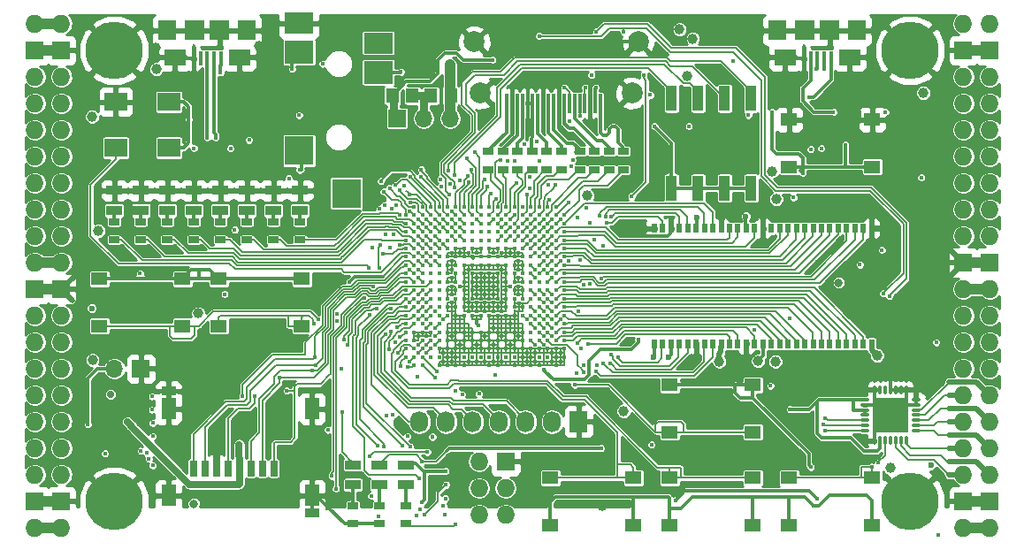
<source format=gtl>
G04 #@! TF.GenerationSoftware,KiCad,Pcbnew,5.0.0+dfsg1-1*
G04 #@! TF.CreationDate,2018-08-10T19:17:17+02:00*
G04 #@! TF.ProjectId,ulx3s,756C7833732E6B696361645F70636200,rev?*
G04 #@! TF.SameCoordinates,Original*
G04 #@! TF.FileFunction,Copper,L1,Top,Signal*
G04 #@! TF.FilePolarity,Positive*
%FSLAX46Y46*%
G04 Gerber Fmt 4.6, Leading zero omitted, Abs format (unit mm)*
G04 Created by KiCad (PCBNEW 5.0.0+dfsg1-1) date Fri Aug 10 19:17:17 2018*
%MOMM*%
%LPD*%
G01*
G04 APERTURE LIST*
G04 #@! TA.AperFunction,BGAPad,CuDef*
%ADD10C,0.400000*%
G04 #@! TD*
G04 #@! TA.AperFunction,SMDPad,CuDef*
%ADD11R,0.300000X1.900000*%
G04 #@! TD*
G04 #@! TA.AperFunction,ComponentPad*
%ADD12C,2.000000*%
G04 #@! TD*
G04 #@! TA.AperFunction,SMDPad,CuDef*
%ADD13R,1.120000X2.440000*%
G04 #@! TD*
G04 #@! TA.AperFunction,SMDPad,CuDef*
%ADD14R,0.560000X0.900000*%
G04 #@! TD*
G04 #@! TA.AperFunction,ComponentPad*
%ADD15O,1.727200X1.727200*%
G04 #@! TD*
G04 #@! TA.AperFunction,ComponentPad*
%ADD16R,1.727200X1.727200*%
G04 #@! TD*
G04 #@! TA.AperFunction,ComponentPad*
%ADD17C,5.500000*%
G04 #@! TD*
G04 #@! TA.AperFunction,SMDPad,CuDef*
%ADD18O,0.850000X0.300000*%
G04 #@! TD*
G04 #@! TA.AperFunction,SMDPad,CuDef*
%ADD19O,0.300000X0.850000*%
G04 #@! TD*
G04 #@! TA.AperFunction,SMDPad,CuDef*
%ADD20R,1.675000X1.675000*%
G04 #@! TD*
G04 #@! TA.AperFunction,ComponentPad*
%ADD21R,1.727200X2.032000*%
G04 #@! TD*
G04 #@! TA.AperFunction,ComponentPad*
%ADD22O,1.727200X2.032000*%
G04 #@! TD*
G04 #@! TA.AperFunction,SMDPad,CuDef*
%ADD23R,2.800000X2.000000*%
G04 #@! TD*
G04 #@! TA.AperFunction,SMDPad,CuDef*
%ADD24R,2.800000X2.200000*%
G04 #@! TD*
G04 #@! TA.AperFunction,SMDPad,CuDef*
%ADD25R,2.800000X2.800000*%
G04 #@! TD*
G04 #@! TA.AperFunction,SMDPad,CuDef*
%ADD26R,0.700000X1.500000*%
G04 #@! TD*
G04 #@! TA.AperFunction,SMDPad,CuDef*
%ADD27R,1.450000X0.900000*%
G04 #@! TD*
G04 #@! TA.AperFunction,SMDPad,CuDef*
%ADD28R,1.450000X2.000000*%
G04 #@! TD*
G04 #@! TA.AperFunction,SMDPad,CuDef*
%ADD29R,2.200000X1.800000*%
G04 #@! TD*
G04 #@! TA.AperFunction,SMDPad,CuDef*
%ADD30R,1.000000X0.670000*%
G04 #@! TD*
G04 #@! TA.AperFunction,SMDPad,CuDef*
%ADD31R,1.500000X0.970000*%
G04 #@! TD*
G04 #@! TA.AperFunction,ComponentPad*
%ADD32R,1.700000X1.700000*%
G04 #@! TD*
G04 #@! TA.AperFunction,ComponentPad*
%ADD33O,1.700000X1.700000*%
G04 #@! TD*
G04 #@! TA.AperFunction,SMDPad,CuDef*
%ADD34R,1.295000X1.400000*%
G04 #@! TD*
G04 #@! TA.AperFunction,SMDPad,CuDef*
%ADD35R,1.800000X1.900000*%
G04 #@! TD*
G04 #@! TA.AperFunction,SMDPad,CuDef*
%ADD36R,0.400000X1.350000*%
G04 #@! TD*
G04 #@! TA.AperFunction,SMDPad,CuDef*
%ADD37R,1.900000X1.900000*%
G04 #@! TD*
G04 #@! TA.AperFunction,SMDPad,CuDef*
%ADD38R,2.100000X1.600000*%
G04 #@! TD*
G04 #@! TA.AperFunction,SMDPad,CuDef*
%ADD39R,1.550000X1.300000*%
G04 #@! TD*
G04 #@! TA.AperFunction,ViaPad*
%ADD40C,2.000000*%
G04 #@! TD*
G04 #@! TA.AperFunction,ViaPad*
%ADD41C,0.419000*%
G04 #@! TD*
G04 #@! TA.AperFunction,ViaPad*
%ADD42C,0.600000*%
G04 #@! TD*
G04 #@! TA.AperFunction,ViaPad*
%ADD43C,1.000000*%
G04 #@! TD*
G04 #@! TA.AperFunction,ViaPad*
%ADD44C,0.800000*%
G04 #@! TD*
G04 #@! TA.AperFunction,ViaPad*
%ADD45C,0.700000*%
G04 #@! TD*
G04 #@! TA.AperFunction,ViaPad*
%ADD46C,0.454000*%
G04 #@! TD*
G04 #@! TA.AperFunction,Conductor*
%ADD47C,0.300000*%
G04 #@! TD*
G04 #@! TA.AperFunction,Conductor*
%ADD48C,0.127000*%
G04 #@! TD*
G04 #@! TA.AperFunction,Conductor*
%ADD49C,0.190000*%
G04 #@! TD*
G04 #@! TA.AperFunction,Conductor*
%ADD50C,0.500000*%
G04 #@! TD*
G04 #@! TA.AperFunction,Conductor*
%ADD51C,1.000000*%
G04 #@! TD*
G04 #@! TA.AperFunction,Conductor*
%ADD52C,0.700000*%
G04 #@! TD*
G04 #@! TA.AperFunction,Conductor*
%ADD53C,0.800000*%
G04 #@! TD*
G04 #@! TA.AperFunction,Conductor*
%ADD54C,0.140000*%
G04 #@! TD*
G04 #@! TA.AperFunction,Conductor*
%ADD55C,0.254000*%
G04 #@! TD*
G04 APERTURE END LIST*
D10*
G04 #@! TO.P,U1,Y19*
G04 #@! TO.N,GND*
X145280000Y-95400000D03*
G04 #@! TO.P,U1,Y17*
X143680000Y-95400000D03*
G04 #@! TO.P,U1,Y16*
X142880000Y-95400000D03*
G04 #@! TO.P,U1,Y15*
X142080000Y-95400000D03*
G04 #@! TO.P,U1,Y14*
X141280000Y-95400000D03*
G04 #@! TO.P,U1,Y12*
X139680000Y-95400000D03*
G04 #@! TO.P,U1,Y11*
X138880000Y-95400000D03*
G04 #@! TO.P,U1,Y8*
X136480000Y-95400000D03*
G04 #@! TO.P,U1,Y7*
X135680000Y-95400000D03*
G04 #@! TO.P,U1,Y6*
X134880000Y-95400000D03*
G04 #@! TO.P,U1,Y5*
X134080000Y-95400000D03*
G04 #@! TO.P,U1,Y3*
G04 #@! TO.N,/flash/FPGA_DONE*
X132480000Y-95400000D03*
G04 #@! TO.P,U1,Y2*
G04 #@! TO.N,/flash/FLASH_nWP*
X131680000Y-95400000D03*
G04 #@! TO.P,U1,W20*
G04 #@! TO.N,GND*
X146080000Y-94600000D03*
G04 #@! TO.P,U1,W19*
X145280000Y-94600000D03*
G04 #@! TO.P,U1,W18*
G04 #@! TO.N,N/C*
X144480000Y-94600000D03*
G04 #@! TO.P,U1,W17*
X143680000Y-94600000D03*
G04 #@! TO.P,U1,W16*
G04 #@! TO.N,GND*
X142880000Y-94600000D03*
G04 #@! TO.P,U1,W15*
X142080000Y-94600000D03*
G04 #@! TO.P,U1,W14*
G04 #@! TO.N,N/C*
X141280000Y-94600000D03*
G04 #@! TO.P,U1,W13*
X140480000Y-94600000D03*
G04 #@! TO.P,U1,W12*
G04 #@! TO.N,GND*
X139680000Y-94600000D03*
G04 #@! TO.P,U1,W11*
G04 #@! TO.N,N/C*
X138880000Y-94600000D03*
G04 #@! TO.P,U1,W10*
X138080000Y-94600000D03*
G04 #@! TO.P,U1,W9*
X137280000Y-94600000D03*
G04 #@! TO.P,U1,W8*
X136480000Y-94600000D03*
G04 #@! TO.P,U1,W7*
G04 #@! TO.N,GND*
X135680000Y-94600000D03*
G04 #@! TO.P,U1,W6*
X134880000Y-94600000D03*
G04 #@! TO.P,U1,W5*
G04 #@! TO.N,N/C*
X134080000Y-94600000D03*
G04 #@! TO.P,U1,W4*
X133280000Y-94600000D03*
G04 #@! TO.P,U1,W3*
G04 #@! TO.N,/flash/FPGA_PROGRAMN*
X132480000Y-94600000D03*
G04 #@! TO.P,U1,W2*
G04 #@! TO.N,/flash/FLASH_MOSI*
X131680000Y-94600000D03*
G04 #@! TO.P,U1,W1*
G04 #@! TO.N,/flash/FLASH_nHOLD*
X130880000Y-94600000D03*
G04 #@! TO.P,U1,V20*
G04 #@! TO.N,GND*
X146080000Y-93800000D03*
G04 #@! TO.P,U1,V19*
X145280000Y-93800000D03*
G04 #@! TO.P,U1,V18*
X144480000Y-93800000D03*
G04 #@! TO.P,U1,V17*
X143680000Y-93800000D03*
G04 #@! TO.P,U1,V16*
X142880000Y-93800000D03*
G04 #@! TO.P,U1,V15*
X142080000Y-93800000D03*
G04 #@! TO.P,U1,V14*
X141280000Y-93800000D03*
G04 #@! TO.P,U1,V13*
X140480000Y-93800000D03*
G04 #@! TO.P,U1,V12*
X139680000Y-93800000D03*
G04 #@! TO.P,U1,V11*
X138880000Y-93800000D03*
G04 #@! TO.P,U1,V10*
X138080000Y-93800000D03*
G04 #@! TO.P,U1,V9*
X137280000Y-93800000D03*
G04 #@! TO.P,U1,V8*
X136480000Y-93800000D03*
G04 #@! TO.P,U1,V7*
X135680000Y-93800000D03*
G04 #@! TO.P,U1,V6*
X134880000Y-93800000D03*
G04 #@! TO.P,U1,V5*
X134080000Y-93800000D03*
G04 #@! TO.P,U1,V4*
G04 #@! TO.N,JTAG_TDO*
X133280000Y-93800000D03*
G04 #@! TO.P,U1,V3*
G04 #@! TO.N,/flash/FPGA_INITN*
X132480000Y-93800000D03*
G04 #@! TO.P,U1,V2*
G04 #@! TO.N,/flash/FLASH_MISO*
X131680000Y-93800000D03*
G04 #@! TO.P,U1,V1*
G04 #@! TO.N,BTN_D*
X130880000Y-93800000D03*
G04 #@! TO.P,U1,U20*
G04 #@! TO.N,SDRAM_D7*
X146080000Y-93000000D03*
G04 #@! TO.P,U1,U19*
G04 #@! TO.N,SDRAM_DQM0*
X145280000Y-93000000D03*
G04 #@! TO.P,U1,U18*
G04 #@! TO.N,GP14*
X144480000Y-93000000D03*
G04 #@! TO.P,U1,U17*
G04 #@! TO.N,GN14*
X143680000Y-93000000D03*
G04 #@! TO.P,U1,U16*
G04 #@! TO.N,ADC_MISO*
X142880000Y-93000000D03*
G04 #@! TO.P,U1,U15*
G04 #@! TO.N,GND*
X142080000Y-93000000D03*
G04 #@! TO.P,U1,U14*
X141280000Y-93000000D03*
G04 #@! TO.P,U1,U13*
X140480000Y-93000000D03*
G04 #@! TO.P,U1,U12*
X139680000Y-93000000D03*
G04 #@! TO.P,U1,U11*
X138880000Y-93000000D03*
G04 #@! TO.P,U1,U10*
X138080000Y-93000000D03*
G04 #@! TO.P,U1,U9*
X137280000Y-93000000D03*
G04 #@! TO.P,U1,U8*
X136480000Y-93000000D03*
G04 #@! TO.P,U1,U7*
X135680000Y-93000000D03*
G04 #@! TO.P,U1,U6*
X134880000Y-93000000D03*
G04 #@! TO.P,U1,U5*
G04 #@! TO.N,JTAG_TMS*
X134080000Y-93000000D03*
G04 #@! TO.P,U1,U4*
G04 #@! TO.N,GND*
X133280000Y-93000000D03*
G04 #@! TO.P,U1,U3*
G04 #@! TO.N,/flash/FLASH_SCK*
X132480000Y-93000000D03*
G04 #@! TO.P,U1,U2*
G04 #@! TO.N,+3V3*
X131680000Y-93000000D03*
G04 #@! TO.P,U1,U1*
G04 #@! TO.N,BTN_L*
X130880000Y-93000000D03*
G04 #@! TO.P,U1,T20*
G04 #@! TO.N,SDRAM_nWE*
X146080000Y-92200000D03*
G04 #@! TO.P,U1,T19*
G04 #@! TO.N,SDRAM_nCAS*
X145280000Y-92200000D03*
G04 #@! TO.P,U1,T18*
G04 #@! TO.N,SDRAM_D5*
X144480000Y-92200000D03*
G04 #@! TO.P,U1,T17*
G04 #@! TO.N,SDRAM_D6*
X143680000Y-92200000D03*
G04 #@! TO.P,U1,T16*
G04 #@! TO.N,N/C*
X142880000Y-92200000D03*
G04 #@! TO.P,U1,T15*
G04 #@! TO.N,GND*
X142080000Y-92200000D03*
G04 #@! TO.P,U1,T14*
X141280000Y-92200000D03*
G04 #@! TO.P,U1,T13*
X140480000Y-92200000D03*
G04 #@! TO.P,U1,T12*
X139680000Y-92200000D03*
G04 #@! TO.P,U1,T11*
X138880000Y-92200000D03*
G04 #@! TO.P,U1,T10*
X138080000Y-92200000D03*
G04 #@! TO.P,U1,T9*
X137280000Y-92200000D03*
G04 #@! TO.P,U1,T8*
X136480000Y-92200000D03*
G04 #@! TO.P,U1,T7*
X135680000Y-92200000D03*
G04 #@! TO.P,U1,T6*
X134880000Y-92200000D03*
G04 #@! TO.P,U1,T5*
G04 #@! TO.N,JTAG_TCK*
X134080000Y-92200000D03*
G04 #@! TO.P,U1,T4*
G04 #@! TO.N,+3V3*
X133280000Y-92200000D03*
G04 #@! TO.P,U1,T3*
X132480000Y-92200000D03*
G04 #@! TO.P,U1,T2*
X131680000Y-92200000D03*
G04 #@! TO.P,U1,T1*
G04 #@! TO.N,BTN_F2*
X130880000Y-92200000D03*
G04 #@! TO.P,U1,R20*
G04 #@! TO.N,SDRAM_nRAS*
X146080000Y-91400000D03*
G04 #@! TO.P,U1,R19*
G04 #@! TO.N,GND*
X145280000Y-91400000D03*
G04 #@! TO.P,U1,R18*
G04 #@! TO.N,BTN_U*
X144480000Y-91400000D03*
G04 #@! TO.P,U1,R17*
G04 #@! TO.N,ADC_CSn*
X143680000Y-91400000D03*
G04 #@! TO.P,U1,R16*
G04 #@! TO.N,ADC_MOSI*
X142880000Y-91400000D03*
G04 #@! TO.P,U1,R5*
G04 #@! TO.N,JTAG_TDI*
X134080000Y-91400000D03*
G04 #@! TO.P,U1,R4*
G04 #@! TO.N,GND*
X133280000Y-91400000D03*
G04 #@! TO.P,U1,R3*
G04 #@! TO.N,N/C*
X132480000Y-91400000D03*
G04 #@! TO.P,U1,R2*
G04 #@! TO.N,/flash/FLASH_nCS*
X131680000Y-91400000D03*
G04 #@! TO.P,U1,R1*
G04 #@! TO.N,BTN_F1*
X130880000Y-91400000D03*
G04 #@! TO.P,U1,P20*
G04 #@! TO.N,SDRAM_nCS*
X146080000Y-90600000D03*
G04 #@! TO.P,U1,P19*
G04 #@! TO.N,SDRAM_BA0*
X145280000Y-90600000D03*
G04 #@! TO.P,U1,P18*
G04 #@! TO.N,SDRAM_D4*
X144480000Y-90600000D03*
G04 #@! TO.P,U1,P17*
G04 #@! TO.N,ADC_SCLK*
X143680000Y-90600000D03*
G04 #@! TO.P,U1,P16*
G04 #@! TO.N,GN15*
X142880000Y-90600000D03*
G04 #@! TO.P,U1,P15*
G04 #@! TO.N,+2V5*
X142080000Y-90600000D03*
G04 #@! TO.P,U1,P14*
G04 #@! TO.N,GND*
X141280000Y-90600000D03*
G04 #@! TO.P,U1,P13*
X140480000Y-90600000D03*
G04 #@! TO.P,U1,P12*
X139680000Y-90600000D03*
G04 #@! TO.P,U1,P11*
X138880000Y-90600000D03*
G04 #@! TO.P,U1,P10*
G04 #@! TO.N,+3V3*
X138080000Y-90600000D03*
G04 #@! TO.P,U1,P9*
X137280000Y-90600000D03*
G04 #@! TO.P,U1,P8*
G04 #@! TO.N,GND*
X136480000Y-90600000D03*
G04 #@! TO.P,U1,P7*
X135680000Y-90600000D03*
G04 #@! TO.P,U1,P6*
G04 #@! TO.N,+2V5*
X134880000Y-90600000D03*
G04 #@! TO.P,U1,P5*
G04 #@! TO.N,N/C*
X134080000Y-90600000D03*
G04 #@! TO.P,U1,P4*
G04 #@! TO.N,OLED_CLK*
X133280000Y-90600000D03*
G04 #@! TO.P,U1,P3*
G04 #@! TO.N,OLED_MOSI*
X132480000Y-90600000D03*
G04 #@! TO.P,U1,P2*
G04 #@! TO.N,OLED_RES*
X131680000Y-90600000D03*
G04 #@! TO.P,U1,P1*
G04 #@! TO.N,OLED_DC*
X130880000Y-90600000D03*
G04 #@! TO.P,U1,N20*
G04 #@! TO.N,SDRAM_BA1*
X146080000Y-89800000D03*
G04 #@! TO.P,U1,N19*
G04 #@! TO.N,SDRAM_A10*
X145280000Y-89800000D03*
G04 #@! TO.P,U1,N18*
G04 #@! TO.N,SDRAM_D3*
X144480000Y-89800000D03*
G04 #@! TO.P,U1,N17*
G04 #@! TO.N,GP15*
X143680000Y-89800000D03*
G04 #@! TO.P,U1,N16*
G04 #@! TO.N,GP16*
X142880000Y-89800000D03*
G04 #@! TO.P,U1,N15*
G04 #@! TO.N,GND*
X142080000Y-89800000D03*
G04 #@! TO.P,U1,N14*
X141280000Y-89800000D03*
G04 #@! TO.P,U1,N13*
G04 #@! TO.N,+1V1*
X140480000Y-89800000D03*
G04 #@! TO.P,U1,N12*
X139680000Y-89800000D03*
G04 #@! TO.P,U1,N11*
X138880000Y-89800000D03*
G04 #@! TO.P,U1,N10*
X138080000Y-89800000D03*
G04 #@! TO.P,U1,N9*
X137280000Y-89800000D03*
G04 #@! TO.P,U1,N8*
X136480000Y-89800000D03*
G04 #@! TO.P,U1,N7*
G04 #@! TO.N,GND*
X135680000Y-89800000D03*
G04 #@! TO.P,U1,N6*
X134880000Y-89800000D03*
G04 #@! TO.P,U1,N5*
G04 #@! TO.N,N/C*
X134080000Y-89800000D03*
G04 #@! TO.P,U1,N4*
G04 #@! TO.N,WIFI_GPIO5*
X133280000Y-89800000D03*
G04 #@! TO.P,U1,N3*
G04 #@! TO.N,WIFI_GPIO17*
X132480000Y-89800000D03*
G04 #@! TO.P,U1,N2*
G04 #@! TO.N,OLED_CS*
X131680000Y-89800000D03*
G04 #@! TO.P,U1,N1*
G04 #@! TO.N,FTDI_nDTR*
X130880000Y-89800000D03*
G04 #@! TO.P,U1,M20*
G04 #@! TO.N,SDRAM_A0*
X146080000Y-89000000D03*
G04 #@! TO.P,U1,M19*
G04 #@! TO.N,SDRAM_A1*
X145280000Y-89000000D03*
G04 #@! TO.P,U1,M18*
G04 #@! TO.N,SDRAM_D2*
X144480000Y-89000000D03*
G04 #@! TO.P,U1,M17*
G04 #@! TO.N,GN16*
X143680000Y-89000000D03*
G04 #@! TO.P,U1,M16*
G04 #@! TO.N,GND*
X142880000Y-89000000D03*
G04 #@! TO.P,U1,M15*
G04 #@! TO.N,+3V3*
X142080000Y-89000000D03*
G04 #@! TO.P,U1,M14*
G04 #@! TO.N,GND*
X141280000Y-89000000D03*
G04 #@! TO.P,U1,M13*
G04 #@! TO.N,+1V1*
X140480000Y-89000000D03*
G04 #@! TO.P,U1,M12*
G04 #@! TO.N,GND*
X139680000Y-89000000D03*
G04 #@! TO.P,U1,M11*
X138880000Y-89000000D03*
G04 #@! TO.P,U1,M10*
X138080000Y-89000000D03*
G04 #@! TO.P,U1,M9*
X137280000Y-89000000D03*
G04 #@! TO.P,U1,M8*
G04 #@! TO.N,+1V1*
X136480000Y-89000000D03*
G04 #@! TO.P,U1,M7*
G04 #@! TO.N,GND*
X135680000Y-89000000D03*
G04 #@! TO.P,U1,M6*
G04 #@! TO.N,+3V3*
X134880000Y-89000000D03*
G04 #@! TO.P,U1,M5*
G04 #@! TO.N,N/C*
X134080000Y-89000000D03*
G04 #@! TO.P,U1,M4*
G04 #@! TO.N,USER_PROGRAMN*
X133280000Y-89000000D03*
G04 #@! TO.P,U1,M3*
G04 #@! TO.N,FTDI_nRTS*
X132480000Y-89000000D03*
G04 #@! TO.P,U1,M2*
G04 #@! TO.N,GND*
X131680000Y-89000000D03*
G04 #@! TO.P,U1,M1*
G04 #@! TO.N,FTDI_TXD*
X130880000Y-89000000D03*
G04 #@! TO.P,U1,L20*
G04 #@! TO.N,SDRAM_A2*
X146080000Y-88200000D03*
G04 #@! TO.P,U1,L19*
G04 #@! TO.N,SDRAM_A3*
X145280000Y-88200000D03*
G04 #@! TO.P,U1,L18*
G04 #@! TO.N,SDRAM_D1*
X144480000Y-88200000D03*
G04 #@! TO.P,U1,L17*
G04 #@! TO.N,GN17*
X143680000Y-88200000D03*
G04 #@! TO.P,U1,L16*
G04 #@! TO.N,GP17*
X142880000Y-88200000D03*
G04 #@! TO.P,U1,L15*
G04 #@! TO.N,+3V3*
X142080000Y-88200000D03*
G04 #@! TO.P,U1,L14*
X141280000Y-88200000D03*
G04 #@! TO.P,U1,L13*
G04 #@! TO.N,+1V1*
X140480000Y-88200000D03*
G04 #@! TO.P,U1,L12*
G04 #@! TO.N,GND*
X139680000Y-88200000D03*
G04 #@! TO.P,U1,L11*
X138880000Y-88200000D03*
G04 #@! TO.P,U1,L10*
X138080000Y-88200000D03*
G04 #@! TO.P,U1,L9*
X137280000Y-88200000D03*
G04 #@! TO.P,U1,L8*
G04 #@! TO.N,+1V1*
X136480000Y-88200000D03*
G04 #@! TO.P,U1,L7*
G04 #@! TO.N,+3V3*
X135680000Y-88200000D03*
G04 #@! TO.P,U1,L6*
X134880000Y-88200000D03*
G04 #@! TO.P,U1,L5*
G04 #@! TO.N,N/C*
X134080000Y-88200000D03*
G04 #@! TO.P,U1,L4*
G04 #@! TO.N,FTDI_RXD*
X133280000Y-88200000D03*
G04 #@! TO.P,U1,L3*
G04 #@! TO.N,FTDI_TXDEN*
X132480000Y-88200000D03*
G04 #@! TO.P,U1,L2*
G04 #@! TO.N,WIFI_GPIO0*
X131680000Y-88200000D03*
G04 #@! TO.P,U1,L1*
G04 #@! TO.N,WIFI_GPIO16*
X130880000Y-88200000D03*
G04 #@! TO.P,U1,K20*
G04 #@! TO.N,SDRAM_A4*
X146080000Y-87400000D03*
G04 #@! TO.P,U1,K19*
G04 #@! TO.N,SDRAM_A5*
X145280000Y-87400000D03*
G04 #@! TO.P,U1,K18*
G04 #@! TO.N,SDRAM_A6*
X144480000Y-87400000D03*
G04 #@! TO.P,U1,K17*
G04 #@! TO.N,N/C*
X143680000Y-87400000D03*
G04 #@! TO.P,U1,K16*
X142880000Y-87400000D03*
G04 #@! TO.P,U1,K15*
G04 #@! TO.N,GND*
X142080000Y-87400000D03*
G04 #@! TO.P,U1,K14*
X141280000Y-87400000D03*
G04 #@! TO.P,U1,K13*
G04 #@! TO.N,+1V1*
X140480000Y-87400000D03*
G04 #@! TO.P,U1,K12*
G04 #@! TO.N,GND*
X139680000Y-87400000D03*
G04 #@! TO.P,U1,K11*
X138880000Y-87400000D03*
G04 #@! TO.P,U1,K10*
X138080000Y-87400000D03*
G04 #@! TO.P,U1,K9*
X137280000Y-87400000D03*
G04 #@! TO.P,U1,K8*
G04 #@! TO.N,+1V1*
X136480000Y-87400000D03*
G04 #@! TO.P,U1,K7*
G04 #@! TO.N,GND*
X135680000Y-87400000D03*
G04 #@! TO.P,U1,K6*
X134880000Y-87400000D03*
G04 #@! TO.P,U1,K5*
G04 #@! TO.N,N/C*
X134080000Y-87400000D03*
G04 #@! TO.P,U1,K4*
G04 #@! TO.N,WIFI_TXD*
X133280000Y-87400000D03*
G04 #@! TO.P,U1,K3*
G04 #@! TO.N,WIFI_RXD*
X132480000Y-87400000D03*
G04 #@! TO.P,U1,K2*
G04 #@! TO.N,SD_D3*
X131680000Y-87400000D03*
G04 #@! TO.P,U1,K1*
G04 #@! TO.N,SD_D2*
X130880000Y-87400000D03*
G04 #@! TO.P,U1,J20*
G04 #@! TO.N,SDRAM_A7*
X146080000Y-86600000D03*
G04 #@! TO.P,U1,J19*
G04 #@! TO.N,SDRAM_A8*
X145280000Y-86600000D03*
G04 #@! TO.P,U1,J18*
G04 #@! TO.N,SDRAM_D14*
X144480000Y-86600000D03*
G04 #@! TO.P,U1,J17*
G04 #@! TO.N,SDRAM_D15*
X143680000Y-86600000D03*
G04 #@! TO.P,U1,J16*
G04 #@! TO.N,SDRAM_D0*
X142880000Y-86600000D03*
G04 #@! TO.P,U1,J15*
G04 #@! TO.N,+3V3*
X142080000Y-86600000D03*
G04 #@! TO.P,U1,J14*
G04 #@! TO.N,GND*
X141280000Y-86600000D03*
G04 #@! TO.P,U1,J13*
G04 #@! TO.N,+1V1*
X140480000Y-86600000D03*
G04 #@! TO.P,U1,J12*
G04 #@! TO.N,GND*
X139680000Y-86600000D03*
G04 #@! TO.P,U1,J11*
X138880000Y-86600000D03*
G04 #@! TO.P,U1,J10*
X138080000Y-86600000D03*
G04 #@! TO.P,U1,J9*
X137280000Y-86600000D03*
G04 #@! TO.P,U1,J8*
G04 #@! TO.N,+1V1*
X136480000Y-86600000D03*
G04 #@! TO.P,U1,J7*
G04 #@! TO.N,GND*
X135680000Y-86600000D03*
G04 #@! TO.P,U1,J6*
G04 #@! TO.N,2V5_3V3*
X134880000Y-86600000D03*
G04 #@! TO.P,U1,J5*
G04 #@! TO.N,N/C*
X134080000Y-86600000D03*
G04 #@! TO.P,U1,J4*
X133280000Y-86600000D03*
G04 #@! TO.P,U1,J3*
G04 #@! TO.N,SD_D0*
X132480000Y-86600000D03*
G04 #@! TO.P,U1,J2*
G04 #@! TO.N,GND*
X131680000Y-86600000D03*
G04 #@! TO.P,U1,J1*
G04 #@! TO.N,SD_CMD*
X130880000Y-86600000D03*
G04 #@! TO.P,U1,H20*
G04 #@! TO.N,SDRAM_A9*
X146080000Y-85800000D03*
G04 #@! TO.P,U1,H19*
G04 #@! TO.N,GND*
X145280000Y-85800000D03*
G04 #@! TO.P,U1,H18*
G04 #@! TO.N,GP18*
X144480000Y-85800000D03*
G04 #@! TO.P,U1,H17*
G04 #@! TO.N,GN18*
X143680000Y-85800000D03*
G04 #@! TO.P,U1,H16*
G04 #@! TO.N,BTN_R*
X142880000Y-85800000D03*
G04 #@! TO.P,U1,H15*
G04 #@! TO.N,+3V3*
X142080000Y-85800000D03*
G04 #@! TO.P,U1,H14*
X141280000Y-85800000D03*
G04 #@! TO.P,U1,H13*
G04 #@! TO.N,+1V1*
X140480000Y-85800000D03*
G04 #@! TO.P,U1,H12*
X139680000Y-85800000D03*
G04 #@! TO.P,U1,H11*
X138880000Y-85800000D03*
G04 #@! TO.P,U1,H10*
X138080000Y-85800000D03*
G04 #@! TO.P,U1,H9*
X137280000Y-85800000D03*
G04 #@! TO.P,U1,H8*
X136480000Y-85800000D03*
G04 #@! TO.P,U1,H7*
G04 #@! TO.N,2V5_3V3*
X135680000Y-85800000D03*
G04 #@! TO.P,U1,H6*
X134880000Y-85800000D03*
G04 #@! TO.P,U1,H5*
G04 #@! TO.N,AUDIO_V0*
X134080000Y-85800000D03*
G04 #@! TO.P,U1,H4*
G04 #@! TO.N,GP13*
X133280000Y-85800000D03*
G04 #@! TO.P,U1,H3*
G04 #@! TO.N,LED7*
X132480000Y-85800000D03*
G04 #@! TO.P,U1,H2*
G04 #@! TO.N,SD_CLK*
X131680000Y-85800000D03*
G04 #@! TO.P,U1,H1*
G04 #@! TO.N,SD_D1*
X130880000Y-85800000D03*
G04 #@! TO.P,U1,G20*
G04 #@! TO.N,SDRAM_A11*
X146080000Y-85000000D03*
G04 #@! TO.P,U1,G19*
G04 #@! TO.N,SDRAM_A12*
X145280000Y-85000000D03*
G04 #@! TO.P,U1,G18*
G04 #@! TO.N,GN19*
X144480000Y-85000000D03*
G04 #@! TO.P,U1,G17*
G04 #@! TO.N,GND*
X143680000Y-85000000D03*
G04 #@! TO.P,U1,G16*
G04 #@! TO.N,SHUTDOWN*
X142880000Y-85000000D03*
G04 #@! TO.P,U1,G15*
G04 #@! TO.N,GND*
X142080000Y-85000000D03*
G04 #@! TO.P,U1,G14*
X141280000Y-85000000D03*
G04 #@! TO.P,U1,G13*
X140480000Y-85000000D03*
G04 #@! TO.P,U1,G12*
X139680000Y-85000000D03*
G04 #@! TO.P,U1,G11*
X138880000Y-85000000D03*
G04 #@! TO.P,U1,G10*
X138080000Y-85000000D03*
G04 #@! TO.P,U1,G9*
X137280000Y-85000000D03*
G04 #@! TO.P,U1,G8*
X136480000Y-85000000D03*
G04 #@! TO.P,U1,G7*
X135680000Y-85000000D03*
G04 #@! TO.P,U1,G6*
X134880000Y-85000000D03*
G04 #@! TO.P,U1,G5*
G04 #@! TO.N,GN13*
X134080000Y-85000000D03*
G04 #@! TO.P,U1,G4*
G04 #@! TO.N,GND*
X133280000Y-85000000D03*
G04 #@! TO.P,U1,G3*
G04 #@! TO.N,GP12*
X132480000Y-85000000D03*
G04 #@! TO.P,U1,G2*
G04 #@! TO.N,CLK_25MHz*
X131680000Y-85000000D03*
G04 #@! TO.P,U1,G1*
G04 #@! TO.N,/usb/ANT_433MHz*
X130880000Y-85000000D03*
G04 #@! TO.P,U1,F20*
G04 #@! TO.N,SDRAM_CKE*
X146080000Y-84200000D03*
G04 #@! TO.P,U1,F19*
G04 #@! TO.N,SDRAM_CLK*
X145280000Y-84200000D03*
G04 #@! TO.P,U1,F18*
G04 #@! TO.N,SDRAM_D13*
X144480000Y-84200000D03*
G04 #@! TO.P,U1,F17*
G04 #@! TO.N,GP19*
X143680000Y-84200000D03*
G04 #@! TO.P,U1,F16*
G04 #@! TO.N,USB_FPGA_D-*
X142880000Y-84200000D03*
G04 #@! TO.P,U1,F15*
G04 #@! TO.N,+2V5*
X142080000Y-84200000D03*
G04 #@! TO.P,U1,F14*
G04 #@! TO.N,GND*
X141280000Y-84200000D03*
G04 #@! TO.P,U1,F13*
X140480000Y-84200000D03*
G04 #@! TO.P,U1,F12*
G04 #@! TO.N,+3V3*
X139680000Y-84200000D03*
G04 #@! TO.P,U1,F11*
X138880000Y-84200000D03*
G04 #@! TO.P,U1,F10*
G04 #@! TO.N,2V5_3V3*
X138080000Y-84200000D03*
G04 #@! TO.P,U1,F9*
X137280000Y-84200000D03*
G04 #@! TO.P,U1,F8*
G04 #@! TO.N,GND*
X136480000Y-84200000D03*
G04 #@! TO.P,U1,F7*
X135680000Y-84200000D03*
G04 #@! TO.P,U1,F6*
G04 #@! TO.N,+2V5*
X134880000Y-84200000D03*
G04 #@! TO.P,U1,F5*
G04 #@! TO.N,AUDIO_V2*
X134080000Y-84200000D03*
G04 #@! TO.P,U1,F4*
G04 #@! TO.N,GP11*
X133280000Y-84200000D03*
G04 #@! TO.P,U1,F3*
G04 #@! TO.N,GN12*
X132480000Y-84200000D03*
G04 #@! TO.P,U1,F2*
G04 #@! TO.N,AUDIO_V1*
X131680000Y-84200000D03*
G04 #@! TO.P,U1,F1*
G04 #@! TO.N,WIFI_EN*
X130880000Y-84200000D03*
G04 #@! TO.P,U1,E20*
G04 #@! TO.N,SDRAM_DQM1*
X146080000Y-83400000D03*
G04 #@! TO.P,U1,E19*
G04 #@! TO.N,SDRAM_D8*
X145280000Y-83400000D03*
G04 #@! TO.P,U1,E18*
G04 #@! TO.N,SDRAM_D12*
X144480000Y-83400000D03*
G04 #@! TO.P,U1,E17*
G04 #@! TO.N,GN20*
X143680000Y-83400000D03*
G04 #@! TO.P,U1,E16*
G04 #@! TO.N,USB_FPGA_D+*
X142880000Y-83400000D03*
G04 #@! TO.P,U1,E15*
G04 #@! TO.N,USB_FPGA_D-*
X142080000Y-83400000D03*
G04 #@! TO.P,U1,E14*
G04 #@! TO.N,GN25*
X141280000Y-83400000D03*
G04 #@! TO.P,U1,E13*
G04 #@! TO.N,GN27*
X140480000Y-83400000D03*
G04 #@! TO.P,U1,E12*
G04 #@! TO.N,FPDI_SCL*
X139680000Y-83400000D03*
G04 #@! TO.P,U1,E11*
G04 #@! TO.N,N/C*
X138880000Y-83400000D03*
G04 #@! TO.P,U1,E10*
X138080000Y-83400000D03*
G04 #@! TO.P,U1,E9*
X137280000Y-83400000D03*
G04 #@! TO.P,U1,E8*
G04 #@! TO.N,SW1*
X136480000Y-83400000D03*
G04 #@! TO.P,U1,E7*
G04 #@! TO.N,SW4*
X135680000Y-83400000D03*
G04 #@! TO.P,U1,E6*
G04 #@! TO.N,N/C*
X134880000Y-83400000D03*
G04 #@! TO.P,U1,E5*
G04 #@! TO.N,AUDIO_V3*
X134080000Y-83400000D03*
G04 #@! TO.P,U1,E4*
G04 #@! TO.N,AUDIO_L0*
X133280000Y-83400000D03*
G04 #@! TO.P,U1,E3*
G04 #@! TO.N,GN11*
X132480000Y-83400000D03*
G04 #@! TO.P,U1,E2*
G04 #@! TO.N,LED5*
X131680000Y-83400000D03*
G04 #@! TO.P,U1,E1*
G04 #@! TO.N,LED6*
X130880000Y-83400000D03*
G04 #@! TO.P,U1,D20*
G04 #@! TO.N,SDRAM_D9*
X146080000Y-82600000D03*
G04 #@! TO.P,U1,D19*
G04 #@! TO.N,SDRAM_D10*
X145280000Y-82600000D03*
G04 #@! TO.P,U1,D18*
G04 #@! TO.N,GP20*
X144480000Y-82600000D03*
G04 #@! TO.P,U1,D17*
G04 #@! TO.N,GN21*
X143680000Y-82600000D03*
G04 #@! TO.P,U1,D16*
G04 #@! TO.N,GN24*
X142880000Y-82600000D03*
G04 #@! TO.P,U1,D15*
G04 #@! TO.N,USB_FPGA_D+*
X142080000Y-82600000D03*
G04 #@! TO.P,U1,D14*
G04 #@! TO.N,GP25*
X141280000Y-82600000D03*
G04 #@! TO.P,U1,D13*
G04 #@! TO.N,GP27*
X140480000Y-82600000D03*
G04 #@! TO.P,U1,D12*
G04 #@! TO.N,N/C*
X139680000Y-82600000D03*
G04 #@! TO.P,U1,D11*
X138880000Y-82600000D03*
G04 #@! TO.P,U1,D10*
X138080000Y-82600000D03*
G04 #@! TO.P,U1,D9*
X137280000Y-82600000D03*
G04 #@! TO.P,U1,D8*
G04 #@! TO.N,SW2*
X136480000Y-82600000D03*
G04 #@! TO.P,U1,D7*
G04 #@! TO.N,SW3*
X135680000Y-82600000D03*
G04 #@! TO.P,U1,D6*
G04 #@! TO.N,BTN_PWRn*
X134880000Y-82600000D03*
G04 #@! TO.P,U1,D5*
G04 #@! TO.N,AUDIO_R2*
X134080000Y-82600000D03*
G04 #@! TO.P,U1,D4*
G04 #@! TO.N,GND*
X133280000Y-82600000D03*
G04 #@! TO.P,U1,D3*
G04 #@! TO.N,AUDIO_L1*
X132480000Y-82600000D03*
G04 #@! TO.P,U1,D2*
G04 #@! TO.N,LED3*
X131680000Y-82600000D03*
G04 #@! TO.P,U1,D1*
G04 #@! TO.N,LED4*
X130880000Y-82600000D03*
G04 #@! TO.P,U1,C20*
G04 #@! TO.N,SDRAM_D11*
X146080000Y-81800000D03*
G04 #@! TO.P,U1,C19*
G04 #@! TO.N,GND*
X145280000Y-81800000D03*
G04 #@! TO.P,U1,C18*
G04 #@! TO.N,GP21*
X144480000Y-81800000D03*
G04 #@! TO.P,U1,C17*
G04 #@! TO.N,GN23*
X143680000Y-81800000D03*
G04 #@! TO.P,U1,C16*
G04 #@! TO.N,GP24*
X142880000Y-81800000D03*
G04 #@! TO.P,U1,C15*
G04 #@! TO.N,GN22*
X142080000Y-81800000D03*
G04 #@! TO.P,U1,C14*
G04 #@! TO.N,FPDI_D1-*
X141280000Y-81800000D03*
G04 #@! TO.P,U1,C13*
G04 #@! TO.N,GN26*
X140480000Y-81800000D03*
G04 #@! TO.P,U1,C12*
G04 #@! TO.N,USB_FPGA_PULL_D-*
X139680000Y-81800000D03*
G04 #@! TO.P,U1,C11*
G04 #@! TO.N,GN0*
X138880000Y-81800000D03*
G04 #@! TO.P,U1,C10*
G04 #@! TO.N,GN3*
X138080000Y-81800000D03*
G04 #@! TO.P,U1,C9*
G04 #@! TO.N,N/C*
X137280000Y-81800000D03*
G04 #@! TO.P,U1,C8*
G04 #@! TO.N,GP5*
X136480000Y-81800000D03*
G04 #@! TO.P,U1,C7*
G04 #@! TO.N,GN6*
X135680000Y-81800000D03*
G04 #@! TO.P,U1,C6*
G04 #@! TO.N,GP6*
X134880000Y-81800000D03*
G04 #@! TO.P,U1,C5*
G04 #@! TO.N,AUDIO_R3*
X134080000Y-81800000D03*
G04 #@! TO.P,U1,C4*
G04 #@! TO.N,GP10*
X133280000Y-81800000D03*
G04 #@! TO.P,U1,C3*
G04 #@! TO.N,AUDIO_L2*
X132480000Y-81800000D03*
G04 #@! TO.P,U1,C2*
G04 #@! TO.N,LED1*
X131680000Y-81800000D03*
G04 #@! TO.P,U1,C1*
G04 #@! TO.N,LED2*
X130880000Y-81800000D03*
G04 #@! TO.P,U1,B20*
G04 #@! TO.N,FPDI_ETH-*
X146080000Y-81000000D03*
G04 #@! TO.P,U1,B19*
G04 #@! TO.N,FPDI_SDA*
X145280000Y-81000000D03*
G04 #@! TO.P,U1,B18*
G04 #@! TO.N,FPDI_CLK-*
X144480000Y-81000000D03*
G04 #@! TO.P,U1,B17*
G04 #@! TO.N,GP23*
X143680000Y-81000000D03*
G04 #@! TO.P,U1,B16*
G04 #@! TO.N,FPDI_D0-*
X142880000Y-81000000D03*
G04 #@! TO.P,U1,B15*
G04 #@! TO.N,GP22*
X142080000Y-81000000D03*
G04 #@! TO.P,U1,B14*
G04 #@! TO.N,GND*
X141280000Y-81000000D03*
G04 #@! TO.P,U1,B13*
G04 #@! TO.N,GP26*
X140480000Y-81000000D03*
G04 #@! TO.P,U1,B12*
G04 #@! TO.N,USB_FPGA_PULL_D+*
X139680000Y-81000000D03*
G04 #@! TO.P,U1,B11*
G04 #@! TO.N,GP0*
X138880000Y-81000000D03*
G04 #@! TO.P,U1,B10*
G04 #@! TO.N,GN2*
X138080000Y-81000000D03*
G04 #@! TO.P,U1,B9*
G04 #@! TO.N,GP3*
X137280000Y-81000000D03*
G04 #@! TO.P,U1,B8*
G04 #@! TO.N,GN5*
X136480000Y-81000000D03*
G04 #@! TO.P,U1,B7*
G04 #@! TO.N,GND*
X135680000Y-81000000D03*
G04 #@! TO.P,U1,B6*
G04 #@! TO.N,GN7*
X134880000Y-81000000D03*
G04 #@! TO.P,U1,B5*
G04 #@! TO.N,AUDIO_R1*
X134080000Y-81000000D03*
G04 #@! TO.P,U1,B4*
G04 #@! TO.N,GN10*
X133280000Y-81000000D03*
G04 #@! TO.P,U1,B3*
G04 #@! TO.N,AUDIO_L3*
X132480000Y-81000000D03*
G04 #@! TO.P,U1,B2*
G04 #@! TO.N,LED0*
X131680000Y-81000000D03*
G04 #@! TO.P,U1,B1*
G04 #@! TO.N,GN9*
X130880000Y-81000000D03*
G04 #@! TO.P,U1,A19*
G04 #@! TO.N,FPDI_ETH+*
X145280000Y-80200000D03*
G04 #@! TO.P,U1,A18*
G04 #@! TO.N,/gpdi/FPDI_CEC*
X144480000Y-80200000D03*
G04 #@! TO.P,U1,A17*
G04 #@! TO.N,FPDI_CLK+*
X143680000Y-80200000D03*
G04 #@! TO.P,U1,A16*
G04 #@! TO.N,FPDI_D0+*
X142880000Y-80200000D03*
G04 #@! TO.P,U1,A15*
G04 #@! TO.N,N/C*
X142080000Y-80200000D03*
G04 #@! TO.P,U1,A14*
G04 #@! TO.N,FPDI_D1+*
X141280000Y-80200000D03*
G04 #@! TO.P,U1,A13*
G04 #@! TO.N,FPDI_D2-*
X140480000Y-80200000D03*
G04 #@! TO.P,U1,A12*
G04 #@! TO.N,FPDI_D2+*
X139680000Y-80200000D03*
G04 #@! TO.P,U1,A11*
G04 #@! TO.N,GN1*
X138880000Y-80200000D03*
G04 #@! TO.P,U1,A10*
G04 #@! TO.N,GP1*
X138080000Y-80200000D03*
G04 #@! TO.P,U1,A9*
G04 #@! TO.N,GP2*
X137280000Y-80200000D03*
G04 #@! TO.P,U1,A8*
G04 #@! TO.N,GN4*
X136480000Y-80200000D03*
G04 #@! TO.P,U1,A7*
G04 #@! TO.N,GP4*
X135680000Y-80200000D03*
G04 #@! TO.P,U1,A6*
G04 #@! TO.N,GP7*
X134880000Y-80200000D03*
G04 #@! TO.P,U1,A5*
G04 #@! TO.N,GN8*
X134080000Y-80200000D03*
G04 #@! TO.P,U1,A4*
G04 #@! TO.N,GP8*
X133280000Y-80200000D03*
G04 #@! TO.P,U1,A3*
G04 #@! TO.N,AUDIO_R0*
X132480000Y-80200000D03*
G04 #@! TO.P,U1,A2*
G04 #@! TO.N,GP9*
X131680000Y-80200000D03*
G04 #@! TD*
D11*
G04 #@! TO.P,GPDI1,19*
G04 #@! TO.N,/gpdi/GPDI_ETH-*
X149546000Y-70312000D03*
G04 #@! TO.P,GPDI1,18*
G04 #@! TO.N,+5V*
X149046000Y-70312000D03*
G04 #@! TO.P,GPDI1,17*
G04 #@! TO.N,GND*
X148546000Y-70312000D03*
G04 #@! TO.P,GPDI1,16*
G04 #@! TO.N,GPDI_SDA*
X148046000Y-70312000D03*
G04 #@! TO.P,GPDI1,15*
G04 #@! TO.N,GPDI_SCL*
X147546000Y-70312000D03*
G04 #@! TO.P,GPDI1,14*
G04 #@! TO.N,/gpdi/GPDI_ETH+*
X147046000Y-70312000D03*
G04 #@! TO.P,GPDI1,13*
G04 #@! TO.N,GPDI_CEC*
X146546000Y-70312000D03*
G04 #@! TO.P,GPDI1,12*
G04 #@! TO.N,/gpdi/GPDI_CLK-*
X146046000Y-70312000D03*
G04 #@! TO.P,GPDI1,11*
G04 #@! TO.N,GND*
X145546000Y-70312000D03*
G04 #@! TO.P,GPDI1,10*
G04 #@! TO.N,/gpdi/GPDI_CLK+*
X145046000Y-70312000D03*
G04 #@! TO.P,GPDI1,9*
G04 #@! TO.N,/gpdi/GPDI_D0-*
X144546000Y-70312000D03*
G04 #@! TO.P,GPDI1,8*
G04 #@! TO.N,GND*
X144046000Y-70312000D03*
G04 #@! TO.P,GPDI1,7*
G04 #@! TO.N,/gpdi/GPDI_D0+*
X143546000Y-70312000D03*
G04 #@! TO.P,GPDI1,6*
G04 #@! TO.N,/gpdi/GPDI_D1-*
X143046000Y-70312000D03*
G04 #@! TO.P,GPDI1,5*
G04 #@! TO.N,GND*
X142546000Y-70312000D03*
G04 #@! TO.P,GPDI1,4*
G04 #@! TO.N,/gpdi/GPDI_D1+*
X142046000Y-70312000D03*
G04 #@! TO.P,GPDI1,3*
G04 #@! TO.N,/gpdi/GPDI_D2-*
X141546000Y-70312000D03*
G04 #@! TO.P,GPDI1,2*
G04 #@! TO.N,GND*
X141046000Y-70312000D03*
G04 #@! TO.P,GPDI1,1*
G04 #@! TO.N,/gpdi/GPDI_D2+*
X140546000Y-70312000D03*
D12*
G04 #@! TO.P,GPDI1,0*
G04 #@! TO.N,GND*
X152546000Y-69312000D03*
X138046000Y-69312000D03*
X153146000Y-64412000D03*
X137446000Y-64412000D03*
G04 #@! TD*
D13*
G04 #@! TO.P,SW1,8*
G04 #@! TO.N,SW1*
X156330000Y-69815000D03*
G04 #@! TO.P,SW1,4*
G04 #@! TO.N,/blinkey/SWPU*
X163950000Y-78425000D03*
G04 #@! TO.P,SW1,7*
G04 #@! TO.N,SW2*
X158870000Y-69815000D03*
G04 #@! TO.P,SW1,3*
G04 #@! TO.N,/blinkey/SWPU*
X161410000Y-78425000D03*
G04 #@! TO.P,SW1,6*
G04 #@! TO.N,SW3*
X161410000Y-69815000D03*
G04 #@! TO.P,SW1,2*
G04 #@! TO.N,/blinkey/SWPU*
X158870000Y-78425000D03*
G04 #@! TO.P,SW1,5*
G04 #@! TO.N,SW4*
X163950000Y-69815000D03*
G04 #@! TO.P,SW1,1*
G04 #@! TO.N,/blinkey/SWPU*
X156330000Y-78425000D03*
G04 #@! TD*
D14*
G04 #@! TO.P,U2,28*
G04 #@! TO.N,GND*
X175493000Y-82270000D03*
G04 #@! TO.P,U2,1*
G04 #@! TO.N,+3V3*
X154693000Y-93330000D03*
G04 #@! TO.P,U2,2*
G04 #@! TO.N,SDRAM_D0*
X155493000Y-93330000D03*
G04 #@! TO.P,U2,3*
G04 #@! TO.N,+3V3*
X156293000Y-93330000D03*
G04 #@! TO.P,U2,4*
G04 #@! TO.N,SDRAM_D1*
X157093000Y-93330000D03*
G04 #@! TO.P,U2,5*
G04 #@! TO.N,SDRAM_D2*
X157893000Y-93330000D03*
G04 #@! TO.P,U2,6*
G04 #@! TO.N,GND*
X158693000Y-93330000D03*
G04 #@! TO.P,U2,7*
G04 #@! TO.N,SDRAM_D3*
X159493000Y-93330000D03*
G04 #@! TO.P,U2,8*
G04 #@! TO.N,SDRAM_D4*
X160293000Y-93330000D03*
G04 #@! TO.P,U2,9*
G04 #@! TO.N,+3V3*
X161093000Y-93330000D03*
G04 #@! TO.P,U2,10*
G04 #@! TO.N,SDRAM_D5*
X161893000Y-93330000D03*
G04 #@! TO.P,U2,11*
G04 #@! TO.N,SDRAM_D6*
X162693000Y-93330000D03*
G04 #@! TO.P,U2,12*
G04 #@! TO.N,GND*
X163493000Y-93330000D03*
G04 #@! TO.P,U2,13*
G04 #@! TO.N,SDRAM_D7*
X164293000Y-93330000D03*
G04 #@! TO.P,U2,14*
G04 #@! TO.N,+3V3*
X165093000Y-93330000D03*
G04 #@! TO.P,U2,15*
G04 #@! TO.N,SDRAM_DQM0*
X165893000Y-93330000D03*
G04 #@! TO.P,U2,16*
G04 #@! TO.N,SDRAM_nWE*
X166693000Y-93330000D03*
G04 #@! TO.P,U2,17*
G04 #@! TO.N,SDRAM_nCAS*
X167493000Y-93330000D03*
G04 #@! TO.P,U2,18*
G04 #@! TO.N,SDRAM_nRAS*
X168293000Y-93330000D03*
G04 #@! TO.P,U2,19*
G04 #@! TO.N,SDRAM_nCS*
X169093000Y-93330000D03*
G04 #@! TO.P,U2,20*
G04 #@! TO.N,SDRAM_BA0*
X169893000Y-93330000D03*
G04 #@! TO.P,U2,21*
G04 #@! TO.N,SDRAM_BA1*
X170693000Y-93330000D03*
G04 #@! TO.P,U2,22*
G04 #@! TO.N,SDRAM_A10*
X171493000Y-93330000D03*
G04 #@! TO.P,U2,23*
G04 #@! TO.N,SDRAM_A0*
X172293000Y-93330000D03*
G04 #@! TO.P,U2,24*
G04 #@! TO.N,SDRAM_A1*
X173093000Y-93330000D03*
G04 #@! TO.P,U2,25*
G04 #@! TO.N,SDRAM_A2*
X173893000Y-93330000D03*
G04 #@! TO.P,U2,26*
G04 #@! TO.N,SDRAM_A3*
X174693000Y-93330000D03*
G04 #@! TO.P,U2,27*
G04 #@! TO.N,+3V3*
X175493000Y-93330000D03*
G04 #@! TO.P,U2,29*
G04 #@! TO.N,SDRAM_A4*
X174693000Y-82270000D03*
G04 #@! TO.P,U2,30*
G04 #@! TO.N,SDRAM_A5*
X173893000Y-82270000D03*
G04 #@! TO.P,U2,31*
G04 #@! TO.N,SDRAM_A6*
X173093000Y-82270000D03*
G04 #@! TO.P,U2,32*
G04 #@! TO.N,SDRAM_A7*
X172293000Y-82270000D03*
G04 #@! TO.P,U2,33*
G04 #@! TO.N,SDRAM_A8*
X171493000Y-82270000D03*
G04 #@! TO.P,U2,34*
G04 #@! TO.N,SDRAM_A9*
X170693000Y-82270000D03*
G04 #@! TO.P,U2,35*
G04 #@! TO.N,SDRAM_A11*
X169893000Y-82270000D03*
G04 #@! TO.P,U2,36*
G04 #@! TO.N,SDRAM_A12*
X169093000Y-82270000D03*
G04 #@! TO.P,U2,37*
G04 #@! TO.N,SDRAM_CKE*
X168293000Y-82270000D03*
G04 #@! TO.P,U2,38*
G04 #@! TO.N,SDRAM_CLK*
X167493000Y-82270000D03*
G04 #@! TO.P,U2,39*
G04 #@! TO.N,SDRAM_DQM1*
X166693000Y-82270000D03*
G04 #@! TO.P,U2,40*
G04 #@! TO.N,N/C*
X165893000Y-82270000D03*
G04 #@! TO.P,U2,41*
G04 #@! TO.N,GND*
X165093000Y-82270000D03*
G04 #@! TO.P,U2,42*
G04 #@! TO.N,SDRAM_D8*
X164293000Y-82270000D03*
G04 #@! TO.P,U2,43*
G04 #@! TO.N,+3V3*
X163493000Y-82270000D03*
G04 #@! TO.P,U2,44*
G04 #@! TO.N,SDRAM_D9*
X162693000Y-82270000D03*
G04 #@! TO.P,U2,45*
G04 #@! TO.N,SDRAM_D10*
X161893000Y-82270000D03*
G04 #@! TO.P,U2,46*
G04 #@! TO.N,GND*
X161093000Y-82270000D03*
G04 #@! TO.P,U2,47*
G04 #@! TO.N,SDRAM_D11*
X160293000Y-82270000D03*
G04 #@! TO.P,U2,48*
G04 #@! TO.N,SDRAM_D12*
X159493000Y-82270000D03*
G04 #@! TO.P,U2,49*
G04 #@! TO.N,+3V3*
X158693000Y-82270000D03*
G04 #@! TO.P,U2,50*
G04 #@! TO.N,SDRAM_D13*
X157893000Y-82270000D03*
G04 #@! TO.P,U2,51*
G04 #@! TO.N,SDRAM_D14*
X157093000Y-82270000D03*
G04 #@! TO.P,U2,52*
G04 #@! TO.N,GND*
X156293000Y-82270000D03*
G04 #@! TO.P,U2,53*
G04 #@! TO.N,SDRAM_D15*
X155493000Y-82270000D03*
G04 #@! TO.P,U2,54*
G04 #@! TO.N,GND*
X154693000Y-82270000D03*
G04 #@! TD*
D15*
G04 #@! TO.P,J1,1*
G04 #@! TO.N,2V5_3V3*
X97910000Y-62690000D03*
G04 #@! TO.P,J1,2*
X95370000Y-62690000D03*
D16*
G04 #@! TO.P,J1,3*
G04 #@! TO.N,GND*
X97910000Y-65230000D03*
G04 #@! TO.P,J1,4*
X95370000Y-65230000D03*
D15*
G04 #@! TO.P,J1,5*
G04 #@! TO.N,GN0*
X97910000Y-67770000D03*
G04 #@! TO.P,J1,6*
G04 #@! TO.N,GP0*
X95370000Y-67770000D03*
G04 #@! TO.P,J1,7*
G04 #@! TO.N,GN1*
X97910000Y-70310000D03*
G04 #@! TO.P,J1,8*
G04 #@! TO.N,GP1*
X95370000Y-70310000D03*
G04 #@! TO.P,J1,9*
G04 #@! TO.N,GN2*
X97910000Y-72850000D03*
G04 #@! TO.P,J1,10*
G04 #@! TO.N,GP2*
X95370000Y-72850000D03*
G04 #@! TO.P,J1,11*
G04 #@! TO.N,GN3*
X97910000Y-75390000D03*
G04 #@! TO.P,J1,12*
G04 #@! TO.N,GP3*
X95370000Y-75390000D03*
G04 #@! TO.P,J1,13*
G04 #@! TO.N,GN4*
X97910000Y-77930000D03*
G04 #@! TO.P,J1,14*
G04 #@! TO.N,GP4*
X95370000Y-77930000D03*
G04 #@! TO.P,J1,15*
G04 #@! TO.N,GN5*
X97910000Y-80470000D03*
G04 #@! TO.P,J1,16*
G04 #@! TO.N,GP5*
X95370000Y-80470000D03*
G04 #@! TO.P,J1,17*
G04 #@! TO.N,GN6*
X97910000Y-83010000D03*
G04 #@! TO.P,J1,18*
G04 #@! TO.N,GP6*
X95370000Y-83010000D03*
G04 #@! TO.P,J1,19*
G04 #@! TO.N,2V5_3V3*
X97910000Y-85550000D03*
G04 #@! TO.P,J1,20*
X95370000Y-85550000D03*
D16*
G04 #@! TO.P,J1,21*
G04 #@! TO.N,GND*
X97910000Y-88090000D03*
G04 #@! TO.P,J1,22*
X95370000Y-88090000D03*
D15*
G04 #@! TO.P,J1,23*
G04 #@! TO.N,GN7*
X97910000Y-90630000D03*
G04 #@! TO.P,J1,24*
G04 #@! TO.N,GP7*
X95370000Y-90630000D03*
G04 #@! TO.P,J1,25*
G04 #@! TO.N,GN8*
X97910000Y-93170000D03*
G04 #@! TO.P,J1,26*
G04 #@! TO.N,GP8*
X95370000Y-93170000D03*
G04 #@! TO.P,J1,27*
G04 #@! TO.N,GN9*
X97910000Y-95710000D03*
G04 #@! TO.P,J1,28*
G04 #@! TO.N,GP9*
X95370000Y-95710000D03*
G04 #@! TO.P,J1,29*
G04 #@! TO.N,GN10*
X97910000Y-98250000D03*
G04 #@! TO.P,J1,30*
G04 #@! TO.N,GP10*
X95370000Y-98250000D03*
G04 #@! TO.P,J1,31*
G04 #@! TO.N,GN11*
X97910000Y-100790000D03*
G04 #@! TO.P,J1,32*
G04 #@! TO.N,GP11*
X95370000Y-100790000D03*
G04 #@! TO.P,J1,33*
G04 #@! TO.N,GN12*
X97910000Y-103330000D03*
G04 #@! TO.P,J1,34*
G04 #@! TO.N,GP12*
X95370000Y-103330000D03*
G04 #@! TO.P,J1,35*
G04 #@! TO.N,GN13*
X97910000Y-105870000D03*
G04 #@! TO.P,J1,36*
G04 #@! TO.N,GP13*
X95370000Y-105870000D03*
D16*
G04 #@! TO.P,J1,37*
G04 #@! TO.N,GND*
X97910000Y-108410000D03*
G04 #@! TO.P,J1,38*
X95370000Y-108410000D03*
D15*
G04 #@! TO.P,J1,39*
G04 #@! TO.N,2V5_3V3*
X97910000Y-110950000D03*
G04 #@! TO.P,J1,40*
X95370000Y-110950000D03*
G04 #@! TD*
G04 #@! TO.P,J2,1*
G04 #@! TO.N,+3V3*
X184270000Y-110950000D03*
G04 #@! TO.P,J2,2*
X186810000Y-110950000D03*
D16*
G04 #@! TO.P,J2,3*
G04 #@! TO.N,GND*
X184270000Y-108410000D03*
G04 #@! TO.P,J2,4*
X186810000Y-108410000D03*
D15*
G04 #@! TO.P,J2,5*
G04 #@! TO.N,GN14*
X184270000Y-105870000D03*
G04 #@! TO.P,J2,6*
G04 #@! TO.N,GP14*
X186810000Y-105870000D03*
G04 #@! TO.P,J2,7*
G04 #@! TO.N,GN15*
X184270000Y-103330000D03*
G04 #@! TO.P,J2,8*
G04 #@! TO.N,GP15*
X186810000Y-103330000D03*
G04 #@! TO.P,J2,9*
G04 #@! TO.N,GN16*
X184270000Y-100790000D03*
G04 #@! TO.P,J2,10*
G04 #@! TO.N,GP16*
X186810000Y-100790000D03*
G04 #@! TO.P,J2,11*
G04 #@! TO.N,GN17*
X184270000Y-98250000D03*
G04 #@! TO.P,J2,12*
G04 #@! TO.N,GP17*
X186810000Y-98250000D03*
G04 #@! TO.P,J2,13*
G04 #@! TO.N,GN18*
X184270000Y-95710000D03*
G04 #@! TO.P,J2,14*
G04 #@! TO.N,GP18*
X186810000Y-95710000D03*
G04 #@! TO.P,J2,15*
G04 #@! TO.N,GN19*
X184270000Y-93170000D03*
G04 #@! TO.P,J2,16*
G04 #@! TO.N,GP19*
X186810000Y-93170000D03*
G04 #@! TO.P,J2,17*
G04 #@! TO.N,GN20*
X184270000Y-90630000D03*
G04 #@! TO.P,J2,18*
G04 #@! TO.N,GP20*
X186810000Y-90630000D03*
G04 #@! TO.P,J2,19*
G04 #@! TO.N,+3V3*
X184270000Y-88090000D03*
G04 #@! TO.P,J2,20*
X186810000Y-88090000D03*
D16*
G04 #@! TO.P,J2,21*
G04 #@! TO.N,GND*
X184270000Y-85550000D03*
G04 #@! TO.P,J2,22*
X186810000Y-85550000D03*
D15*
G04 #@! TO.P,J2,23*
G04 #@! TO.N,GN21*
X184270000Y-83010000D03*
G04 #@! TO.P,J2,24*
G04 #@! TO.N,GP21*
X186810000Y-83010000D03*
G04 #@! TO.P,J2,25*
G04 #@! TO.N,GN22*
X184270000Y-80470000D03*
G04 #@! TO.P,J2,26*
G04 #@! TO.N,GP22*
X186810000Y-80470000D03*
G04 #@! TO.P,J2,27*
G04 #@! TO.N,GN23*
X184270000Y-77930000D03*
G04 #@! TO.P,J2,28*
G04 #@! TO.N,GP23*
X186810000Y-77930000D03*
G04 #@! TO.P,J2,29*
G04 #@! TO.N,GN24*
X184270000Y-75390000D03*
G04 #@! TO.P,J2,30*
G04 #@! TO.N,GP24*
X186810000Y-75390000D03*
G04 #@! TO.P,J2,31*
G04 #@! TO.N,GN25*
X184270000Y-72850000D03*
G04 #@! TO.P,J2,32*
G04 #@! TO.N,GP25*
X186810000Y-72850000D03*
G04 #@! TO.P,J2,33*
G04 #@! TO.N,GN26*
X184270000Y-70310000D03*
G04 #@! TO.P,J2,34*
G04 #@! TO.N,GP26*
X186810000Y-70310000D03*
G04 #@! TO.P,J2,35*
G04 #@! TO.N,GN27*
X184270000Y-67770000D03*
G04 #@! TO.P,J2,36*
G04 #@! TO.N,GP27*
X186810000Y-67770000D03*
D16*
G04 #@! TO.P,J2,37*
G04 #@! TO.N,GND*
X184270000Y-65230000D03*
G04 #@! TO.P,J2,38*
X186810000Y-65230000D03*
D15*
G04 #@! TO.P,J2,39*
G04 #@! TO.N,/gpio/IN5V*
X184270000Y-62690000D03*
G04 #@! TO.P,J2,40*
G04 #@! TO.N,/gpio/OUT5V*
X186810000Y-62690000D03*
G04 #@! TD*
D17*
G04 #@! TO.P,H1,1*
G04 #@! TO.N,GND*
X102990000Y-108410000D03*
G04 #@! TD*
G04 #@! TO.P,H2,1*
G04 #@! TO.N,GND*
X179190000Y-108410000D03*
G04 #@! TD*
G04 #@! TO.P,H3,1*
G04 #@! TO.N,GND*
X179190000Y-65230000D03*
G04 #@! TD*
G04 #@! TO.P,H4,1*
G04 #@! TO.N,GND*
X102990000Y-65230000D03*
G04 #@! TD*
D16*
G04 #@! TO.P,J4,1*
G04 #@! TO.N,GND*
X140455000Y-104600000D03*
D15*
G04 #@! TO.P,J4,2*
G04 #@! TO.N,+3V3*
X137915000Y-104600000D03*
G04 #@! TO.P,J4,3*
G04 #@! TO.N,JTAG_TDI*
X140455000Y-107140000D03*
G04 #@! TO.P,J4,4*
G04 #@! TO.N,JTAG_TCK*
X137915000Y-107140000D03*
G04 #@! TO.P,J4,5*
G04 #@! TO.N,JTAG_TMS*
X140455000Y-109680000D03*
G04 #@! TO.P,J4,6*
G04 #@! TO.N,JTAG_TDO*
X137915000Y-109680000D03*
G04 #@! TD*
D18*
G04 #@! TO.P,U8,1*
G04 #@! TO.N,GP15*
X179735000Y-101655000D03*
G04 #@! TO.P,U8,2*
G04 #@! TO.N,GN16*
X179735000Y-101155000D03*
G04 #@! TO.P,U8,3*
G04 #@! TO.N,GP16*
X179735000Y-100655000D03*
G04 #@! TO.P,U8,4*
G04 #@! TO.N,GN17*
X179735000Y-100155000D03*
G04 #@! TO.P,U8,5*
G04 #@! TO.N,GP17*
X179735000Y-99655000D03*
G04 #@! TO.P,U8,6*
G04 #@! TO.N,GND*
X179735000Y-99155000D03*
G04 #@! TO.P,U8,7*
X179735000Y-98655000D03*
D19*
G04 #@! TO.P,U8,8*
X178785000Y-97705000D03*
G04 #@! TO.P,U8,9*
X178285000Y-97705000D03*
G04 #@! TO.P,U8,10*
X177785000Y-97705000D03*
G04 #@! TO.P,U8,11*
X177285000Y-97705000D03*
G04 #@! TO.P,U8,12*
G04 #@! TO.N,N/C*
X176785000Y-97705000D03*
G04 #@! TO.P,U8,13*
G04 #@! TO.N,GND*
X176285000Y-97705000D03*
G04 #@! TO.P,U8,14*
X175785000Y-97705000D03*
D18*
G04 #@! TO.P,U8,15*
G04 #@! TO.N,/analog/ADC3V3*
X174835000Y-98655000D03*
G04 #@! TO.P,U8,16*
G04 #@! TO.N,GND*
X174835000Y-99155000D03*
G04 #@! TO.P,U8,17*
G04 #@! TO.N,/analog/ADC3V3*
X174835000Y-99655000D03*
G04 #@! TO.P,U8,18*
X174835000Y-100155000D03*
G04 #@! TO.P,U8,19*
G04 #@! TO.N,ADC_SCLK*
X174835000Y-100655000D03*
G04 #@! TO.P,U8,20*
G04 #@! TO.N,ADC_CSn*
X174835000Y-101155000D03*
G04 #@! TO.P,U8,21*
G04 #@! TO.N,ADC_MOSI*
X174835000Y-101655000D03*
D19*
G04 #@! TO.P,U8,22*
G04 #@! TO.N,GND*
X175785000Y-102605000D03*
G04 #@! TO.P,U8,23*
G04 #@! TO.N,/analog/ADC3V3*
X176285000Y-102605000D03*
G04 #@! TO.P,U8,24*
G04 #@! TO.N,ADC_MISO*
X176785000Y-102605000D03*
G04 #@! TO.P,U8,25*
G04 #@! TO.N,N/C*
X177285000Y-102605000D03*
G04 #@! TO.P,U8,26*
G04 #@! TO.N,GN14*
X177785000Y-102605000D03*
G04 #@! TO.P,U8,27*
G04 #@! TO.N,GP14*
X178285000Y-102605000D03*
G04 #@! TO.P,U8,28*
G04 #@! TO.N,GN15*
X178785000Y-102605000D03*
D20*
G04 #@! TO.P,U8,29*
G04 #@! TO.N,GND*
X176447500Y-99317500D03*
X176447500Y-100992500D03*
X178122500Y-99317500D03*
X178122500Y-100992500D03*
G04 #@! TD*
D21*
G04 #@! TO.P,OLED1,1*
G04 #@! TO.N,GND*
X147440000Y-100790000D03*
D22*
G04 #@! TO.P,OLED1,2*
G04 #@! TO.N,+3V3*
X144900000Y-100790000D03*
G04 #@! TO.P,OLED1,3*
G04 #@! TO.N,OLED_CLK*
X142360000Y-100790000D03*
G04 #@! TO.P,OLED1,4*
G04 #@! TO.N,OLED_MOSI*
X139820000Y-100790000D03*
G04 #@! TO.P,OLED1,5*
G04 #@! TO.N,OLED_RES*
X137280000Y-100790000D03*
G04 #@! TO.P,OLED1,6*
G04 #@! TO.N,OLED_DC*
X134740000Y-100790000D03*
G04 #@! TO.P,OLED1,7*
G04 #@! TO.N,OLED_CS*
X132200000Y-100790000D03*
G04 #@! TD*
D23*
G04 #@! TO.P,AUDIO1,1*
G04 #@! TO.N,GND*
X120668000Y-62618000D03*
D24*
G04 #@! TO.P,AUDIO1,4*
G04 #@! TO.N,/analog/AUDIO_V*
X120668000Y-65418000D03*
D25*
G04 #@! TO.P,AUDIO1,2*
G04 #@! TO.N,/analog/AUDIO_L*
X120668000Y-74818000D03*
G04 #@! TO.P,AUDIO1,5*
G04 #@! TO.N,N/C*
X125218000Y-78918000D03*
D24*
G04 #@! TO.P,AUDIO1,3*
G04 #@! TO.N,/analog/AUDIO_R*
X128268000Y-67318000D03*
D23*
G04 #@! TO.P,AUDIO1,6*
G04 #@! TO.N,N/C*
X128268000Y-64518000D03*
G04 #@! TD*
D26*
G04 #@! TO.P,SD1,1*
G04 #@! TO.N,SD_D2*
X118250000Y-105250000D03*
G04 #@! TO.P,SD1,2*
G04 #@! TO.N,SD_D3*
X117150000Y-105250000D03*
G04 #@! TO.P,SD1,3*
G04 #@! TO.N,SD_CMD*
X116050000Y-105250000D03*
G04 #@! TO.P,SD1,4*
G04 #@! TO.N,/sdcard/SD3V3*
X114950000Y-105250000D03*
G04 #@! TO.P,SD1,5*
G04 #@! TO.N,SD_CLK*
X113850000Y-105250000D03*
G04 #@! TO.P,SD1,6*
G04 #@! TO.N,GND*
X112750000Y-105250000D03*
G04 #@! TO.P,SD1,7*
G04 #@! TO.N,SD_D0*
X111650000Y-105250000D03*
G04 #@! TO.P,SD1,8*
G04 #@! TO.N,SD_D1*
X110550000Y-105250000D03*
D27*
G04 #@! TO.P,SD1,10*
G04 #@! TO.N,GND*
X121925000Y-109550000D03*
G04 #@! TO.P,SD1,11*
X108175000Y-97850000D03*
D28*
G04 #@! TO.P,SD1,9*
X108175000Y-107850000D03*
X121925000Y-107850000D03*
X121925000Y-99550000D03*
X108175000Y-99550000D03*
G04 #@! TD*
D29*
G04 #@! TO.P,Y1,1*
G04 #@! TO.N,+3V3*
X108212000Y-70160000D03*
G04 #@! TO.P,Y1,2*
G04 #@! TO.N,GND*
X103132000Y-70160000D03*
G04 #@! TO.P,Y1,3*
G04 #@! TO.N,CLK_25MHz*
X103132000Y-74560000D03*
G04 #@! TO.P,Y1,4*
G04 #@! TO.N,+3V3*
X108212000Y-74560000D03*
G04 #@! TD*
D30*
G04 #@! TO.P,C36,1*
G04 #@! TO.N,FPDI_ETH+*
X150361000Y-76646000D03*
G04 #@! TO.P,C36,2*
G04 #@! TO.N,/gpdi/GPDI_ETH+*
X150361000Y-74896000D03*
G04 #@! TD*
G04 #@! TO.P,C37,2*
G04 #@! TO.N,/gpdi/GPDI_ETH-*
X151758000Y-74896000D03*
G04 #@! TO.P,C37,1*
G04 #@! TO.N,FPDI_ETH-*
X151758000Y-76646000D03*
G04 #@! TD*
G04 #@! TO.P,C38,2*
G04 #@! TO.N,/gpdi/GPDI_D2-*
X140201000Y-74896000D03*
G04 #@! TO.P,C38,1*
G04 #@! TO.N,FPDI_D2-*
X140201000Y-76646000D03*
G04 #@! TD*
G04 #@! TO.P,C39,1*
G04 #@! TO.N,FPDI_D1-*
X142995000Y-76646000D03*
G04 #@! TO.P,C39,2*
G04 #@! TO.N,/gpdi/GPDI_D1-*
X142995000Y-74896000D03*
G04 #@! TD*
G04 #@! TO.P,C40,1*
G04 #@! TO.N,FPDI_D0-*
X145789000Y-76646000D03*
G04 #@! TO.P,C40,2*
G04 #@! TO.N,/gpdi/GPDI_D0-*
X145789000Y-74896000D03*
G04 #@! TD*
G04 #@! TO.P,C41,2*
G04 #@! TO.N,/gpdi/GPDI_CLK-*
X148964000Y-74896000D03*
G04 #@! TO.P,C41,1*
G04 #@! TO.N,FPDI_CLK-*
X148964000Y-76646000D03*
G04 #@! TD*
G04 #@! TO.P,C42,1*
G04 #@! TO.N,FPDI_D2+*
X138742800Y-76638600D03*
G04 #@! TO.P,C42,2*
G04 #@! TO.N,/gpdi/GPDI_D2+*
X138742800Y-74888600D03*
G04 #@! TD*
G04 #@! TO.P,C43,2*
G04 #@! TO.N,/gpdi/GPDI_D1+*
X141598000Y-74896000D03*
G04 #@! TO.P,C43,1*
G04 #@! TO.N,FPDI_D1+*
X141598000Y-76646000D03*
G04 #@! TD*
G04 #@! TO.P,C44,2*
G04 #@! TO.N,/gpdi/GPDI_D0+*
X144392000Y-74896000D03*
G04 #@! TO.P,C44,1*
G04 #@! TO.N,FPDI_D0+*
X144392000Y-76646000D03*
G04 #@! TD*
G04 #@! TO.P,C45,1*
G04 #@! TO.N,FPDI_CLK+*
X147567000Y-76634000D03*
G04 #@! TO.P,C45,2*
G04 #@! TO.N,/gpdi/GPDI_CLK+*
X147567000Y-74884000D03*
G04 #@! TD*
D31*
G04 #@! TO.P,D19,1*
G04 #@! TO.N,/blinkey/LED_TXLED*
X130930000Y-106825000D03*
G04 #@! TO.P,D19,2*
G04 #@! TO.N,FT2V5*
X130930000Y-104915000D03*
G04 #@! TD*
G04 #@! TO.P,D0,1*
G04 #@! TO.N,GND*
X120770000Y-78644000D03*
G04 #@! TO.P,D0,2*
G04 #@! TO.N,/blinkey/ALED0*
X120770000Y-80554000D03*
G04 #@! TD*
G04 #@! TO.P,D1,2*
G04 #@! TO.N,/blinkey/ALED1*
X118230000Y-80554000D03*
G04 #@! TO.P,D1,1*
G04 #@! TO.N,GND*
X118230000Y-78644000D03*
G04 #@! TD*
G04 #@! TO.P,D2,1*
G04 #@! TO.N,GND*
X115690000Y-78644000D03*
G04 #@! TO.P,D2,2*
G04 #@! TO.N,/blinkey/ALED2*
X115690000Y-80554000D03*
G04 #@! TD*
G04 #@! TO.P,D3,1*
G04 #@! TO.N,GND*
X113150000Y-78644000D03*
G04 #@! TO.P,D3,2*
G04 #@! TO.N,/blinkey/ALED3*
X113150000Y-80554000D03*
G04 #@! TD*
G04 #@! TO.P,D4,2*
G04 #@! TO.N,/blinkey/ALED4*
X110610000Y-80554000D03*
G04 #@! TO.P,D4,1*
G04 #@! TO.N,GND*
X110610000Y-78644000D03*
G04 #@! TD*
G04 #@! TO.P,D5,2*
G04 #@! TO.N,/blinkey/ALED5*
X108070000Y-80554000D03*
G04 #@! TO.P,D5,1*
G04 #@! TO.N,GND*
X108070000Y-78644000D03*
G04 #@! TD*
G04 #@! TO.P,D6,1*
G04 #@! TO.N,GND*
X105545000Y-78644000D03*
G04 #@! TO.P,D6,2*
G04 #@! TO.N,/blinkey/ALED6*
X105545000Y-80554000D03*
G04 #@! TD*
G04 #@! TO.P,D7,2*
G04 #@! TO.N,/blinkey/ALED7*
X102990000Y-80554000D03*
G04 #@! TO.P,D7,1*
G04 #@! TO.N,GND*
X102990000Y-78644000D03*
G04 #@! TD*
G04 #@! TO.P,D18,1*
G04 #@! TO.N,/blinkey/LED_PWREN*
X128390000Y-106825000D03*
G04 #@! TO.P,D18,2*
G04 #@! TO.N,FTDI_nSLEEP*
X128390000Y-104915000D03*
G04 #@! TD*
G04 #@! TO.P,D22,2*
G04 #@! TO.N,WIFI_GPIO5*
X125850000Y-104915000D03*
G04 #@! TO.P,D22,1*
G04 #@! TO.N,/blinkey/LED_WIFI*
X125850000Y-106825000D03*
G04 #@! TD*
D30*
G04 #@! TO.P,R41,1*
G04 #@! TO.N,LED0*
X120770000Y-83377000D03*
G04 #@! TO.P,R41,2*
G04 #@! TO.N,/blinkey/ALED0*
X120770000Y-81627000D03*
G04 #@! TD*
G04 #@! TO.P,R42,2*
G04 #@! TO.N,/blinkey/ALED1*
X118230000Y-81627000D03*
G04 #@! TO.P,R42,1*
G04 #@! TO.N,LED1*
X118230000Y-83377000D03*
G04 #@! TD*
G04 #@! TO.P,R43,1*
G04 #@! TO.N,LED2*
X115690000Y-83377000D03*
G04 #@! TO.P,R43,2*
G04 #@! TO.N,/blinkey/ALED2*
X115690000Y-81627000D03*
G04 #@! TD*
G04 #@! TO.P,R44,2*
G04 #@! TO.N,/blinkey/ALED3*
X113150000Y-81627000D03*
G04 #@! TO.P,R44,1*
G04 #@! TO.N,LED3*
X113150000Y-83377000D03*
G04 #@! TD*
G04 #@! TO.P,R45,2*
G04 #@! TO.N,/blinkey/ALED4*
X110610000Y-81627000D03*
G04 #@! TO.P,R45,1*
G04 #@! TO.N,LED4*
X110610000Y-83377000D03*
G04 #@! TD*
G04 #@! TO.P,R46,1*
G04 #@! TO.N,LED5*
X108070000Y-83377000D03*
G04 #@! TO.P,R46,2*
G04 #@! TO.N,/blinkey/ALED5*
X108070000Y-81627000D03*
G04 #@! TD*
G04 #@! TO.P,R47,2*
G04 #@! TO.N,/blinkey/ALED6*
X105530000Y-81627000D03*
G04 #@! TO.P,R47,1*
G04 #@! TO.N,LED6*
X105530000Y-83377000D03*
G04 #@! TD*
G04 #@! TO.P,R48,1*
G04 #@! TO.N,LED7*
X102990000Y-83377000D03*
G04 #@! TO.P,R48,2*
G04 #@! TO.N,/blinkey/ALED7*
X102990000Y-81627000D03*
G04 #@! TD*
G04 #@! TO.P,R36,2*
G04 #@! TO.N,GND*
X128390000Y-110555000D03*
G04 #@! TO.P,R36,1*
G04 #@! TO.N,/blinkey/LED_PWREN*
X128390000Y-108805000D03*
G04 #@! TD*
G04 #@! TO.P,R37,1*
G04 #@! TO.N,FTDI_nTXLED*
X130930000Y-110555000D03*
G04 #@! TO.P,R37,2*
G04 #@! TO.N,/blinkey/LED_TXLED*
X130930000Y-108805000D03*
G04 #@! TD*
G04 #@! TO.P,R62,1*
G04 #@! TO.N,/blinkey/LED_WIFI*
X125850000Y-108805000D03*
G04 #@! TO.P,R62,2*
G04 #@! TO.N,GND*
X125850000Y-110555000D03*
G04 #@! TD*
D32*
G04 #@! TO.P,J3,1*
G04 #@! TO.N,GND*
X105530000Y-95710000D03*
D33*
G04 #@! TO.P,J3,2*
G04 #@! TO.N,/wifi/WIFIEN*
X102990000Y-95710000D03*
G04 #@! TD*
D32*
G04 #@! TO.P,J5,1*
G04 #@! TO.N,+2V5*
X130056000Y-71725000D03*
D33*
G04 #@! TO.P,J5,2*
G04 #@! TO.N,2V5_3V3*
X132596000Y-71725000D03*
G04 #@! TO.P,J5,3*
G04 #@! TO.N,+3V3*
X135136000Y-71725000D03*
G04 #@! TD*
D34*
G04 #@! TO.P,RV2,2*
G04 #@! TO.N,2V5_3V3*
X131531500Y-69566000D03*
G04 #@! TO.P,RV2,1*
G04 #@! TO.N,+2V5*
X129596500Y-69566000D03*
G04 #@! TD*
G04 #@! TO.P,RV3,1*
G04 #@! TO.N,2V5_3V3*
X133279500Y-69566000D03*
G04 #@! TO.P,RV3,2*
G04 #@! TO.N,+3V3*
X135214500Y-69566000D03*
G04 #@! TD*
D35*
G04 #@! TO.P,US1,6*
G04 #@! TO.N,GND*
X108080000Y-63325000D03*
X115680000Y-63325000D03*
D36*
G04 #@! TO.P,US1,5*
X110580000Y-66000000D03*
G04 #@! TO.P,US1,4*
G04 #@! TO.N,N/C*
X111230000Y-66000000D03*
G04 #@! TO.P,US1,3*
G04 #@! TO.N,/usb/FTD+*
X111880000Y-66000000D03*
G04 #@! TO.P,US1,2*
G04 #@! TO.N,/usb/FTD-*
X112530000Y-66000000D03*
G04 #@! TO.P,US1,1*
G04 #@! TO.N,USB5V*
X113180000Y-66000000D03*
D37*
G04 #@! TO.P,US1,6*
G04 #@! TO.N,GND*
X110680000Y-63325000D03*
X113080000Y-63325000D03*
D38*
X108780000Y-65875000D03*
X114980000Y-65875000D03*
G04 #@! TD*
G04 #@! TO.P,US2,6*
G04 #@! TO.N,GND*
X173400000Y-65875000D03*
X167200000Y-65875000D03*
D37*
X171500000Y-63325000D03*
X169100000Y-63325000D03*
D36*
G04 #@! TO.P,US2,1*
G04 #@! TO.N,/usb/US2VBUS*
X171600000Y-66000000D03*
G04 #@! TO.P,US2,2*
G04 #@! TO.N,/usb/FPD-*
X170950000Y-66000000D03*
G04 #@! TO.P,US2,3*
G04 #@! TO.N,/usb/FPD+*
X170300000Y-66000000D03*
G04 #@! TO.P,US2,4*
G04 #@! TO.N,US2_ID*
X169650000Y-66000000D03*
G04 #@! TO.P,US2,5*
G04 #@! TO.N,GND*
X169000000Y-66000000D03*
D35*
G04 #@! TO.P,US2,6*
X174100000Y-63325000D03*
X166500000Y-63325000D03*
G04 #@! TD*
D39*
G04 #@! TO.P,B0,2*
G04 #@! TO.N,GND*
X175550000Y-71870000D03*
G04 #@! TO.P,B0,1*
G04 #@! TO.N,PWRBTn*
X175550000Y-76370000D03*
X167590000Y-76370000D03*
G04 #@! TO.P,B0,2*
G04 #@! TO.N,GND*
X167590000Y-71870000D03*
G04 #@! TD*
G04 #@! TO.P,B1,2*
G04 #@! TO.N,BTN_F1*
X109510000Y-91610000D03*
G04 #@! TO.P,B1,1*
G04 #@! TO.N,/blinkey/BTNPUL*
X109510000Y-87110000D03*
X101550000Y-87110000D03*
G04 #@! TO.P,B1,2*
G04 #@! TO.N,BTN_F1*
X101550000Y-91610000D03*
G04 #@! TD*
G04 #@! TO.P,B2,2*
G04 #@! TO.N,BTN_F2*
X112980000Y-91610000D03*
G04 #@! TO.P,B2,1*
G04 #@! TO.N,/blinkey/BTNPUL*
X112980000Y-87110000D03*
X120940000Y-87110000D03*
G04 #@! TO.P,B2,2*
G04 #@! TO.N,BTN_F2*
X120940000Y-91610000D03*
G04 #@! TD*
G04 #@! TO.P,B3,2*
G04 #@! TO.N,BTN_U*
X164120000Y-101770000D03*
G04 #@! TO.P,B3,1*
G04 #@! TO.N,/blinkey/BTNPUR*
X164120000Y-97270000D03*
X156160000Y-97270000D03*
G04 #@! TO.P,B3,2*
G04 #@! TO.N,BTN_U*
X156160000Y-101770000D03*
G04 #@! TD*
G04 #@! TO.P,B4,2*
G04 #@! TO.N,BTN_D*
X164120000Y-106160000D03*
G04 #@! TO.P,B4,1*
G04 #@! TO.N,/blinkey/BTNPUR*
X164120000Y-110660000D03*
X156160000Y-110660000D03*
G04 #@! TO.P,B4,2*
G04 #@! TO.N,BTN_D*
X156160000Y-106160000D03*
G04 #@! TD*
G04 #@! TO.P,B5,2*
G04 #@! TO.N,BTN_L*
X144730000Y-106160000D03*
G04 #@! TO.P,B5,1*
G04 #@! TO.N,/blinkey/BTNPUR*
X144730000Y-110660000D03*
X152690000Y-110660000D03*
G04 #@! TO.P,B5,2*
G04 #@! TO.N,BTN_L*
X152690000Y-106160000D03*
G04 #@! TD*
G04 #@! TO.P,B6,2*
G04 #@! TO.N,BTN_R*
X175550000Y-106160000D03*
G04 #@! TO.P,B6,1*
G04 #@! TO.N,/blinkey/BTNPUR*
X175550000Y-110660000D03*
X167590000Y-110660000D03*
G04 #@! TO.P,B6,2*
G04 #@! TO.N,BTN_R*
X167590000Y-106160000D03*
G04 #@! TD*
D40*
G04 #@! TO.N,GND*
X118689500Y-101316000D03*
D41*
X152408000Y-72169500D03*
X140080000Y-92600000D03*
X135280000Y-87000000D03*
X177287984Y-96778661D03*
D42*
X152510125Y-81695229D03*
D43*
X177658444Y-82281349D03*
X163203000Y-94966000D03*
X158539988Y-94868772D03*
D42*
X156262773Y-81349374D03*
X123437000Y-108972000D03*
D41*
X170309539Y-85441529D03*
X133216000Y-107465000D03*
X137680000Y-88600000D03*
X142480000Y-95000000D03*
X141680000Y-92600000D03*
D43*
X116880503Y-64802940D03*
X106974809Y-64953974D03*
D41*
X142480000Y-94200000D03*
X140880000Y-93400000D03*
X139280000Y-93400000D03*
X137680000Y-93400000D03*
X135280000Y-92600000D03*
X132880000Y-91800000D03*
X132880000Y-93400000D03*
X139280000Y-87000000D03*
X137680000Y-87000000D03*
X136080000Y-84600000D03*
X139280000Y-88600000D03*
D43*
X175776000Y-63343000D03*
X164854000Y-63343000D03*
X158645000Y-98635000D03*
X104402000Y-76932000D03*
X123198000Y-64232000D03*
D44*
X167267000Y-68677000D03*
D41*
X170061000Y-103094000D03*
X173109000Y-103094000D03*
D43*
X166632000Y-96363000D03*
X173490000Y-94585000D03*
D44*
X176411000Y-86838000D03*
D41*
X122944000Y-67788000D03*
D43*
X118245000Y-67534000D03*
D41*
X114181000Y-76678000D03*
X111006000Y-76551000D03*
X106815000Y-76424000D03*
X101354000Y-76297000D03*
X116340000Y-76678000D03*
D43*
X121674000Y-104618000D03*
X108339000Y-71852000D03*
X147455000Y-107031000D03*
X149741000Y-108809000D03*
D42*
X152408000Y-92997500D03*
D43*
X173934500Y-68550000D03*
X180221000Y-94712000D03*
D40*
X115197000Y-101316000D03*
D41*
X180460000Y-74374000D03*
X116452000Y-74247000D03*
X100450000Y-103838000D03*
X131280000Y-89400000D03*
X131280000Y-86200000D03*
X132880000Y-82200000D03*
X135280000Y-80600000D03*
X132880000Y-84600000D03*
X134480000Y-94200000D03*
X135280000Y-94200000D03*
X135280000Y-95000000D03*
X136080000Y-93400000D03*
X145680000Y-94200000D03*
X145680000Y-85400000D03*
X145680000Y-81400000D03*
X144080000Y-84600000D03*
X140880000Y-81400000D03*
X145680000Y-91000000D03*
X140880000Y-84600000D03*
X139280000Y-91800000D03*
X140880000Y-91400000D03*
X141480000Y-68800000D03*
X174313117Y-71127457D03*
D42*
X179459000Y-71036957D03*
D43*
X105149000Y-71727010D03*
X180714000Y-91900000D03*
D42*
X154567000Y-79178521D03*
D43*
X101847000Y-100790000D03*
D44*
X164331000Y-81232000D03*
D41*
X181412500Y-86312000D03*
D43*
X159266000Y-72205935D03*
X173030500Y-77212479D03*
D44*
X112794578Y-101644078D03*
D41*
X101974000Y-88788500D03*
X100005500Y-79962000D03*
X135280000Y-89400000D03*
X138480000Y-88600000D03*
D44*
X161092500Y-81232000D03*
D42*
X169220500Y-79644500D03*
X172840000Y-79644500D03*
X174110000Y-79263500D03*
D41*
X135280000Y-84600000D03*
X136880000Y-84600000D03*
X140080000Y-84600000D03*
X141680000Y-84600000D03*
X138480000Y-87000000D03*
X137680000Y-87800000D03*
X139280000Y-87800000D03*
X141700000Y-89420000D03*
X134480000Y-95000000D03*
X136880000Y-95000000D03*
X137680000Y-95000000D03*
X138480000Y-95000000D03*
X139280000Y-95000000D03*
X140080000Y-95000000D03*
X143280000Y-95000000D03*
X145680000Y-95000000D03*
X144880000Y-94200000D03*
X144880000Y-95000000D03*
X143280000Y-94200000D03*
X138480000Y-92600000D03*
X141680000Y-87000000D03*
D43*
G04 #@! TO.N,+5V*
X107021491Y-67043629D03*
X157807568Y-67669269D03*
X166284693Y-95025145D03*
D41*
X174379000Y-85743000D03*
X149080000Y-68800000D03*
D43*
X166363006Y-79473521D03*
X165982000Y-76801043D03*
X101466000Y-82502000D03*
G04 #@! TO.N,/gpio/IN5V*
X157107000Y-63216000D03*
G04 #@! TO.N,/gpio/OUT5V*
X158376998Y-64105000D03*
X180444709Y-69292440D03*
D41*
G04 #@! TO.N,+3V3*
X119692151Y-77494120D03*
D42*
X156091000Y-94585000D03*
X181155918Y-104980708D03*
D43*
X135105588Y-66616618D03*
D41*
X114513935Y-82409431D03*
X165803369Y-97344883D03*
D42*
X154593901Y-94607945D03*
D43*
X164625730Y-94982471D03*
D44*
X110593913Y-108636458D03*
D41*
X129005202Y-100174798D03*
X141680000Y-86200000D03*
X132880000Y-92600000D03*
X141680000Y-85400000D03*
D45*
X102624000Y-98141000D03*
D41*
X110117000Y-71852000D03*
D44*
X172347000Y-87473000D03*
D42*
X163457000Y-81123000D03*
X158758000Y-81250000D03*
D41*
X102101000Y-103838000D03*
X132080000Y-92600000D03*
X135280000Y-87800000D03*
X139280000Y-84600000D03*
X148680006Y-67600000D03*
D43*
X177285000Y-105235000D03*
X176015000Y-94440000D03*
X100894500Y-94884500D03*
D41*
X113546000Y-88559731D03*
X180255508Y-77402208D03*
D43*
X148268387Y-79156021D03*
D41*
X135280000Y-88600000D03*
X141680000Y-88600000D03*
X137880000Y-91600000D03*
X141680000Y-87800000D03*
D43*
X160900006Y-95020000D03*
D41*
G04 #@! TO.N,BTN_F1*
X130092500Y-91742500D03*
X122520963Y-90982169D03*
G04 #@! TO.N,BTN_F2*
X130283002Y-92694998D03*
X122116566Y-91386566D03*
G04 #@! TO.N,BTN_R*
X143280000Y-86200000D03*
X146480000Y-85400000D03*
X181680000Y-93200000D03*
X175507000Y-105108000D03*
G04 #@! TO.N,BTN_U*
X144880000Y-91800000D03*
X147047006Y-97267000D03*
X147700000Y-93768490D03*
G04 #@! TO.N,+2V5*
X142480000Y-83800000D03*
X134480000Y-83800000D03*
X134480000Y-91000000D03*
X139200000Y-66137000D03*
D43*
X111025100Y-90413100D03*
D41*
X142480000Y-91000000D03*
X133680000Y-90200000D03*
G04 #@! TO.N,/power/PWREN*
X154313000Y-69502500D03*
X122926177Y-66532317D03*
X105454500Y-86599000D03*
X120664983Y-71436510D03*
G04 #@! TO.N,/power/VBAT*
X156725998Y-108301000D03*
X170315004Y-108174000D03*
G04 #@! TO.N,JTAG_TDI*
X132708000Y-109680000D03*
X134750646Y-106810513D03*
X133680000Y-91800000D03*
X136280000Y-98200000D03*
X128251000Y-109840000D03*
G04 #@! TO.N,JTAG_TCK*
X134675868Y-108131585D03*
D46*
X133449289Y-102232615D03*
D41*
X133680000Y-92600000D03*
X135680000Y-97800000D03*
G04 #@! TO.N,JTAG_TMS*
X127419091Y-104077728D03*
X134463998Y-108841973D03*
X133680000Y-93400000D03*
X132950000Y-103680500D03*
G04 #@! TO.N,JTAG_TDO*
X131039072Y-102187000D03*
X134636872Y-109719950D03*
X132880000Y-94200000D03*
X131997500Y-96505000D03*
G04 #@! TO.N,SHUTDOWN*
X143260000Y-84620000D03*
X176480289Y-84343711D03*
G04 #@! TO.N,GPDI_SDA*
X148059490Y-68800000D03*
G04 #@! TO.N,GPDI_SCL*
X147582000Y-71534498D03*
G04 #@! TO.N,SD_CMD*
X121928000Y-95855000D03*
G04 #@! TO.N,SD_CLK*
X115245500Y-98377000D03*
X116438522Y-98377000D03*
G04 #@! TO.N,SD_D0*
X122309000Y-95347000D03*
X132080000Y-86200000D03*
X127747678Y-87860116D03*
G04 #@! TO.N,SD_D1*
X122203636Y-94585375D03*
X124707000Y-95710000D03*
G04 #@! TO.N,USB5V*
X113157250Y-67343629D03*
X127586603Y-107875044D03*
X115880000Y-73800000D03*
G04 #@! TO.N,GPDI_CEC*
X146080000Y-68800000D03*
G04 #@! TO.N,FTDI_nDTR*
X131299000Y-103172500D03*
G04 #@! TO.N,SDRAM_D15*
X144080000Y-86200000D03*
X150107000Y-81740000D03*
G04 #@! TO.N,SDRAM_A6*
X144880000Y-87000000D03*
X149575498Y-87093010D03*
G04 #@! TO.N,SDRAM_D13*
X144880000Y-83800000D03*
X150013807Y-81172725D03*
G04 #@! TO.N,SDRAM_D6*
X147343891Y-93217126D03*
X144080000Y-92600000D03*
G04 #@! TO.N,SDRAM_D14*
X144880000Y-86200000D03*
X150559802Y-81168435D03*
G04 #@! TO.N,SDRAM_D12*
X144880000Y-83000000D03*
X149471988Y-81105000D03*
G04 #@! TO.N,SDRAM_D5*
X148349010Y-93322307D03*
X144880000Y-92600000D03*
G04 #@! TO.N,SDRAM_D4*
X149091000Y-95964000D03*
X144880000Y-91000000D03*
G04 #@! TO.N,SDRAM_D3*
X144880000Y-90200000D03*
X149777490Y-95171500D03*
G04 #@! TO.N,SDRAM_D2*
X144880000Y-89400000D03*
X150476000Y-95171500D03*
G04 #@! TO.N,SDRAM_D1*
X144880000Y-88600000D03*
X150539500Y-94346000D03*
G04 #@! TO.N,SDRAM_D0*
X143280000Y-87000000D03*
X151190159Y-94650846D03*
G04 #@! TO.N,/flash/FLASH_nWP*
X131084713Y-95564177D03*
X129861888Y-93188963D03*
G04 #@! TO.N,/flash/FLASH_nHOLD*
X130405479Y-95464307D03*
G04 #@! TO.N,/flash/FLASH_MOSI*
X131280000Y-95000000D03*
G04 #@! TO.N,/flash/FLASH_MISO*
X130176181Y-94152270D03*
G04 #@! TO.N,/flash/FLASH_SCK*
X132080000Y-93400000D03*
G04 #@! TO.N,/flash/FLASH_nCS*
X129318354Y-93878451D03*
G04 #@! TO.N,/flash/FPGA_PROGRAMN*
X139439000Y-96345000D03*
X133880000Y-96000000D03*
G04 #@! TO.N,/flash/FPGA_DONE*
X133680000Y-96600000D03*
G04 #@! TO.N,/flash/FPGA_INITN*
X132080000Y-94200000D03*
G04 #@! TO.N,WIFI_EN*
X105530000Y-103584000D03*
X128701140Y-84724382D03*
G04 #@! TO.N,FTDI_nRTS*
X129449238Y-89937935D03*
X132080000Y-89400000D03*
X130537000Y-103109000D03*
G04 #@! TO.N,FTDI_TXD*
X128806823Y-103185900D03*
G04 #@! TO.N,FTDI_RXD*
X132162861Y-106185868D03*
X132880000Y-88600000D03*
X128132185Y-89930183D03*
G04 #@! TO.N,WIFI_RXD*
X132080000Y-87000000D03*
X126923286Y-88929791D03*
X123802408Y-105966500D03*
G04 #@! TO.N,WIFI_GPIO0*
X125291490Y-93393500D03*
G04 #@! TO.N,WIFI_TXD*
X124202418Y-107207639D03*
G04 #@! TO.N,USB_FTDI_D+*
X110599084Y-74589383D03*
X131882500Y-109743500D03*
G04 #@! TO.N,USB_FTDI_D-*
X114104080Y-74612196D03*
X132275111Y-109182963D03*
G04 #@! TO.N,SD_D3*
X118804124Y-96541124D03*
G04 #@! TO.N,AUDIO_L3*
X131297848Y-79823446D03*
G04 #@! TO.N,AUDIO_L2*
X132080000Y-81400000D03*
G04 #@! TO.N,AUDIO_L1*
X132080000Y-82200000D03*
G04 #@! TO.N,AUDIO_L0*
X132880000Y-83000000D03*
G04 #@! TO.N,AUDIO_R3*
X133680000Y-81400000D03*
G04 #@! TO.N,AUDIO_R2*
X133680000Y-82200000D03*
G04 #@! TO.N,AUDIO_R1*
X131285655Y-77327355D03*
G04 #@! TO.N,AUDIO_R0*
X130283053Y-78624643D03*
G04 #@! TO.N,OLED_CLK*
X132880000Y-91000000D03*
X129457500Y-92123500D03*
G04 #@! TO.N,OLED_MOSI*
X132077338Y-91002010D03*
X128962831Y-92390827D03*
G04 #@! TO.N,LED0*
X131280000Y-80623627D03*
X130295000Y-80978000D03*
G04 #@! TO.N,LED7*
X132080000Y-85414999D03*
X127374000Y-86058000D03*
G04 #@! TO.N,BTN_PWRn*
X134480000Y-82200000D03*
X146565997Y-71977990D03*
X134250196Y-78254176D03*
X163690901Y-71416935D03*
G04 #@! TO.N,FTDI_nTXLED*
X135656559Y-110610712D03*
G04 #@! TO.N,FTDI_nSLEEP*
X149577281Y-103320847D03*
X132442000Y-104633000D03*
D45*
G04 #@! TO.N,/sdcard/SD3V3*
X104260000Y-100790000D03*
D41*
G04 #@! TO.N,SD_D2*
X119500000Y-97820000D03*
G04 #@! TO.N,/blinkey/BTNPUL*
X111895217Y-86253790D03*
G04 #@! TO.N,/blinkey/BTNPUR*
X162441000Y-97270000D03*
X169934000Y-108808998D03*
X169680000Y-105126000D03*
G04 #@! TO.N,USB_FPGA_D+*
X142480000Y-82200000D03*
X143280000Y-83000000D03*
X169653000Y-74706510D03*
G04 #@! TO.N,/power/FTDI_nSUSPEND*
X154425580Y-102987766D03*
X168014000Y-79327000D03*
G04 #@! TO.N,/usb/FTD-*
X112680000Y-73600000D03*
G04 #@! TO.N,/usb/FTD+*
X111880000Y-73600000D03*
G04 #@! TO.N,ADC_MISO*
X143280000Y-93400000D03*
X176142000Y-104727000D03*
G04 #@! TO.N,ADC_MOSI*
X143280000Y-91800000D03*
X171050000Y-101628490D03*
G04 #@! TO.N,ADC_CSn*
X144080000Y-91800000D03*
X170859500Y-101077000D03*
G04 #@! TO.N,ADC_SCLK*
X144080000Y-91000000D03*
X171050000Y-100442000D03*
G04 #@! TO.N,SW3*
X135280000Y-82200000D03*
X135591505Y-78376591D03*
G04 #@! TO.N,SW2*
X136080000Y-82200000D03*
X134993992Y-76723500D03*
G04 #@! TO.N,SW1*
X136080000Y-83000000D03*
X135565500Y-77168000D03*
G04 #@! TO.N,USB_FPGA_D-*
X142460000Y-83020000D03*
X143280000Y-83800000D03*
X170680000Y-74600000D03*
X142785835Y-77336599D03*
G04 #@! TO.N,/usb/FPD+*
X170188000Y-67026000D03*
G04 #@! TO.N,/usb/FPD-*
X170950000Y-67026000D03*
G04 #@! TO.N,WIFI_GPIO16*
X124963994Y-92956608D03*
G04 #@! TO.N,/usb/ANT_433MHz*
X181872000Y-111603000D03*
X125488374Y-87410874D03*
G04 #@! TO.N,PROG_DONE*
X129660000Y-100155000D03*
X123425447Y-101564351D03*
G04 #@! TO.N,FTDI_TXDEN*
X132080000Y-88600000D03*
X128187500Y-103109000D03*
X127438343Y-90557396D03*
G04 #@! TO.N,/analog/AUDIO_V*
X120008000Y-67008000D03*
G04 #@! TO.N,AUDIO_V3*
X133680000Y-83000000D03*
X129947106Y-80044312D03*
G04 #@! TO.N,AUDIO_V2*
X133680000Y-83800000D03*
X129507513Y-80406500D03*
G04 #@! TO.N,AUDIO_V1*
X130334100Y-83854100D03*
X128834500Y-80089000D03*
G04 #@! TO.N,AUDIO_V0*
X133680000Y-85400000D03*
X128453500Y-83899000D03*
X128390000Y-80406500D03*
X128340716Y-86062072D03*
G04 #@! TO.N,+1V1*
X136080000Y-87800000D03*
X140080000Y-89400000D03*
X136880000Y-89400000D03*
D43*
X151758000Y-99774000D03*
D41*
X136880000Y-86200000D03*
X140080000Y-86200000D03*
X137680000Y-90200000D03*
X139280000Y-90200000D03*
X136880000Y-90200000D03*
X138480000Y-90200000D03*
X140080000Y-90200000D03*
X138480000Y-89400000D03*
X137680000Y-89400000D03*
X139280000Y-89400000D03*
X140880000Y-87800000D03*
G04 #@! TO.N,SW4*
X135021320Y-79024950D03*
X135280000Y-83000000D03*
G04 #@! TO.N,/blinkey/SWPU*
X154694000Y-72487000D03*
G04 #@! TO.N,/wifi/WIFIEN*
X100450000Y-101044000D03*
G04 #@! TO.N,FT2V5*
X134707351Y-105508447D03*
X132442000Y-108506500D03*
G04 #@! TO.N,GN0*
X139280000Y-81400000D03*
G04 #@! TO.N,GP0*
X139554000Y-79423500D03*
G04 #@! TO.N,GN1*
X139046000Y-78915500D03*
G04 #@! TO.N,GP1*
X138728500Y-78280500D03*
G04 #@! TO.N,GN2*
X138405916Y-77551542D03*
G04 #@! TO.N,GP2*
X137480000Y-75000000D03*
G04 #@! TO.N,GN3*
X137680000Y-81400000D03*
G04 #@! TO.N,GP3*
X136742593Y-75579407D03*
G04 #@! TO.N,GN4*
X137174375Y-76624866D03*
G04 #@! TO.N,GP4*
X136863200Y-77287600D03*
G04 #@! TO.N,GN5*
X136894606Y-77861070D03*
G04 #@! TO.N,GP5*
X136048819Y-77645502D03*
X136080000Y-81400000D03*
G04 #@! TO.N,GN6*
X135280000Y-81400000D03*
X135172500Y-78026500D03*
G04 #@! TO.N,GP6*
X134480000Y-81400000D03*
X134211634Y-77583950D03*
G04 #@! TO.N,GN14*
X147280010Y-96104826D03*
X144080000Y-93400000D03*
G04 #@! TO.N,GP14*
X147945596Y-96037210D03*
G04 #@! TO.N,GN15*
X147928857Y-95339016D03*
X143280000Y-91000000D03*
G04 #@! TO.N,GP15*
X144080000Y-90200000D03*
X149206000Y-95362000D03*
G04 #@! TO.N,GN16*
X144080000Y-89400000D03*
X147430953Y-90233021D03*
G04 #@! TO.N,GP16*
X143280000Y-90200000D03*
G04 #@! TO.N,GN17*
X147910791Y-87683418D03*
X144080000Y-88600000D03*
G04 #@! TO.N,GP17*
X148483539Y-87623462D03*
X143280000Y-88600000D03*
G04 #@! TO.N,GN18*
X144080000Y-85400000D03*
G04 #@! TO.N,GP18*
X144880000Y-85400000D03*
X147612154Y-85271855D03*
G04 #@! TO.N,GN19*
X144880000Y-84600000D03*
X149764011Y-83914020D03*
G04 #@! TO.N,GP19*
X144080000Y-83800000D03*
X148964000Y-83391010D03*
G04 #@! TO.N,GN20*
X144080000Y-83000000D03*
X148519500Y-81740000D03*
G04 #@! TO.N,GP20*
X144880000Y-82200000D03*
G04 #@! TO.N,GN21*
X144080000Y-82200000D03*
X148202000Y-80343000D03*
G04 #@! TO.N,GP21*
X144880000Y-81400000D03*
X147301000Y-81265000D03*
G04 #@! TO.N,GN22*
X142480000Y-81400000D03*
X142773292Y-78438000D03*
G04 #@! TO.N,GP22*
X142463773Y-79031095D03*
G04 #@! TO.N,GN23*
X144080000Y-81400000D03*
X144519000Y-78120500D03*
G04 #@! TO.N,GP23*
X145217500Y-78120500D03*
G04 #@! TO.N,GN24*
X143280000Y-82200000D03*
X146700290Y-76355020D03*
G04 #@! TO.N,GP24*
X146868500Y-75707500D03*
X143280000Y-81400000D03*
G04 #@! TO.N,GN25*
X143708879Y-75817300D03*
X141680000Y-83000000D03*
G04 #@! TO.N,GP25*
X141680000Y-82200000D03*
G04 #@! TO.N,GN26*
X140080000Y-82200000D03*
G04 #@! TO.N,GP26*
X141459000Y-77962998D03*
G04 #@! TO.N,GN27*
X140880000Y-83000000D03*
X142280000Y-74200000D03*
G04 #@! TO.N,GP27*
X140880000Y-82200000D03*
X143418626Y-73975126D03*
G04 #@! TO.N,GN7*
X132309031Y-77342560D03*
G04 #@! TO.N,GP7*
X132378500Y-76629500D03*
G04 #@! TO.N,GN8*
X128517000Y-77754510D03*
G04 #@! TO.N,GP8*
X129914000Y-78120498D03*
G04 #@! TO.N,GN9*
X128771000Y-78755500D03*
G04 #@! TO.N,GP9*
X129342500Y-78438000D03*
G04 #@! TO.N,GN10*
X131248178Y-79023435D03*
G04 #@! TO.N,GP10*
X132880000Y-81400000D03*
X130739500Y-78184000D03*
G04 #@! TO.N,GN11*
X132080000Y-83000000D03*
X106609500Y-99647000D03*
X129723500Y-82838510D03*
G04 #@! TO.N,GP11*
X132880000Y-83800000D03*
X106609500Y-98377000D03*
X128961500Y-82883000D03*
G04 #@! TO.N,GN12*
X132080000Y-83800000D03*
X106673000Y-102187010D03*
X129405008Y-84108521D03*
G04 #@! TO.N,GP12*
X132080000Y-84600000D03*
X106673000Y-100917000D03*
X127691500Y-84153000D03*
G04 #@! TO.N,GN13*
X133680000Y-84600000D03*
X106673000Y-104981000D03*
X106059700Y-103716425D03*
G04 #@! TO.N,GP13*
X132880000Y-85400000D03*
X106292000Y-104346000D03*
G04 #@! TO.N,WIFI_GPIO5*
X124770500Y-99901000D03*
X124337009Y-91171000D03*
X132880000Y-90200000D03*
G04 #@! TO.N,WIFI_GPIO17*
X132080000Y-90200000D03*
X124337018Y-90487913D03*
G04 #@! TO.N,USB_FPGA_PULL_D+*
X162271466Y-66284958D03*
X139993521Y-75751715D03*
G04 #@! TO.N,USB_FPGA_PULL_D-*
X140080000Y-81400000D03*
X140680000Y-75800000D03*
X176797084Y-71127457D03*
G04 #@! TO.N,FPDI_SDA*
X176605426Y-88507160D03*
X152497066Y-79193467D03*
X146481406Y-79819384D03*
X143650666Y-63862520D03*
X151773000Y-63470000D03*
X153680000Y-67600000D03*
G04 #@! TO.N,FPDI_SCL*
X140060000Y-83020000D03*
X149134122Y-63424051D03*
X177188990Y-88764025D03*
X141280000Y-75800000D03*
G04 #@! TO.N,/gpdi/FPDI_CEC*
X144634000Y-79522787D03*
G04 #@! TO.N,2V5_3V3*
X157996000Y-72487000D03*
D43*
X100855891Y-71574861D03*
D41*
X135280000Y-85400000D03*
X135280000Y-86200000D03*
X137680000Y-84600000D03*
D42*
X100831000Y-89931500D03*
D41*
G04 #@! TO.N,/usb/US2VBUS*
X169517039Y-69686488D03*
G04 #@! TO.N,US2_ID*
X171839000Y-71127457D03*
G04 #@! TO.N,/analog/AUDIO_L*
X120739932Y-76694083D03*
G04 #@! TO.N,/analog/AUDIO_R*
X130437000Y-67280000D03*
G04 #@! TO.N,/analog/ADC3V3*
X167648000Y-90902000D03*
X167680000Y-99600000D03*
G04 #@! TO.N,PWRBTn*
X172982000Y-74265000D03*
X164285100Y-91945900D03*
X153155000Y-92916000D03*
X165982000Y-71127457D03*
X168903000Y-76972035D03*
X144079996Y-95800000D03*
G04 #@! TO.N,USER_PROGRAMN*
X137914992Y-98123000D03*
X132880000Y-89400000D03*
G04 #@! TD*
D47*
G04 #@! TO.N,GND*
X153146000Y-64412000D02*
X151466000Y-64412000D01*
X151466000Y-64412000D02*
X151392000Y-64486000D01*
X125850000Y-110555000D02*
X125020000Y-110555000D01*
X125020000Y-110555000D02*
X123437000Y-108972000D01*
X128390000Y-110555000D02*
X125850000Y-110555000D01*
X118230000Y-78644000D02*
X120770000Y-78644000D01*
X115690000Y-78644000D02*
X118230000Y-78644000D01*
X113150000Y-78644000D02*
X115690000Y-78644000D01*
X110610000Y-78644000D02*
X113150000Y-78644000D01*
X108070000Y-78644000D02*
X110610000Y-78644000D01*
X105545000Y-78644000D02*
X108070000Y-78644000D01*
X102990000Y-78644000D02*
X105545000Y-78644000D01*
X148407500Y-68359500D02*
X148598000Y-68550000D01*
X144046000Y-70312000D02*
X144046000Y-68951000D01*
X145546000Y-70312000D02*
X145546000Y-69062000D01*
X145546000Y-69062000D02*
X145550000Y-69058000D01*
X142565500Y-69375500D02*
X142565500Y-69058000D01*
X142546000Y-70312000D02*
X142546000Y-69395000D01*
X142546000Y-69395000D02*
X142565500Y-69375500D01*
D48*
X138480000Y-92200000D02*
X138880000Y-92200000D01*
X138080000Y-92200000D02*
X138480000Y-92200000D01*
D49*
X138480000Y-92200000D02*
X138480000Y-92600000D01*
D48*
X140080000Y-92200000D02*
X140480000Y-92200000D01*
X139680000Y-92200000D02*
X140080000Y-92200000D01*
D49*
X140080000Y-92200000D02*
X140080000Y-92600000D01*
D48*
X135680000Y-89800000D02*
X135280000Y-89800000D01*
X135280000Y-89800000D02*
X134880000Y-89800000D01*
D47*
X177285000Y-96781645D02*
X177287984Y-96778661D01*
X177285000Y-97705000D02*
X177285000Y-96781645D01*
D50*
X184230000Y-85550000D02*
X182920003Y-84240003D01*
X182920003Y-84240003D02*
X182920003Y-84225534D01*
D47*
X184270000Y-85550000D02*
X184230000Y-85550000D01*
D50*
X184270000Y-85610000D02*
X182952738Y-86927262D01*
X182952738Y-86927262D02*
X182916738Y-86927262D01*
D47*
X184270000Y-85550000D02*
X184270000Y-85610000D01*
D50*
X97910000Y-88090000D02*
X99203955Y-86796045D01*
X99203955Y-86796045D02*
X99203955Y-86791266D01*
D47*
X177252609Y-82281349D02*
X177658444Y-82281349D01*
X177241260Y-82270000D02*
X177252609Y-82281349D01*
X121925000Y-107450000D02*
X121925000Y-109150000D01*
X156280000Y-82270000D02*
X156280000Y-81366601D01*
X156280000Y-81366601D02*
X156262773Y-81349374D01*
D50*
X175480000Y-82270000D02*
X177241260Y-82270000D01*
D47*
X121930000Y-107465000D02*
X123437000Y-108972000D01*
D51*
X184270000Y-65230000D02*
X186810000Y-65230000D01*
X184270000Y-85550000D02*
X186810000Y-85550000D01*
X184270000Y-108410000D02*
X186810000Y-108410000D01*
X95370000Y-108410000D02*
X97910000Y-108410000D01*
D50*
X97910000Y-88090000D02*
X99013590Y-89193590D01*
D47*
X99013590Y-89193590D02*
X99060056Y-89193590D01*
D51*
X95370000Y-88090000D02*
X97910000Y-88090000D01*
X95370000Y-65230000D02*
X97910000Y-65230000D01*
D48*
X142480000Y-94600000D02*
X142880000Y-94600000D01*
X142080000Y-94600000D02*
X142480000Y-94600000D01*
D49*
X142480000Y-94600000D02*
X142480000Y-95000000D01*
D48*
X141680000Y-92200000D02*
X142080000Y-92200000D01*
X141280000Y-92200000D02*
X141680000Y-92200000D01*
D49*
X141680000Y-92200000D02*
X141680000Y-92600000D01*
D47*
X143590561Y-93800000D02*
X143680000Y-93800000D01*
D48*
X142080000Y-93000000D02*
X142080000Y-93800000D01*
D47*
X175495631Y-72230631D02*
X175495631Y-71740274D01*
X175535000Y-72270000D02*
X175495631Y-72230631D01*
X178785000Y-97705000D02*
X178785000Y-98655000D01*
X178785000Y-98655000D02*
X178122500Y-99317500D01*
X176285000Y-97705000D02*
X175785000Y-97705000D01*
X175785000Y-102605000D02*
X175785000Y-101655000D01*
X175785000Y-101655000D02*
X176447500Y-100992500D01*
X178122500Y-99317500D02*
X178122500Y-100992500D01*
X176447500Y-99317500D02*
X178122500Y-99317500D01*
X176447500Y-100992500D02*
X178122500Y-100992500D01*
X178122500Y-99317500D02*
X178285000Y-99155000D01*
X178285000Y-99155000D02*
X179735000Y-99155000D01*
X179735000Y-98655000D02*
X179735000Y-99155000D01*
X177785000Y-97705000D02*
X177920000Y-97705000D01*
X177920000Y-97705000D02*
X178285000Y-97705000D01*
X178285000Y-97705000D02*
X178785000Y-97705000D01*
X177285000Y-97705000D02*
X177785000Y-97705000D01*
X175785000Y-97705000D02*
X175785000Y-98655000D01*
X175785000Y-98655000D02*
X176447500Y-99317500D01*
X174835000Y-99155000D02*
X176285000Y-99155000D01*
X176285000Y-99155000D02*
X176447500Y-99317500D01*
X137368351Y-85088351D02*
X137280000Y-85000000D01*
D48*
X139680000Y-88200000D02*
X139680000Y-89000000D01*
X139680000Y-86600000D02*
X139680000Y-87400000D01*
X137280000Y-88200000D02*
X137280000Y-89000000D01*
X137280000Y-88200000D02*
X138080000Y-88200000D01*
X145680000Y-93800000D02*
X145280000Y-93800000D01*
X146080000Y-93800000D02*
X145680000Y-93800000D01*
X135280000Y-95400000D02*
X135680000Y-95400000D01*
X134880000Y-95400000D02*
X135280000Y-95400000D01*
X135280000Y-93800000D02*
X135680000Y-93800000D01*
X134880000Y-93800000D02*
X135280000Y-93800000D01*
X142480000Y-93800000D02*
X142080000Y-93800000D01*
X142880000Y-93800000D02*
X142480000Y-93800000D01*
D49*
X142480000Y-93800000D02*
X142480000Y-94200000D01*
D48*
X140880000Y-93000000D02*
X141280000Y-93000000D01*
X140480000Y-93000000D02*
X140880000Y-93000000D01*
D49*
X140880000Y-93000000D02*
X140880000Y-93400000D01*
D48*
X139280000Y-93000000D02*
X138880000Y-93000000D01*
X139680000Y-93000000D02*
X139280000Y-93000000D01*
D49*
X139280000Y-93000000D02*
X139280000Y-93400000D01*
D48*
X137680000Y-93000000D02*
X137280000Y-93000000D01*
D49*
X137680000Y-93000000D02*
X137680000Y-93400000D01*
D48*
X138080000Y-93000000D02*
X137680000Y-93000000D01*
X136080000Y-93000000D02*
X135680000Y-93000000D01*
X136480000Y-93000000D02*
X136080000Y-93000000D01*
X136880000Y-93000000D02*
X136480000Y-93000000D01*
X137280000Y-93000000D02*
X136880000Y-93000000D01*
D49*
X136880000Y-93000000D02*
X136880000Y-92600000D01*
D48*
X135280000Y-93000000D02*
X135680000Y-93000000D01*
X134880000Y-93000000D02*
X135280000Y-93000000D01*
D49*
X135280000Y-93000000D02*
X135280000Y-92600000D01*
D48*
X133280000Y-91400000D02*
X132880000Y-91800000D01*
X133280000Y-93000000D02*
X132880000Y-93400000D01*
X138880000Y-86600000D02*
X139680000Y-86600000D01*
X134880000Y-93000000D02*
X134880000Y-93800000D01*
X137280000Y-92200000D02*
X138080000Y-92200000D01*
X137280000Y-92200000D02*
X137280000Y-93000000D01*
D47*
X109555000Y-66000000D02*
X109280000Y-65725000D01*
X110580000Y-66000000D02*
X109555000Y-66000000D01*
X167975000Y-66000000D02*
X167700000Y-65725000D01*
X169000000Y-66000000D02*
X167975000Y-66000000D01*
X161080000Y-82270000D02*
X161044000Y-82234000D01*
X153117000Y-64412000D02*
X153146000Y-64412000D01*
X153146000Y-64412000D02*
X152990000Y-64412000D01*
X152990000Y-64412000D02*
X152154000Y-65248000D01*
X152154000Y-65248000D02*
X152027000Y-65375000D01*
X152027000Y-65375000D02*
X151519000Y-65375000D01*
D48*
X131280000Y-89400000D02*
X131680000Y-89000000D01*
X131280000Y-86200000D02*
X131680000Y-86600000D01*
X132880000Y-82200000D02*
X133280000Y-82600000D01*
X135280000Y-80600000D02*
X135680000Y-81000000D01*
X132880000Y-84600000D02*
X133280000Y-85000000D01*
X135288625Y-93808625D02*
X135280000Y-93800000D01*
D49*
X135288625Y-94191375D02*
X135288625Y-93808625D01*
D47*
X135280000Y-94200000D02*
X135288625Y-94191375D01*
D48*
X135284627Y-95395373D02*
X135280000Y-95400000D01*
D49*
X135284627Y-95004627D02*
X135284627Y-95395373D01*
D47*
X135280000Y-95000000D02*
X135284627Y-95004627D01*
D48*
X136095958Y-93015958D02*
X136080000Y-93000000D01*
D49*
X136095958Y-93384042D02*
X136095958Y-93015958D01*
D47*
X136080000Y-93400000D02*
X136095958Y-93384042D01*
D49*
X145691238Y-94188762D02*
X145691238Y-93811238D01*
D48*
X145691238Y-93811238D02*
X145680000Y-93800000D01*
D47*
X145680000Y-94200000D02*
X145691238Y-94188762D01*
D48*
X145680000Y-85400000D02*
X145280000Y-85800000D01*
X145680000Y-81400000D02*
X145280000Y-81800000D01*
X144080000Y-84600000D02*
X143680000Y-85000000D01*
X140880000Y-81400000D02*
X141280000Y-81000000D01*
X145680000Y-91000000D02*
X145280000Y-91400000D01*
D47*
X139280000Y-91800000D02*
X139264636Y-91784636D01*
D48*
X140480000Y-90600000D02*
X140480000Y-91000000D01*
D49*
X139680000Y-91000000D02*
X139280000Y-91000000D01*
D48*
X139680000Y-90600000D02*
X139680000Y-91000000D01*
D49*
X140880000Y-91400000D02*
X140480000Y-91400000D01*
D47*
X141280000Y-68828000D02*
X141046000Y-69062000D01*
X141046000Y-69062000D02*
X141046000Y-70312000D01*
X141480000Y-68800000D02*
X141280000Y-68800000D01*
X141280000Y-68800000D02*
X141280000Y-68828000D01*
X145546000Y-69062000D02*
X145546000Y-68534000D01*
X145546000Y-68534000D02*
X145966502Y-68113498D01*
X148161498Y-68113498D02*
X148407500Y-68359500D01*
X145966502Y-68113498D02*
X148161498Y-68113498D01*
X148546000Y-69062000D02*
X148546000Y-70312000D01*
X148546000Y-68602000D02*
X148546000Y-69062000D01*
X148598000Y-68550000D02*
X148546000Y-68602000D01*
X148948000Y-68200000D02*
X148598000Y-68550000D01*
X152546000Y-69312000D02*
X151434000Y-68200000D01*
X151434000Y-68200000D02*
X148948000Y-68200000D01*
X175550000Y-71870000D02*
X174475000Y-71870000D01*
X174313117Y-71423734D02*
X174313117Y-71127457D01*
X174475000Y-71870000D02*
X174313117Y-71708117D01*
X174313117Y-71708117D02*
X174313117Y-71423734D01*
X156205000Y-81920000D02*
X156205000Y-82786602D01*
X156205000Y-82786602D02*
X155977635Y-83013967D01*
X155977635Y-83013967D02*
X153828863Y-83013967D01*
X153828863Y-83013967D02*
X152810124Y-81995228D01*
X152810124Y-81995228D02*
X152510125Y-81695229D01*
D52*
X112750000Y-101688656D02*
X112794578Y-101644078D01*
X112750000Y-105250000D02*
X112750000Y-101688656D01*
D48*
X134480000Y-93806000D02*
X134486000Y-93800000D01*
D49*
X134480000Y-94200000D02*
X134480000Y-93806000D01*
D48*
X134080000Y-93800000D02*
X134486000Y-93800000D01*
X134486000Y-93800000D02*
X134880000Y-93800000D01*
D49*
X142480000Y-95000000D02*
X142880000Y-95000000D01*
D48*
X142880000Y-95400000D02*
X142880000Y-95000000D01*
X142880000Y-95000000D02*
X142880000Y-94600000D01*
D49*
X142480000Y-95000000D02*
X142080000Y-95000000D01*
D48*
X142080000Y-95400000D02*
X142080000Y-95000000D01*
X142080000Y-95000000D02*
X142080000Y-94600000D01*
D49*
X142480000Y-95000000D02*
X142480000Y-95400000D01*
D48*
X142080000Y-95400000D02*
X142480000Y-95400000D01*
X142480000Y-95400000D02*
X142880000Y-95400000D01*
D49*
X142480000Y-94200000D02*
X142880000Y-94200000D01*
D48*
X142880000Y-94600000D02*
X142880000Y-94200000D01*
X142880000Y-94200000D02*
X142880000Y-93800000D01*
D49*
X142480000Y-94200000D02*
X142080000Y-94200000D01*
D48*
X142080000Y-93800000D02*
X142080000Y-94200000D01*
X142080000Y-94200000D02*
X142080000Y-94600000D01*
D49*
X142480000Y-94200000D02*
X142480000Y-94600000D01*
X135280000Y-92600000D02*
X135280000Y-92200000D01*
D48*
X135680000Y-92200000D02*
X135280000Y-92200000D01*
X135280000Y-92200000D02*
X134880000Y-92200000D01*
D49*
X135280000Y-92600000D02*
X135680000Y-92600000D01*
D48*
X135680000Y-92200000D02*
X135680000Y-92600000D01*
X135680000Y-92600000D02*
X135680000Y-93000000D01*
D49*
X135280000Y-92600000D02*
X134880000Y-92600000D01*
D48*
X134880000Y-92200000D02*
X134880000Y-92600000D01*
X134880000Y-92600000D02*
X134880000Y-93000000D01*
X136480000Y-92200000D02*
X136880000Y-92200000D01*
D49*
X136880000Y-92600000D02*
X136880000Y-92200000D01*
D48*
X136880000Y-92200000D02*
X137280000Y-92200000D01*
D49*
X136880000Y-92600000D02*
X137280000Y-92600000D01*
X136880000Y-92600000D02*
X136480000Y-92600000D01*
D48*
X136480000Y-92200000D02*
X136480000Y-92600000D01*
X136480000Y-92600000D02*
X136480000Y-93000000D01*
D49*
X138480000Y-92600000D02*
X138480000Y-93000000D01*
D48*
X138080000Y-93000000D02*
X138480000Y-93000000D01*
X138480000Y-93000000D02*
X138880000Y-93000000D01*
D49*
X138480000Y-92600000D02*
X138880000Y-92600000D01*
D48*
X138880000Y-92200000D02*
X138880000Y-92600000D01*
X138880000Y-92600000D02*
X138880000Y-93000000D01*
D49*
X138480000Y-92600000D02*
X138080000Y-92600000D01*
D48*
X138080000Y-92200000D02*
X138080000Y-92600000D01*
X138080000Y-92600000D02*
X138080000Y-93000000D01*
D49*
X139280000Y-91800000D02*
X139280000Y-92200000D01*
D48*
X138880000Y-92200000D02*
X139280000Y-92200000D01*
X139280000Y-92200000D02*
X139680000Y-92200000D01*
D49*
X139280000Y-91800000D02*
X139680000Y-91800000D01*
D48*
X139680000Y-91800000D02*
X139680000Y-92200000D01*
D49*
X140080000Y-92600000D02*
X140080000Y-93000000D01*
D48*
X140480000Y-93000000D02*
X140080000Y-93000000D01*
X140080000Y-93000000D02*
X139680000Y-93000000D01*
D49*
X140080000Y-92600000D02*
X140480000Y-92600000D01*
D48*
X140480000Y-93000000D02*
X140480000Y-92600000D01*
X140480000Y-92600000D02*
X140480000Y-92200000D01*
D49*
X140080000Y-92600000D02*
X139680000Y-92600000D01*
D48*
X139680000Y-92200000D02*
X139680000Y-92600000D01*
X139680000Y-92600000D02*
X139680000Y-93000000D01*
D49*
X140880000Y-93400000D02*
X140480000Y-93400000D01*
D48*
X140480000Y-93000000D02*
X140480000Y-93400000D01*
X140480000Y-93400000D02*
X140480000Y-93800000D01*
D49*
X140880000Y-93400000D02*
X141280000Y-93400000D01*
D48*
X141280000Y-93000000D02*
X141280000Y-93400000D01*
X141280000Y-93400000D02*
X141280000Y-93800000D01*
D49*
X140880000Y-93400000D02*
X140880000Y-93800000D01*
D48*
X140480000Y-93800000D02*
X140880000Y-93800000D01*
X140880000Y-93800000D02*
X141280000Y-93800000D01*
D49*
X141680000Y-92600000D02*
X141680000Y-93000000D01*
D48*
X142080000Y-93000000D02*
X141680000Y-93000000D01*
X141680000Y-93000000D02*
X141280000Y-93000000D01*
D49*
X141680000Y-92600000D02*
X142080000Y-92600000D01*
D48*
X142080000Y-92200000D02*
X142080000Y-92600000D01*
X142080000Y-92600000D02*
X142080000Y-93000000D01*
X141280000Y-93000000D02*
X141280000Y-92600000D01*
D49*
X141680000Y-92600000D02*
X141280000Y-92600000D01*
D48*
X141280000Y-92600000D02*
X141280000Y-92200000D01*
X140480000Y-85000000D02*
X140480000Y-84600000D01*
D49*
X140880000Y-84600000D02*
X140480000Y-84600000D01*
D48*
X140480000Y-84600000D02*
X140480000Y-84200000D01*
D49*
X140880000Y-84600000D02*
X140880000Y-84200000D01*
D48*
X140480000Y-84200000D02*
X140880000Y-84200000D01*
X140880000Y-84200000D02*
X141280000Y-84200000D01*
D49*
X140880000Y-84600000D02*
X140880000Y-85000000D01*
D48*
X140480000Y-85000000D02*
X140880000Y-85000000D01*
X140880000Y-85000000D02*
X141280000Y-85000000D01*
X138880000Y-85000000D02*
X139680000Y-85000000D01*
X134880000Y-85000000D02*
X135680000Y-85000000D01*
X137280000Y-85000000D02*
X138080000Y-85000000D01*
X138080000Y-85000000D02*
X138880000Y-85000000D01*
X135680000Y-84200000D02*
X135680000Y-85000000D01*
D49*
X136080000Y-84600000D02*
X136080000Y-84200000D01*
D48*
X135680000Y-84200000D02*
X136080000Y-84200000D01*
X136080000Y-84200000D02*
X136480000Y-84200000D01*
D49*
X136080000Y-84600000D02*
X136080000Y-85000000D01*
D48*
X135680000Y-85000000D02*
X136080000Y-85000000D01*
X136080000Y-85000000D02*
X136480000Y-85000000D01*
D49*
X136080000Y-84600000D02*
X136480000Y-84600000D01*
D48*
X136480000Y-84200000D02*
X136480000Y-84600000D01*
X136480000Y-84600000D02*
X136480000Y-85000000D01*
D49*
X136080000Y-84600000D02*
X135680000Y-84600000D01*
D48*
X142080000Y-87400000D02*
X141680000Y-87400000D01*
X141680000Y-87400000D02*
X141280000Y-87400000D01*
X141293479Y-86986521D02*
X141280000Y-87000000D01*
X141280000Y-86600000D02*
X141280000Y-87000000D01*
X141280000Y-87000000D02*
X141280000Y-87400000D01*
X141280000Y-89000000D02*
X141280000Y-89800000D01*
D49*
X135280000Y-89400000D02*
X135280000Y-89800000D01*
X135280000Y-89400000D02*
X135680000Y-89400000D01*
D48*
X135680000Y-89000000D02*
X135680000Y-89400000D01*
X135680000Y-89400000D02*
X135680000Y-89800000D01*
X135280000Y-87000000D02*
X135280000Y-87400000D01*
X134880000Y-87400000D02*
X135280000Y-87400000D01*
X135280000Y-87400000D02*
X135680000Y-87400000D01*
X135680000Y-87400000D02*
X135680000Y-87000000D01*
X135680000Y-87000000D02*
X135680000Y-86600000D01*
X137280000Y-86600000D02*
X137680000Y-86600000D01*
D49*
X137680000Y-87000000D02*
X137680000Y-86600000D01*
D48*
X137680000Y-86600000D02*
X138080000Y-86600000D01*
D49*
X137680000Y-87000000D02*
X137280000Y-87000000D01*
D48*
X137280000Y-86600000D02*
X137280000Y-87000000D01*
X137280000Y-87000000D02*
X137280000Y-87400000D01*
D49*
X137680000Y-87000000D02*
X138080000Y-87000000D01*
D48*
X138080000Y-87400000D02*
X138080000Y-87000000D01*
X138080000Y-87000000D02*
X138080000Y-86600000D01*
X138880000Y-86600000D02*
X138880000Y-87000000D01*
X138880000Y-87000000D02*
X138880000Y-87400000D01*
D49*
X138480000Y-87000000D02*
X138880000Y-87000000D01*
X138480000Y-86600000D02*
X138480000Y-87000000D01*
X138080000Y-87000000D02*
X138480000Y-87000000D01*
D48*
X138480000Y-86600000D02*
X138880000Y-86600000D01*
X138080000Y-86600000D02*
X138480000Y-86600000D01*
X138480000Y-87000000D02*
X138480000Y-87400000D01*
X138080000Y-87400000D02*
X138480000Y-87400000D01*
X138480000Y-87400000D02*
X138880000Y-87400000D01*
D49*
X139280000Y-87000000D02*
X139280000Y-86600000D01*
X139280000Y-87000000D02*
X138880000Y-87000000D01*
X139280000Y-87000000D02*
X139680000Y-87000000D01*
X139280000Y-87000000D02*
X139280000Y-87400000D01*
D48*
X138880000Y-87400000D02*
X139280000Y-87400000D01*
X139280000Y-87400000D02*
X139680000Y-87400000D01*
X137280000Y-87400000D02*
X137680000Y-87400000D01*
X137680000Y-87400000D02*
X138080000Y-87400000D01*
X138080000Y-87800000D02*
X138080000Y-87400000D01*
X138080000Y-88200000D02*
X138080000Y-87800000D01*
X137280000Y-87800000D02*
X137280000Y-88200000D01*
X137280000Y-87400000D02*
X137280000Y-87800000D01*
X138880000Y-87400000D02*
X138880000Y-87800000D01*
X138880000Y-87800000D02*
X138880000Y-88200000D01*
D49*
X137680000Y-87800000D02*
X138080000Y-87800000D01*
X137280000Y-87800000D02*
X137680000Y-87800000D01*
X137680000Y-87200000D02*
X137680000Y-87400000D01*
D48*
X137680000Y-87000000D02*
X137680000Y-87200000D01*
X138480000Y-87400000D02*
X138480000Y-87800000D01*
X138080000Y-87800000D02*
X138480000Y-87800000D01*
X138480000Y-87800000D02*
X138880000Y-87800000D01*
X138480000Y-87800000D02*
X138480000Y-88200000D01*
X138080000Y-88200000D02*
X138480000Y-88200000D01*
X138480000Y-88200000D02*
X138880000Y-88200000D01*
D49*
X139280000Y-87400000D02*
X139280000Y-87800000D01*
X139280000Y-87800000D02*
X139280000Y-88200000D01*
D48*
X138880000Y-88200000D02*
X139280000Y-88200000D01*
X139280000Y-88200000D02*
X139680000Y-88200000D01*
D49*
X137680000Y-88600000D02*
X137680000Y-88200000D01*
X137680000Y-88600000D02*
X137280000Y-88600000D01*
X137680000Y-88600000D02*
X138080000Y-88600000D01*
D48*
X138080000Y-89000000D02*
X138080000Y-88600000D01*
X138080000Y-88600000D02*
X138080000Y-88200000D01*
X137680000Y-88600000D02*
X137680000Y-89000000D01*
X137280000Y-89000000D02*
X137680000Y-89000000D01*
X137680000Y-89000000D02*
X138080000Y-89000000D01*
D49*
X138080000Y-88600000D02*
X138480000Y-88600000D01*
D48*
X138880000Y-88200000D02*
X138880000Y-88600000D01*
X138880000Y-88600000D02*
X138880000Y-89000000D01*
X138480000Y-88200000D02*
X138480000Y-88600000D01*
X138480000Y-88600000D02*
X138480000Y-89000000D01*
X138080000Y-89000000D02*
X138480000Y-89000000D01*
X138480000Y-89000000D02*
X138880000Y-89000000D01*
D49*
X139280000Y-88600000D02*
X139280000Y-88200000D01*
X139280000Y-88600000D02*
X138880000Y-88600000D01*
X139280000Y-88600000D02*
X139680000Y-88600000D01*
D48*
X139280000Y-88600000D02*
X139280000Y-89000000D01*
X138880000Y-89000000D02*
X139280000Y-89000000D01*
X139280000Y-89000000D02*
X139680000Y-89000000D01*
D49*
X145680000Y-94200000D02*
X145680000Y-94600000D01*
D48*
X145280000Y-94600000D02*
X145680000Y-94600000D01*
X145680000Y-94600000D02*
X146080000Y-94600000D01*
D49*
X145280000Y-94200000D02*
X145680000Y-94200000D01*
D48*
X145280000Y-94200000D02*
X145280000Y-94600000D01*
X145280000Y-93800000D02*
X145280000Y-94200000D01*
D49*
X145680000Y-94200000D02*
X146080000Y-94200000D01*
D48*
X146080000Y-94600000D02*
X146080000Y-94200000D01*
X146080000Y-94200000D02*
X146080000Y-93800000D01*
D49*
X142880000Y-95000000D02*
X143280000Y-95000000D01*
D48*
X142880000Y-95400000D02*
X143280000Y-95400000D01*
X143280000Y-95400000D02*
X143680000Y-95400000D01*
X139680000Y-95000000D02*
X139680000Y-94600000D01*
X141680000Y-95000000D02*
X141680000Y-95400000D01*
X141280000Y-95400000D02*
X141680000Y-95400000D01*
X141680000Y-95400000D02*
X142080000Y-95400000D01*
X141680000Y-95000000D02*
X142080000Y-95000000D01*
X140880000Y-95400000D02*
X141280000Y-95400000D01*
X140880000Y-95000000D02*
X140880000Y-95400000D01*
X139680000Y-95400000D02*
X140080000Y-95400000D01*
D49*
X140080000Y-95000000D02*
X140080000Y-95400000D01*
D48*
X139680000Y-95000000D02*
X140080000Y-95000000D01*
X139680000Y-93800000D02*
X140080000Y-93800000D01*
X140080000Y-93800000D02*
X140480000Y-93800000D01*
X139680000Y-94200000D02*
X140080000Y-94200000D01*
X140080000Y-94200000D02*
X140080000Y-93800000D01*
X140080000Y-95000000D02*
X140080000Y-94200000D01*
X139680000Y-94200000D02*
X139680000Y-94600000D01*
X139680000Y-93800000D02*
X139680000Y-94200000D01*
D49*
X134480000Y-94200000D02*
X134880000Y-94200000D01*
D48*
X134880000Y-94600000D02*
X134880000Y-94200000D01*
X134880000Y-94200000D02*
X134880000Y-93800000D01*
D49*
X135280000Y-94200000D02*
X135280000Y-94600000D01*
D48*
X135680000Y-94600000D02*
X135280000Y-94600000D01*
X135280000Y-94600000D02*
X134880000Y-94600000D01*
D49*
X135280000Y-94200000D02*
X134880000Y-94200000D01*
X135280000Y-94200000D02*
X135680000Y-94200000D01*
D48*
X135680000Y-93800000D02*
X135680000Y-94200000D01*
X135680000Y-94200000D02*
X135680000Y-94600000D01*
D49*
X135280000Y-94600000D02*
X135280000Y-95000000D01*
X135280000Y-95000000D02*
X134880000Y-95000000D01*
D48*
X134880000Y-94600000D02*
X134880000Y-95000000D01*
X134880000Y-95000000D02*
X134880000Y-95400000D01*
D49*
X135280000Y-95000000D02*
X135680000Y-95000000D01*
D48*
X135680000Y-95400000D02*
X135680000Y-95000000D01*
X135680000Y-95000000D02*
X135680000Y-94600000D01*
D49*
X134480000Y-95000000D02*
X134880000Y-95000000D01*
D48*
X135280000Y-84600000D02*
X135680000Y-84600000D01*
X136480000Y-84600000D02*
X136880000Y-84600000D01*
X140080000Y-84600000D02*
X140480000Y-84600000D01*
D49*
X136880000Y-95000000D02*
X136880000Y-95400000D01*
D48*
X136480000Y-95400000D02*
X136880000Y-95400000D01*
X138480000Y-95400000D02*
X138880000Y-95400000D01*
D49*
X137680000Y-95000000D02*
X137680000Y-95400000D01*
D48*
X136080000Y-95000000D02*
X136080000Y-95400000D01*
X136080000Y-95400000D02*
X136480000Y-95400000D01*
X135680000Y-95400000D02*
X136080000Y-95400000D01*
X135680000Y-95000000D02*
X136080000Y-95000000D01*
D49*
X139280000Y-95000000D02*
X139280000Y-95400000D01*
D48*
X139280000Y-95400000D02*
X139680000Y-95400000D01*
X138880000Y-95400000D02*
X139280000Y-95400000D01*
X139280000Y-95000000D02*
X139680000Y-95000000D01*
X137280000Y-95000000D02*
X137280000Y-95400000D01*
X136880000Y-95400000D02*
X137280000Y-95400000D01*
X137280000Y-95400000D02*
X137680000Y-95400000D01*
X137280000Y-95000000D02*
X137680000Y-95000000D01*
X136880000Y-95000000D02*
X137280000Y-95000000D01*
X138080000Y-95000000D02*
X138080000Y-95400000D01*
X137680000Y-95400000D02*
X138080000Y-95400000D01*
X138080000Y-95000000D02*
X138480000Y-95000000D01*
X138080000Y-95400000D02*
X138480000Y-95400000D01*
X137680000Y-95000000D02*
X138080000Y-95000000D01*
X140480000Y-95000000D02*
X140480000Y-95400000D01*
X140480000Y-95400000D02*
X140880000Y-95400000D01*
X140080000Y-95400000D02*
X140480000Y-95400000D01*
X140480000Y-95000000D02*
X140880000Y-95000000D01*
X140080000Y-95000000D02*
X140480000Y-95000000D01*
D49*
X140480000Y-91000000D02*
X140880000Y-91000000D01*
X140480000Y-91000000D02*
X140480000Y-91400000D01*
X139680000Y-91620470D02*
X139680000Y-91800000D01*
X140080000Y-91000000D02*
X140480000Y-91000000D01*
X139680000Y-91000000D02*
X140080000Y-91000000D01*
X140880000Y-84600000D02*
X141259530Y-84600000D01*
D48*
X141280000Y-84579530D02*
X141280000Y-84200000D01*
X141259530Y-84600000D02*
X141280000Y-84579530D01*
X141280000Y-84620470D02*
X141280000Y-85000000D01*
X141259530Y-84600000D02*
X141280000Y-84620470D01*
X141259530Y-84600000D02*
X141680000Y-84600000D01*
X135680000Y-93800000D02*
X136080000Y-93800000D01*
D49*
X136080000Y-93400000D02*
X136080000Y-93800000D01*
D48*
X136080000Y-93800000D02*
X136480000Y-93800000D01*
X136459530Y-93400000D02*
X136480000Y-93420470D01*
D49*
X136080000Y-93400000D02*
X136459530Y-93400000D01*
D48*
X136480000Y-93000000D02*
X136480000Y-93420470D01*
X136480000Y-93420470D02*
X136480000Y-93800000D01*
D49*
X136080000Y-93400000D02*
X135680000Y-93400000D01*
D48*
X135680000Y-93000000D02*
X135680000Y-93400000D01*
X135680000Y-93400000D02*
X135680000Y-93800000D01*
X137280000Y-93800000D02*
X137680000Y-93800000D01*
D49*
X137680000Y-93400000D02*
X137680000Y-93800000D01*
D48*
X137680000Y-93800000D02*
X138080000Y-93800000D01*
D49*
X137680000Y-93400000D02*
X137280000Y-93400000D01*
D48*
X137280000Y-93800000D02*
X137280000Y-93400000D01*
X137280000Y-93400000D02*
X137280000Y-93000000D01*
X138080000Y-93800000D02*
X138080000Y-93400000D01*
D49*
X137680000Y-93400000D02*
X138080000Y-93400000D01*
D48*
X138080000Y-93400000D02*
X138080000Y-93000000D01*
D49*
X139280000Y-93400000D02*
X138880000Y-93400000D01*
D48*
X138880000Y-93000000D02*
X138880000Y-93400000D01*
X138880000Y-93400000D02*
X138880000Y-93800000D01*
D49*
X139280000Y-93400000D02*
X139280000Y-93800000D01*
D48*
X138880000Y-93800000D02*
X139280000Y-93800000D01*
X139280000Y-93800000D02*
X139680000Y-93800000D01*
D49*
X139280000Y-93400000D02*
X139680000Y-93400000D01*
D48*
X139680000Y-93800000D02*
X139680000Y-93400000D01*
X139680000Y-93400000D02*
X139680000Y-93000000D01*
D49*
X135280000Y-87000000D02*
X135680000Y-87000000D01*
D48*
X136080000Y-90600000D02*
X136480000Y-90600000D01*
X136080000Y-92200000D02*
X136480000Y-92200000D01*
X135680000Y-90600000D02*
X136080000Y-90600000D01*
X135680000Y-92200000D02*
X136080000Y-92200000D01*
D49*
X135680000Y-91400000D02*
X136480000Y-91400000D01*
X140880000Y-91400000D02*
X140880000Y-91000000D01*
X138480000Y-88600000D02*
X138880000Y-88600000D01*
X141700000Y-89420000D02*
X141300000Y-89420000D01*
X141700000Y-89420000D02*
X141700000Y-89800000D01*
D48*
X141280000Y-89800000D02*
X141700000Y-89800000D01*
X141700000Y-89800000D02*
X142080000Y-89800000D01*
X138480000Y-95000000D02*
X138526247Y-95000000D01*
D49*
X138480000Y-95000000D02*
X138480000Y-95400000D01*
X145680000Y-94600000D02*
X145680000Y-95000000D01*
X145680000Y-95000000D02*
X145280000Y-95000000D01*
D48*
X145280000Y-94600000D02*
X145280000Y-95000000D01*
X145280000Y-95000000D02*
X145280000Y-95400000D01*
X134880000Y-94600000D02*
X134480000Y-94600000D01*
X134480000Y-94200000D02*
X134480000Y-94600000D01*
X134480000Y-94600000D02*
X134480000Y-95000000D01*
D49*
X142880000Y-94200000D02*
X143280000Y-94200000D01*
D48*
X143280000Y-94200000D02*
X143280000Y-93800000D01*
X142880000Y-93800000D02*
X143280000Y-93800000D01*
X143280000Y-93800000D02*
X143680000Y-93800000D01*
X142880000Y-94600000D02*
X143280000Y-94600000D01*
D49*
X144880000Y-93800000D02*
X144880000Y-94200000D01*
D48*
X144880000Y-93800000D02*
X144480000Y-93800000D01*
X145280000Y-93800000D02*
X144880000Y-93800000D01*
D49*
X144880000Y-94200000D02*
X145280000Y-94200000D01*
D48*
X144880000Y-94600000D02*
X145280000Y-94600000D01*
X144880000Y-94200000D02*
X144880000Y-94600000D01*
X144880000Y-94600000D02*
X144880000Y-95000000D01*
D49*
X145280000Y-95000000D02*
X144880000Y-95000000D01*
D48*
X142080000Y-89420000D02*
X142080000Y-89800000D01*
X141700000Y-89420000D02*
X142080000Y-89420000D01*
X142460000Y-89420000D02*
X142880000Y-89000000D01*
X142080000Y-89420000D02*
X142460000Y-89420000D01*
X144080000Y-93800000D02*
X144080000Y-94200000D01*
X144080000Y-93800000D02*
X144480000Y-93800000D01*
X143680000Y-93800000D02*
X144080000Y-93800000D01*
X144080000Y-94200000D02*
X144080000Y-95000000D01*
X144080000Y-95000000D02*
X144080000Y-95400000D01*
X143680000Y-95400000D02*
X144080000Y-95400000D01*
D49*
X143280000Y-95000000D02*
X143280000Y-95400000D01*
X144880000Y-95000000D02*
X144880000Y-95400000D01*
D48*
X144880000Y-95400000D02*
X145280000Y-95400000D01*
X141680000Y-84600000D02*
X141680000Y-85000000D01*
X141280000Y-85000000D02*
X141680000Y-85000000D01*
X141680000Y-85000000D02*
X142080000Y-85000000D01*
X140080000Y-84600000D02*
X140080000Y-85000000D01*
X139680000Y-85000000D02*
X140080000Y-85000000D01*
X140080000Y-85000000D02*
X140480000Y-85000000D01*
X136880000Y-84600000D02*
X136880000Y-85000000D01*
X136480000Y-85000000D02*
X136880000Y-85000000D01*
X136880000Y-85000000D02*
X137280000Y-85000000D01*
X135280000Y-84600000D02*
X135280000Y-85000000D01*
D49*
X138480000Y-92600000D02*
X138480000Y-92600000D01*
D48*
X136480000Y-93800000D02*
X136880000Y-93800000D01*
X136880000Y-93800000D02*
X137280000Y-93800000D01*
X138880000Y-93800000D02*
X138480000Y-93800000D01*
X138480000Y-93800000D02*
X138080000Y-93800000D01*
X141680000Y-93800000D02*
X142080000Y-93800000D01*
X141280000Y-93800000D02*
X141680000Y-93800000D01*
X135680000Y-94200000D02*
X136080000Y-94200000D01*
X136880000Y-95000000D02*
X136880000Y-94200000D01*
X136880000Y-94200000D02*
X136880000Y-93800000D01*
X137680000Y-95000000D02*
X137680000Y-94200000D01*
X137680000Y-94200000D02*
X137680000Y-93800000D01*
X138480000Y-95000000D02*
X138480000Y-94200000D01*
X138480000Y-94200000D02*
X138480000Y-93800000D01*
X139280000Y-95000000D02*
X139280000Y-94200000D01*
X139280000Y-94200000D02*
X139280000Y-93800000D01*
X139280000Y-94200000D02*
X139680000Y-94200000D01*
X140880000Y-95000000D02*
X140880000Y-94200000D01*
X140880000Y-94200000D02*
X140880000Y-93800000D01*
X141680000Y-93800000D02*
X141680000Y-94200000D01*
X141680000Y-94200000D02*
X141680000Y-95000000D01*
X141680000Y-94200000D02*
X142080000Y-94200000D01*
X136480000Y-93800000D02*
X136480000Y-94200000D01*
X136080000Y-94200000D02*
X136480000Y-94200000D01*
X136480000Y-94200000D02*
X136880000Y-94200000D01*
X137280000Y-93800000D02*
X137280000Y-94200000D01*
X136880000Y-94200000D02*
X137280000Y-94200000D01*
X137280000Y-94200000D02*
X137680000Y-94200000D01*
X138080000Y-93800000D02*
X138080000Y-94200000D01*
X137680000Y-94200000D02*
X138080000Y-94200000D01*
X138080000Y-94200000D02*
X138480000Y-94200000D01*
X138880000Y-93800000D02*
X138880000Y-94200000D01*
X138480000Y-94200000D02*
X138880000Y-94200000D01*
X138880000Y-94200000D02*
X139280000Y-94200000D01*
X140480000Y-93800000D02*
X140480000Y-94200000D01*
X140080000Y-94200000D02*
X140480000Y-94200000D01*
X140480000Y-94200000D02*
X140880000Y-94200000D01*
X141280000Y-93800000D02*
X141280000Y-94200000D01*
X140880000Y-94200000D02*
X141280000Y-94200000D01*
X141280000Y-94200000D02*
X141680000Y-94200000D01*
X136480000Y-95400000D02*
X136480000Y-95000000D01*
X136080000Y-95000000D02*
X136480000Y-95000000D01*
X136480000Y-95000000D02*
X136880000Y-95000000D01*
X138880000Y-95400000D02*
X138880000Y-95000000D01*
X138480000Y-95000000D02*
X138880000Y-95000000D01*
X138880000Y-95000000D02*
X139280000Y-95000000D01*
X139680000Y-95400000D02*
X139680000Y-95000000D01*
X141280000Y-95400000D02*
X141280000Y-95000000D01*
X140880000Y-95000000D02*
X141280000Y-95000000D01*
X141280000Y-95000000D02*
X141680000Y-95000000D01*
X143680000Y-95400000D02*
X143680000Y-95000000D01*
X143280000Y-95000000D02*
X143680000Y-95000000D01*
X143680000Y-95000000D02*
X144080000Y-95000000D01*
X143680000Y-93800000D02*
X143680000Y-94200000D01*
X143280000Y-94200000D02*
X143680000Y-94200000D01*
X144480000Y-93800000D02*
X144480000Y-94200000D01*
X143680000Y-94200000D02*
X144480000Y-94200000D01*
X144480000Y-94200000D02*
X144880000Y-94200000D01*
X144080000Y-95400000D02*
X144480000Y-95400000D01*
X144480000Y-95000000D02*
X144880000Y-95000000D01*
X144480000Y-95000000D02*
X144480000Y-95400000D01*
X144480000Y-95400000D02*
X144880000Y-95400000D01*
X144080000Y-95000000D02*
X144480000Y-95000000D01*
X135680000Y-94600000D02*
X136080000Y-94600000D01*
X136080000Y-95000000D02*
X136080000Y-94600000D01*
X136080000Y-94600000D02*
X136080000Y-93800000D01*
X142080000Y-94600000D02*
X141680000Y-94600000D01*
D49*
X134480000Y-95000000D02*
X134480000Y-95400000D01*
D48*
X134880000Y-95400000D02*
X134480000Y-95400000D01*
X134480000Y-95400000D02*
X134080000Y-95400000D01*
D49*
X139280000Y-87800000D02*
X138880000Y-87800000D01*
D48*
X139644000Y-87800000D02*
X139680000Y-87836000D01*
D49*
X139280000Y-87800000D02*
X139644000Y-87800000D01*
D48*
X139680000Y-87400000D02*
X139680000Y-87836000D01*
X139680000Y-87836000D02*
X139680000Y-88200000D01*
D49*
X137680000Y-87800000D02*
X137680000Y-87400000D01*
X137680000Y-87800000D02*
X137680000Y-88200000D01*
D48*
X135280000Y-89400000D02*
X134880000Y-89400000D01*
X134880000Y-89400000D02*
X134880000Y-89800000D01*
X134880000Y-87400000D02*
X134880000Y-87000000D01*
X134880000Y-87000000D02*
X135280000Y-87000000D01*
X134880000Y-85000000D02*
X134880000Y-84600000D01*
X134880000Y-84600000D02*
X135280000Y-84600000D01*
X141680000Y-84600000D02*
X142080000Y-84600000D01*
X142080000Y-84600000D02*
X142080000Y-85000000D01*
X134880000Y-89800000D02*
X134880000Y-90200000D01*
X135680000Y-90600000D02*
X135680000Y-90200000D01*
X135680000Y-90200000D02*
X135680000Y-89800000D01*
X134880000Y-90200000D02*
X135280000Y-90200000D01*
D49*
X135280000Y-89800000D02*
X135280000Y-90200000D01*
X135280000Y-90200000D02*
X135680000Y-90200000D01*
X141306958Y-87000000D02*
X141383723Y-87000000D01*
D47*
X141675979Y-87004021D02*
X141680000Y-87000000D01*
D49*
X141383723Y-87000000D02*
X141680000Y-87000000D01*
D48*
X141680000Y-87400000D02*
X141680000Y-87000000D01*
D49*
X141293479Y-86986521D02*
X141306958Y-87000000D01*
D48*
X141680000Y-87000000D02*
X142080000Y-87000000D01*
X142080000Y-87000000D02*
X142080000Y-87400000D01*
D49*
X141700000Y-89800000D02*
X141700000Y-90180000D01*
X141680000Y-90200000D02*
X141280000Y-90200000D01*
D48*
X141280000Y-90600000D02*
X141280000Y-90200000D01*
X141280000Y-90200000D02*
X141280000Y-90000000D01*
X141700000Y-90180000D02*
X142060000Y-90180000D01*
X142080000Y-90160000D02*
X142080000Y-89800000D01*
X142060000Y-90180000D02*
X142080000Y-90160000D01*
X134080000Y-95400000D02*
X134080000Y-95000000D01*
X134080000Y-95000000D02*
X134480000Y-95000000D01*
X134080000Y-93800000D02*
X134080000Y-94200000D01*
X134080000Y-94200000D02*
X134480000Y-94200000D01*
D49*
X145680000Y-95000000D02*
X146080000Y-95000000D01*
D48*
X146080000Y-95000000D02*
X146080000Y-94600000D01*
D49*
X145680000Y-95000000D02*
X145680000Y-95400000D01*
D48*
X145680000Y-95400000D02*
X145280000Y-95400000D01*
X143280000Y-94200000D02*
X143280000Y-94600000D01*
X143280000Y-94600000D02*
X143280000Y-95000000D01*
X145680000Y-95400000D02*
X146080000Y-95400000D01*
X146080000Y-95400000D02*
X146080000Y-95000000D01*
D49*
X135680000Y-91000000D02*
X136080000Y-91000000D01*
X136080000Y-91000000D02*
X136080000Y-90600000D01*
X135680000Y-91000000D02*
X135680000Y-91400000D01*
D48*
X135680000Y-90600000D02*
X135680000Y-91000000D01*
D49*
X136080000Y-91000000D02*
X136480000Y-91000000D01*
X136080000Y-91800000D02*
X136080000Y-91000000D01*
X135680000Y-91800000D02*
X136080000Y-91800000D01*
X136080000Y-92200000D02*
X136080000Y-91800000D01*
D48*
X135680000Y-91800000D02*
X135680000Y-92200000D01*
D49*
X135680000Y-91400000D02*
X135680000Y-91800000D01*
X136080000Y-91800000D02*
X136480000Y-91800000D01*
X136480000Y-91400000D02*
X136480000Y-91800000D01*
D48*
X136480000Y-91800000D02*
X136480000Y-92200000D01*
D49*
X140080000Y-91400000D02*
X140080000Y-91620470D01*
X139680000Y-91400000D02*
X139680000Y-91620470D01*
X139680000Y-91400000D02*
X140080000Y-91400000D01*
X140080000Y-91000000D02*
X140080000Y-91400000D01*
X139680000Y-91000000D02*
X139680000Y-91400000D01*
X140080000Y-91400000D02*
X140480000Y-91400000D01*
X139680000Y-91800000D02*
X140080000Y-91800000D01*
X140080000Y-91620470D02*
X140080000Y-91800000D01*
X140080000Y-91800000D02*
X140080000Y-92200000D01*
X140080000Y-91800000D02*
X140480000Y-91800000D01*
D48*
X140480000Y-91800000D02*
X140480000Y-92200000D01*
X136480000Y-90600000D02*
X136480000Y-91000000D01*
D49*
X136480000Y-91000000D02*
X136480000Y-91400000D01*
X140480000Y-91400000D02*
X140480000Y-91800000D01*
D48*
X138880000Y-90600000D02*
X138880000Y-91000000D01*
D49*
X138880000Y-91000000D02*
X139280000Y-91000000D01*
X140880000Y-91000000D02*
X141280000Y-91000000D01*
D48*
X141280000Y-91000000D02*
X141280000Y-90600000D01*
X139280000Y-90600000D02*
X139280000Y-91000000D01*
X139280000Y-90600000D02*
X139680000Y-90600000D01*
X138880000Y-90600000D02*
X139280000Y-90600000D01*
X140080000Y-90600000D02*
X140080000Y-91000000D01*
X140080000Y-90600000D02*
X140480000Y-90600000D01*
X139680000Y-90600000D02*
X140080000Y-90600000D01*
D49*
X140880000Y-90600000D02*
X140880000Y-91000000D01*
D48*
X140880000Y-90600000D02*
X141280000Y-90600000D01*
X140480000Y-90600000D02*
X140880000Y-90600000D01*
X135280000Y-90200000D02*
X135280000Y-90600000D01*
X135280000Y-90600000D02*
X135680000Y-90600000D01*
X141280000Y-90600000D02*
X141680000Y-90600000D01*
X141680000Y-90200000D02*
X141700000Y-90180000D01*
X141680000Y-90600000D02*
X141680000Y-90200000D01*
D49*
X141280000Y-91000000D02*
X141680000Y-91000000D01*
D48*
X141680000Y-91000000D02*
X141680000Y-90600000D01*
X134880000Y-92200000D02*
X134880000Y-91800000D01*
X135280000Y-91800000D02*
X135280000Y-92200000D01*
D49*
X135280000Y-91800000D02*
X135680000Y-91800000D01*
X134880000Y-91800000D02*
X135280000Y-91800000D01*
X134880000Y-91800000D02*
X134880000Y-91400000D01*
X135280000Y-91400000D02*
X135280000Y-91800000D01*
X135280000Y-91400000D02*
X135680000Y-91400000D01*
X134880000Y-91400000D02*
X135280000Y-91400000D01*
X135680000Y-91000000D02*
X135280000Y-91000000D01*
D48*
X135280000Y-90600000D02*
X135280000Y-91000000D01*
D49*
X135280000Y-91000000D02*
X135280000Y-91400000D01*
D48*
X136880000Y-92200000D02*
X136880000Y-91800000D01*
D49*
X136880000Y-91800000D02*
X136480000Y-91800000D01*
X136480000Y-91400000D02*
X136880000Y-91400000D01*
X136880000Y-91400000D02*
X136880000Y-91800000D01*
D48*
X136880000Y-91800000D02*
X137280000Y-91800000D01*
X137280000Y-91800000D02*
X137280000Y-92200000D01*
X138880000Y-92200000D02*
X138880000Y-91800000D01*
D49*
X138880000Y-91800000D02*
X139280000Y-91800000D01*
X139280000Y-91800000D02*
X139280000Y-91400000D01*
X139280000Y-91400000D02*
X139680000Y-91400000D01*
X139280000Y-91400000D02*
X139280000Y-91000000D01*
X139280000Y-91400000D02*
X138880000Y-91400000D01*
X138880000Y-91800000D02*
X138880000Y-91400000D01*
X138880000Y-91400000D02*
X138880000Y-91000000D01*
X140480000Y-91800000D02*
X140880000Y-91800000D01*
X140880000Y-91400000D02*
X140880000Y-91800000D01*
X140880000Y-91800000D02*
X140880000Y-92200000D01*
D48*
X140480000Y-92200000D02*
X140880000Y-92200000D01*
X140880000Y-92200000D02*
X141280000Y-92200000D01*
D49*
X140880000Y-91800000D02*
X141280000Y-91800000D01*
D48*
X141280000Y-91800000D02*
X141280000Y-92200000D01*
D49*
X140880000Y-91400000D02*
X141280000Y-91400000D01*
X141280000Y-91000000D02*
X141280000Y-91400000D01*
X141280000Y-91400000D02*
X141280000Y-91800000D01*
D48*
X142080000Y-92200000D02*
X142080000Y-91800000D01*
D49*
X141680000Y-92200000D02*
X141680000Y-91800000D01*
X141280000Y-91800000D02*
X141680000Y-91800000D01*
X141680000Y-91800000D02*
X142080000Y-91800000D01*
X141280000Y-91400000D02*
X141680000Y-91400000D01*
X141680000Y-91400000D02*
X141680000Y-91000000D01*
X141680000Y-91400000D02*
X141680000Y-91800000D01*
X141680000Y-91400000D02*
X142080000Y-91400000D01*
X142080000Y-91400000D02*
X142080000Y-91800000D01*
D47*
G04 #@! TO.N,+5V*
X149046000Y-68834000D02*
X149080000Y-68800000D01*
X149046000Y-70312000D02*
X149046000Y-68834000D01*
G04 #@! TO.N,/gpio/OUT5V*
X186810000Y-62877865D02*
X186810000Y-62690000D01*
G04 #@! TO.N,+3V3*
X156280000Y-93330000D02*
X156280000Y-94396000D01*
X156280000Y-94396000D02*
X156091000Y-94585000D01*
X154693000Y-94457000D02*
X154694000Y-94458000D01*
X154693000Y-93330000D02*
X154693000Y-94457000D01*
X154694000Y-94458000D02*
X154593901Y-94558099D01*
X154593901Y-94558099D02*
X154593901Y-94607945D01*
X135031700Y-69769200D02*
X135031700Y-71620700D01*
X135031700Y-71620700D02*
X135136000Y-71725000D01*
D48*
X142080000Y-85800000D02*
X142080000Y-86200000D01*
X142080000Y-86200000D02*
X142080000Y-86600000D01*
D49*
X141680000Y-86200000D02*
X142080000Y-86200000D01*
D47*
X135105588Y-66805157D02*
X135105588Y-66616618D01*
D51*
X135105588Y-71694588D02*
X135105588Y-66616618D01*
D47*
X135037757Y-66872988D02*
X135105588Y-66805157D01*
X135105588Y-71694588D02*
X135136000Y-71725000D01*
X165125729Y-94482472D02*
X164625730Y-94982471D01*
X165125729Y-93375729D02*
X165125729Y-94482472D01*
X165080000Y-93330000D02*
X165125729Y-93375729D01*
D51*
X184270000Y-88090000D02*
X186810000Y-88090000D01*
X184270000Y-110950000D02*
X186810000Y-110950000D01*
D48*
X142080000Y-88600000D02*
X142080000Y-89000000D01*
X142080000Y-88200000D02*
X142080000Y-88600000D01*
D49*
X141680000Y-85800000D02*
X141680000Y-86200000D01*
D48*
X132080000Y-92200000D02*
X132480000Y-92200000D01*
X131680000Y-92200000D02*
X132080000Y-92200000D01*
X141680000Y-88200000D02*
X142080000Y-88200000D01*
X141280000Y-88200000D02*
X141680000Y-88200000D01*
X141680000Y-85800000D02*
X142080000Y-85800000D01*
X141280000Y-85800000D02*
X141680000Y-85800000D01*
D49*
X141680000Y-85800000D02*
X141680000Y-85400000D01*
D48*
X139280000Y-84200000D02*
X139680000Y-84200000D01*
X138880000Y-84200000D02*
X139280000Y-84200000D01*
D47*
X109612000Y-70160000D02*
X110117000Y-70665000D01*
X108212000Y-70160000D02*
X109612000Y-70160000D01*
X109612000Y-74560000D02*
X110117000Y-74055000D01*
X108212000Y-74560000D02*
X109612000Y-74560000D01*
X110117000Y-74055000D02*
X110117000Y-71852000D01*
X110117000Y-71852000D02*
X110117000Y-70665000D01*
X163480000Y-82270000D02*
X163457000Y-82247000D01*
X163457000Y-81688685D02*
X163457000Y-81123000D01*
X163457000Y-82247000D02*
X163457000Y-81688685D01*
X158758000Y-82192000D02*
X158758000Y-81674264D01*
X158680000Y-82270000D02*
X158758000Y-82192000D01*
X158758000Y-81674264D02*
X158758000Y-81250000D01*
X132080000Y-92600000D02*
X132110753Y-92569247D01*
X135280000Y-87800000D02*
X135263000Y-87817000D01*
X139280000Y-84600000D02*
X139272517Y-84592517D01*
D48*
X139272517Y-84207483D02*
X139280000Y-84200000D01*
D49*
X139272517Y-84592517D02*
X139272517Y-84207483D01*
D50*
X175515001Y-93448999D02*
X175515001Y-93940001D01*
X175515001Y-93940001D02*
X176015000Y-94440000D01*
X175522000Y-93442000D02*
X175515001Y-93448999D01*
D48*
X134880000Y-88200000D02*
X135246000Y-88200000D01*
X132480000Y-92200000D02*
X133280000Y-92200000D01*
D49*
X131680000Y-92600000D02*
X132080000Y-92600000D01*
D48*
X131680000Y-92600000D02*
X131680000Y-92200000D01*
X131680000Y-93000000D02*
X131680000Y-92600000D01*
X132880000Y-92600000D02*
X132880000Y-92200000D01*
D49*
X141680000Y-88600000D02*
X142080000Y-88600000D01*
X141680000Y-88600000D02*
X141680000Y-88200000D01*
X132080000Y-92538494D02*
X132080000Y-92200000D01*
D48*
X132110753Y-92569247D02*
X132080000Y-92538494D01*
D49*
X135280000Y-87800000D02*
X135280000Y-88200000D01*
D48*
X135246000Y-88200000D02*
X135280000Y-88200000D01*
X135280000Y-88200000D02*
X135680000Y-88200000D01*
D49*
X135280000Y-88600000D02*
X135280000Y-88200000D01*
X135280000Y-88600000D02*
X134880000Y-88600000D01*
D48*
X134880000Y-89000000D02*
X134880000Y-88600000D01*
X134880000Y-88600000D02*
X134880000Y-88200000D01*
X132480000Y-92200000D02*
X132480000Y-92600000D01*
X132080000Y-92600000D02*
X132480000Y-92600000D01*
X132480000Y-92600000D02*
X132880000Y-92600000D01*
X135680000Y-88200000D02*
X135680000Y-87800000D01*
X135680000Y-87800000D02*
X135280000Y-87800000D01*
X135280000Y-87800000D02*
X134880000Y-87800000D01*
X134880000Y-87800000D02*
X134880000Y-88200000D01*
X135280000Y-88600000D02*
X135680000Y-88600000D01*
X135680000Y-88600000D02*
X135680000Y-88200000D01*
X138880000Y-84200000D02*
X138880000Y-84600000D01*
X138880000Y-84600000D02*
X139280000Y-84600000D01*
X141680000Y-85400000D02*
X142080000Y-85400000D01*
X142080000Y-85400000D02*
X142080000Y-85800000D01*
X141280000Y-85800000D02*
X141280000Y-86200000D01*
X141280000Y-86200000D02*
X141680000Y-86200000D01*
X141280000Y-88200000D02*
X141280000Y-88600000D01*
X141280000Y-88600000D02*
X141680000Y-88600000D01*
X139280000Y-84600000D02*
X139680000Y-84600000D01*
X139680000Y-84600000D02*
X139680000Y-84200000D01*
X131680000Y-93000000D02*
X132080000Y-93000000D01*
X132080000Y-93000000D02*
X132080000Y-92600000D01*
X132880000Y-92600000D02*
X133280000Y-92600000D01*
X133280000Y-92600000D02*
X133280000Y-92200000D01*
X137280000Y-90600000D02*
X138080000Y-90600000D01*
X137280000Y-90600000D02*
X137280000Y-91000000D01*
X137280000Y-91000000D02*
X137680000Y-91000000D01*
X137680000Y-90600000D02*
X137680000Y-91000000D01*
X137680000Y-91000000D02*
X138080000Y-91000000D01*
X138080000Y-91000000D02*
X138080000Y-90600000D01*
D47*
X137880000Y-91600000D02*
X137680000Y-91400000D01*
X137680000Y-91400000D02*
X137680000Y-91000000D01*
D48*
X141280000Y-85800000D02*
X141280000Y-85400000D01*
X141280000Y-85400000D02*
X141680000Y-85400000D01*
X141280000Y-87800000D02*
X141280000Y-88200000D01*
X141680000Y-87800000D02*
X141280000Y-87800000D01*
D49*
X141680000Y-88200000D02*
X141680000Y-87800000D01*
D48*
X141680000Y-87800000D02*
X142080000Y-87800000D01*
X142080000Y-87800000D02*
X142080000Y-88200000D01*
D50*
X161080000Y-94132900D02*
X160900006Y-94312894D01*
X160900006Y-94312894D02*
X160900006Y-95020000D01*
X161080000Y-93636243D02*
X161080000Y-94132900D01*
D49*
G04 #@! TO.N,BTN_D*
X156160000Y-106160000D02*
X156160000Y-105210986D01*
X156160000Y-105210986D02*
X156218000Y-105152986D01*
X157996000Y-106160000D02*
X164120000Y-106160000D01*
X156690000Y-106560000D02*
X156355014Y-106560000D01*
X131205115Y-97200000D02*
X129853650Y-95848535D01*
X134880000Y-97200000D02*
X131205115Y-97200000D01*
X135229280Y-96850720D02*
X134880000Y-97200000D01*
X136009197Y-96850720D02*
X135229280Y-96850720D01*
X144481958Y-96859974D02*
X136018451Y-96859974D01*
X156218000Y-105152986D02*
X154948000Y-105152986D01*
X145980952Y-98358968D02*
X144481958Y-96859974D01*
X154948000Y-105152986D02*
X148153982Y-98358968D01*
X148153982Y-98358968D02*
X145980952Y-98358968D01*
X136018451Y-96859974D02*
X136009197Y-96850720D01*
D48*
X129853650Y-95848535D02*
X129853650Y-95066803D01*
X130680001Y-94240452D02*
X130680001Y-93999999D01*
X130680001Y-93999999D02*
X130880000Y-93800000D01*
X129853650Y-95066803D02*
X130680001Y-94240452D01*
D49*
X157219000Y-106033000D02*
X157346000Y-106160000D01*
X157219000Y-105152986D02*
X157219000Y-106033000D01*
X157346000Y-106160000D02*
X157996000Y-106160000D01*
X156160000Y-106160000D02*
X157346000Y-106160000D01*
X156218000Y-105152986D02*
X157219000Y-105152986D01*
G04 #@! TO.N,BTN_F1*
X108339000Y-91610000D02*
X108339000Y-92553000D01*
X110371000Y-92807000D02*
X110641664Y-92536336D01*
X108085000Y-91610000D02*
X108339000Y-91610000D01*
X108339000Y-92553000D02*
X108593000Y-92807000D01*
X108593000Y-92807000D02*
X110371000Y-92807000D01*
X109510000Y-91610000D02*
X108085000Y-91610000D01*
X108085000Y-91610000D02*
X101550000Y-91610000D01*
D48*
X110641664Y-91626664D02*
X110625000Y-91610000D01*
D49*
X110641664Y-92536336D02*
X110641664Y-91626664D01*
X109510000Y-91610000D02*
X110625000Y-91610000D01*
D48*
X130301999Y-91533001D02*
X130092500Y-91742500D01*
X130880000Y-91400000D02*
X130489025Y-91400000D01*
X130356024Y-91533001D02*
X130301999Y-91533001D01*
X130489025Y-91400000D02*
X130356024Y-91533001D01*
D49*
X121787794Y-90249000D02*
X122311464Y-90772670D01*
X110625000Y-91610000D02*
X111060000Y-91610000D01*
X122311464Y-90772670D02*
X122520963Y-90982169D01*
X112421000Y-90249000D02*
X121787794Y-90249000D01*
X111060000Y-91610000D02*
X112421000Y-90249000D01*
G04 #@! TO.N,BTN_F2*
X119642000Y-91610000D02*
X119642000Y-91029000D01*
X120940000Y-91610000D02*
X119642000Y-91610000D01*
X112980000Y-90770000D02*
X113102000Y-90648000D01*
X112980000Y-91610000D02*
X112980000Y-90770000D01*
X113102000Y-90648000D02*
X119642000Y-90648000D01*
X119642000Y-91029000D02*
X119642000Y-90648000D01*
X119642000Y-90648000D02*
X119657000Y-90663000D01*
X119657000Y-90663000D02*
X120919658Y-90663000D01*
X120023000Y-90648000D02*
X120038000Y-90663000D01*
X120038000Y-90663000D02*
X120919658Y-90663000D01*
D48*
X130880000Y-92200000D02*
X130385002Y-92694998D01*
D49*
X130385002Y-92694998D02*
X130283002Y-92694998D01*
X121976500Y-91011000D02*
X121976500Y-91246500D01*
X121976500Y-91246500D02*
X122116566Y-91386566D01*
X121628500Y-90663000D02*
X121976500Y-91011000D01*
X120919658Y-90663000D02*
X121628500Y-90663000D01*
X120919658Y-90716158D02*
X120919658Y-90663000D01*
X120940000Y-91610000D02*
X120940000Y-90777500D01*
X120960500Y-90757000D02*
X120919658Y-90716158D01*
X120940000Y-90777500D02*
X120960500Y-90757000D01*
G04 #@! TO.N,BTN_L*
X152408000Y-104872000D02*
X152690000Y-105154000D01*
X151170694Y-104872000D02*
X152408000Y-104872000D01*
X152690000Y-105154000D02*
X152690000Y-106160000D01*
X151170694Y-104872000D02*
X151170694Y-106127306D01*
X144730000Y-106160000D02*
X151138000Y-106160000D01*
X151138000Y-106160000D02*
X152690000Y-106160000D01*
X151170694Y-106127306D02*
X151138000Y-106160000D01*
D48*
X130880000Y-93000000D02*
X130676500Y-93000000D01*
X129749856Y-93926644D02*
X129749856Y-94073465D01*
D49*
X129749856Y-94073465D02*
X129513368Y-94309953D01*
X129513368Y-94309953D02*
X129513368Y-95956574D01*
X135040496Y-97600000D02*
X135463511Y-97176985D01*
X144350648Y-97176985D02*
X145849642Y-98675979D01*
X131156794Y-97600000D02*
X135040496Y-97600000D01*
X135463511Y-97176985D02*
X144350648Y-97176985D01*
D48*
X130676500Y-93000000D02*
X129749856Y-93926644D01*
D49*
X129513368Y-95956574D02*
X131156794Y-97600000D01*
X145849642Y-98675979D02*
X148022673Y-98675979D01*
X148022673Y-98675979D02*
X151170694Y-101824000D01*
X151170694Y-101824000D02*
X151170694Y-104872000D01*
G04 #@! TO.N,BTN_R*
X167590000Y-106160000D02*
X168918000Y-106160000D01*
X168918000Y-106160000D02*
X169426000Y-106160000D01*
D48*
X142880000Y-85800000D02*
X143280000Y-86200000D01*
D49*
X169426000Y-106160000D02*
X174280000Y-106160000D01*
D48*
X174455000Y-106160000D02*
X174280000Y-106160000D01*
D49*
X175550000Y-105151000D02*
X175550000Y-106160000D01*
X174280000Y-106160000D02*
X174618000Y-106160000D01*
X174618000Y-106160000D02*
X175550000Y-106160000D01*
X174491000Y-106033000D02*
X174618000Y-106160000D01*
X175507000Y-105108000D02*
X174491000Y-105108000D01*
X174491000Y-105108000D02*
X174491000Y-106033000D01*
X175507000Y-105108000D02*
X175550000Y-105151000D01*
G04 #@! TO.N,BTN_U*
X157488000Y-101770000D02*
X156160000Y-101770000D01*
X157742000Y-101770000D02*
X157488000Y-101770000D01*
X157488000Y-101516000D02*
X157488000Y-101770000D01*
X154821000Y-101062000D02*
X155075000Y-100808000D01*
X154821000Y-101770000D02*
X154821000Y-101062000D01*
X155075000Y-100808000D02*
X157234000Y-100808000D01*
X157234000Y-100808000D02*
X157488000Y-101062000D01*
X157488000Y-101062000D02*
X157488000Y-101516000D01*
X154821000Y-101770000D02*
X156160000Y-101770000D01*
X164120000Y-101770000D02*
X157742000Y-101770000D01*
D48*
X144880000Y-91800000D02*
X144480000Y-91400000D01*
D49*
X150318000Y-97267000D02*
X147343283Y-97267000D01*
X147343283Y-97267000D02*
X147047006Y-97267000D01*
X154821000Y-101770000D02*
X150318000Y-97267000D01*
D48*
G04 #@! TO.N,+2V5*
X142254999Y-84025001D02*
X142480000Y-83800000D01*
X142080000Y-84200000D02*
X142254999Y-84025001D01*
X134880000Y-84200000D02*
X134480000Y-83800000D01*
X134880000Y-90600000D02*
X134480000Y-91000000D01*
D53*
X129723500Y-71392500D02*
X130056000Y-71725000D01*
X129723500Y-69566000D02*
X129723500Y-71392500D01*
D47*
X136406000Y-66137000D02*
X139200000Y-66137000D01*
X135771000Y-65502000D02*
X136406000Y-66137000D01*
X134628000Y-65502000D02*
X135771000Y-65502000D01*
X129596500Y-69513500D02*
X130941000Y-68169000D01*
X133231000Y-68169000D02*
X133993000Y-67407000D01*
X129596500Y-69566000D02*
X129596500Y-69513500D01*
X133993000Y-67407000D02*
X133993000Y-66137000D01*
X130941000Y-68169000D02*
X133231000Y-68169000D01*
X133993000Y-66137000D02*
X134628000Y-65502000D01*
D48*
X142080000Y-90600000D02*
X142480000Y-91000000D01*
D47*
G04 #@! TO.N,/power/VBAT*
X156725998Y-108301000D02*
X157614998Y-107412000D01*
X157614998Y-107412000D02*
X169553004Y-107412000D01*
X170115005Y-107974001D02*
X170315004Y-108174000D01*
X169553004Y-107412000D02*
X170115005Y-107974001D01*
D48*
G04 #@! TO.N,JTAG_TDI*
X134080000Y-91400000D02*
X133680000Y-91800000D01*
D49*
X134550647Y-107010512D02*
X134750646Y-106810513D01*
X133978000Y-107583159D02*
X134550647Y-107010512D01*
X132708000Y-109680000D02*
X133978000Y-108410000D01*
X133978000Y-108410000D02*
X133978000Y-107583159D01*
D48*
G04 #@! TO.N,JTAG_TCK*
X134080000Y-92200000D02*
X133680000Y-92600000D01*
G04 #@! TO.N,JTAG_TMS*
X133680000Y-93400000D02*
X134080000Y-93000000D01*
D49*
X132665508Y-103680500D02*
X132615997Y-103630989D01*
X132950000Y-103680500D02*
X132665508Y-103680500D01*
X127865830Y-103630989D02*
X127419091Y-104077728D01*
X132615997Y-103630989D02*
X127865830Y-103630989D01*
D48*
G04 #@! TO.N,JTAG_TDO*
X132880000Y-94200000D02*
X133280000Y-93800000D01*
G04 #@! TO.N,SHUTDOWN*
X142880000Y-85000000D02*
X143260000Y-84620000D01*
D49*
G04 #@! TO.N,GPDI_SDA*
X148046000Y-70312000D02*
X148046000Y-68813490D01*
X148046000Y-68813490D02*
X148059490Y-68800000D01*
G04 #@! TO.N,GPDI_SCL*
X147546000Y-70312000D02*
X147546000Y-71498498D01*
X147546000Y-71498498D02*
X147582000Y-71534498D01*
G04 #@! TO.N,SD_CMD*
X121631723Y-95855000D02*
X121928000Y-95855000D01*
X118293500Y-96441500D02*
X118880000Y-95855000D01*
X118880000Y-95855000D02*
X121631723Y-95855000D01*
X116832989Y-101839011D02*
X116832989Y-98621157D01*
X116832989Y-98621157D02*
X118293500Y-97160646D01*
X116050000Y-105250000D02*
X116050000Y-102622000D01*
X118293500Y-97160646D02*
X118293500Y-96441500D01*
X116050000Y-102622000D02*
X116832989Y-101839011D01*
D48*
X127305616Y-88001660D02*
X126567266Y-88001660D01*
X122224277Y-95855000D02*
X121928000Y-95855000D01*
X126567266Y-88001660D02*
X125951891Y-88617035D01*
X123182956Y-92342718D02*
X123182956Y-95078142D01*
X123182956Y-95078142D02*
X122406098Y-95855000D01*
X127564081Y-88260126D02*
X127305616Y-88001660D01*
X125090740Y-88617035D02*
X123682997Y-90024778D01*
X122406098Y-95855000D02*
X122224277Y-95855000D01*
X128257179Y-87960534D02*
X127957587Y-88260126D01*
X130880000Y-86600000D02*
X130393051Y-86600000D01*
X123682997Y-91842678D02*
X123182956Y-92342718D01*
X129032517Y-87960534D02*
X128257179Y-87960534D01*
X127957587Y-88260126D02*
X127564081Y-88260126D01*
X130393051Y-86600000D02*
X129032517Y-87960534D01*
X125951891Y-88617035D02*
X125090740Y-88617035D01*
X123682997Y-90024778D02*
X123682997Y-91842678D01*
D49*
G04 #@! TO.N,SD_CLK*
X115245500Y-98080723D02*
X115245500Y-98377000D01*
X115245500Y-97244753D02*
X115245500Y-98080723D01*
X120837557Y-94340844D02*
X118149409Y-94340844D01*
X118149409Y-94340844D02*
X115245500Y-97244753D01*
X116438522Y-99025478D02*
X116438522Y-98673277D01*
X115957479Y-99506521D02*
X116438522Y-99025478D01*
X113850000Y-100471000D02*
X114814479Y-99506521D01*
X113850000Y-105250000D02*
X113850000Y-100471000D01*
X116438522Y-98673277D02*
X116438522Y-98377000D01*
X114814479Y-99506521D02*
X115957479Y-99506521D01*
X120837557Y-94340844D02*
X121250156Y-94340844D01*
D48*
X122920966Y-89709135D02*
X124775098Y-87855003D01*
X131480001Y-85600001D02*
X131680000Y-85800000D01*
X122920965Y-91527036D02*
X122920966Y-89709135D01*
X126285148Y-87206105D02*
X128888176Y-87206105D01*
X128888176Y-87206105D02*
X130694280Y-85400000D01*
X130694280Y-85400000D02*
X131280000Y-85400000D01*
X125636249Y-87855003D02*
X126285148Y-87206105D01*
X121250156Y-94340844D02*
X121250156Y-93197844D01*
X131280000Y-85400000D02*
X131480001Y-85600001D01*
X121250156Y-93197844D02*
X122920965Y-91527036D01*
X124775098Y-87855003D02*
X125636249Y-87855003D01*
G04 #@! TO.N,SD_D0*
X132080000Y-86200000D02*
X132480000Y-86600000D01*
D49*
X118466000Y-95347000D02*
X122012723Y-95347000D01*
X116007010Y-97805990D02*
X118466000Y-95347000D01*
X115639490Y-99189510D02*
X116007010Y-98821990D01*
X113797990Y-99189510D02*
X115639490Y-99189510D01*
X122012723Y-95347000D02*
X122309000Y-95347000D01*
X111650000Y-105250000D02*
X111650000Y-101337500D01*
X111650000Y-101337500D02*
X113797990Y-99189510D01*
X116007010Y-98821990D02*
X116007010Y-97805990D01*
D48*
X122928945Y-92237504D02*
X123428986Y-91737464D01*
X124985526Y-88363024D02*
X125846678Y-88363024D01*
X122309000Y-95347000D02*
X122928945Y-94727055D01*
X123428986Y-89919564D02*
X124985526Y-88363024D01*
X123428986Y-91737464D02*
X123428986Y-89919564D01*
X122928945Y-94727055D02*
X122928945Y-92237504D01*
X126462052Y-87747649D02*
X127635211Y-87747649D01*
X127635211Y-87747649D02*
X127747678Y-87860116D01*
X125846678Y-88363024D02*
X126462052Y-87747649D01*
D49*
G04 #@! TO.N,SD_D1*
X110550000Y-105250000D02*
X110550000Y-101989179D01*
X110550000Y-101989179D02*
X113666678Y-98872501D01*
X115690000Y-97488000D02*
X118383126Y-94794874D01*
X115690000Y-98588002D02*
X115690000Y-97488000D01*
X115405501Y-98872501D02*
X115690000Y-98588002D01*
X118383126Y-94794874D02*
X121994137Y-94794874D01*
X121994137Y-94794874D02*
X122203636Y-94585375D01*
X113666678Y-98872501D02*
X115405501Y-98872501D01*
D48*
X124880312Y-88109013D02*
X125741463Y-88109013D01*
X126390362Y-87460115D02*
X128993390Y-87460115D01*
X123174975Y-89814350D02*
X124880312Y-88109013D01*
X123174975Y-91632250D02*
X123174975Y-89814350D01*
X122203636Y-94585375D02*
X122203636Y-92603589D01*
X122203636Y-92603589D02*
X123174975Y-91632250D01*
X130453506Y-85999999D02*
X130680001Y-85999999D01*
X128993390Y-87460115D02*
X130453506Y-85999999D01*
X125741463Y-88109013D02*
X126390362Y-87460115D01*
X130680001Y-85999999D02*
X130880000Y-85800000D01*
D47*
G04 #@! TO.N,USB5V*
X113157250Y-67060787D02*
X113157250Y-67343629D01*
X113157250Y-66657750D02*
X113157250Y-67060787D01*
X113180000Y-66635000D02*
X113157250Y-66657750D01*
D49*
G04 #@! TO.N,GPDI_CEC*
X146174000Y-68800000D02*
X146080000Y-68800000D01*
X146546000Y-70312000D02*
X146546000Y-69172000D01*
X146546000Y-69172000D02*
X146174000Y-68800000D01*
G04 #@! TO.N,FTDI_nDTR*
X127120000Y-93445978D02*
X127194489Y-93371489D01*
X131299000Y-103172500D02*
X127120000Y-98993500D01*
X127120000Y-98993500D02*
X127120000Y-93445978D01*
D48*
X130212653Y-89800000D02*
X130597158Y-89800000D01*
X129652708Y-90359945D02*
X130212653Y-89800000D01*
X127280000Y-92162996D02*
X129083051Y-90359945D01*
X130597158Y-89800000D02*
X130880000Y-89800000D01*
X127280000Y-93285978D02*
X127280000Y-92162996D01*
X127194489Y-93371489D02*
X127280000Y-93285978D01*
X129083051Y-90359945D02*
X129652708Y-90359945D01*
G04 #@! TO.N,SDRAM_CKE*
X146080000Y-84200000D02*
X146995500Y-84200000D01*
D49*
X146995500Y-84200000D02*
X147994812Y-84200000D01*
D48*
X147994812Y-84200000D02*
X147995000Y-84200000D01*
D49*
X148901543Y-84979543D02*
X166679457Y-84979543D01*
X147995000Y-84200000D02*
X148122000Y-84200000D01*
X166679457Y-84979543D02*
X168280000Y-83379000D01*
X148122000Y-84200000D02*
X148901543Y-84979543D01*
X168280000Y-83379000D02*
X168280000Y-82270000D01*
G04 #@! TO.N,SDRAM_A7*
X168306506Y-86566000D02*
X147567000Y-86566000D01*
X172293000Y-82847000D02*
X172293000Y-82270000D01*
X168574000Y-86566000D02*
X172293000Y-82847000D01*
X168306506Y-86566000D02*
X168574000Y-86566000D01*
D48*
X147533000Y-86600000D02*
X147567000Y-86566000D01*
X146080000Y-86600000D02*
X147533000Y-86600000D01*
G04 #@! TO.N,SDRAM_D15*
X143680000Y-86600000D02*
X144080000Y-86200000D01*
D49*
X150618622Y-81740000D02*
X150403277Y-81740000D01*
X155480000Y-82270000D02*
X155480000Y-81547884D01*
X155480000Y-81547884D02*
X155067161Y-81135045D01*
X155067161Y-81135045D02*
X151223577Y-81135045D01*
X150403277Y-81740000D02*
X150107000Y-81740000D01*
X151223577Y-81135045D02*
X150618622Y-81740000D01*
D48*
G04 #@! TO.N,SDRAM_BA1*
X147118875Y-89800000D02*
X147228392Y-89690483D01*
X146080000Y-89800000D02*
X147118875Y-89800000D01*
X147228392Y-89690483D02*
X150614913Y-89690483D01*
X150614913Y-89690483D02*
X150754361Y-89551035D01*
D49*
X170680000Y-92156000D02*
X170680000Y-93330000D01*
X168075035Y-89551035D02*
X170680000Y-92156000D01*
X150754361Y-89551035D02*
X168075035Y-89551035D01*
G04 #@! TO.N,SDRAM_D7*
X150887353Y-92556290D02*
X151673531Y-91770112D01*
X163467738Y-91770112D02*
X164280000Y-92582374D01*
X151673531Y-91770112D02*
X163467738Y-91770112D01*
X164280000Y-92582374D02*
X164280000Y-93330000D01*
D48*
X146080000Y-93000000D02*
X146881538Y-93000000D01*
D49*
X147325250Y-92556290D02*
X150887353Y-92556290D01*
X146881538Y-93000000D02*
X147325250Y-92556290D01*
D48*
G04 #@! TO.N,SDRAM_A6*
X144880000Y-87000000D02*
X144480000Y-87400000D01*
X149668498Y-87000010D02*
X149575498Y-87093010D01*
D49*
X149785008Y-86883500D02*
X149668498Y-87000010D01*
X169665000Y-86883500D02*
X149785008Y-86883500D01*
X173093000Y-82270000D02*
X173093000Y-83455500D01*
X173093000Y-83455500D02*
X169665000Y-86883500D01*
D48*
G04 #@! TO.N,SDRAM_CLK*
X145280000Y-84200000D02*
X145677833Y-83802167D01*
X145677833Y-83802167D02*
X146995500Y-83802167D01*
D49*
X146995500Y-83802167D02*
X148224724Y-83802167D01*
X148224724Y-83802167D02*
X149085089Y-84662532D01*
X149085089Y-84662532D02*
X165740468Y-84662532D01*
X165740468Y-84662532D02*
X167493000Y-82910000D01*
X167493000Y-82910000D02*
X167493000Y-82270000D01*
D48*
G04 #@! TO.N,SDRAM_D13*
X144880000Y-83800000D02*
X144480000Y-84200000D01*
D49*
X150389232Y-80501023D02*
X150013807Y-80876448D01*
X150013807Y-80876448D02*
X150013807Y-81172725D01*
X157187997Y-80501023D02*
X150389232Y-80501023D01*
X157821798Y-81957260D02*
X157821798Y-81134824D01*
X157821798Y-81134824D02*
X157187997Y-80501023D01*
D48*
G04 #@! TO.N,SDRAM_BA0*
X147228392Y-90654224D02*
X150099493Y-90654224D01*
X145678604Y-90201396D02*
X146775564Y-90201396D01*
X145280000Y-90600000D02*
X145678604Y-90201396D01*
X150099493Y-90654224D02*
X150885671Y-89868046D01*
X146775564Y-90201396D02*
X147228392Y-90654224D01*
D49*
X169880000Y-92242000D02*
X169880000Y-93330000D01*
X150885671Y-89868046D02*
X167506046Y-89868046D01*
X167506046Y-89868046D02*
X169880000Y-92242000D01*
G04 #@! TO.N,SDRAM_D6*
X151018663Y-92873301D02*
X147687716Y-92873301D01*
X162680000Y-92531580D02*
X162235543Y-92087123D01*
X151804841Y-92087123D02*
X151018663Y-92873301D01*
X162680000Y-93330000D02*
X162680000Y-92531580D01*
X147687716Y-92873301D02*
X147570890Y-92990127D01*
X147570890Y-92990127D02*
X147343891Y-93217126D01*
X162235543Y-92087123D02*
X151804841Y-92087123D01*
D48*
X144080000Y-92600000D02*
X143680000Y-92200000D01*
G04 #@! TO.N,SDRAM_A5*
X149813991Y-87493012D02*
X150106003Y-87201000D01*
X145680000Y-87000000D02*
X147536772Y-87000000D01*
X145280000Y-87400000D02*
X145680000Y-87000000D01*
X147536772Y-87000000D02*
X147589761Y-86947011D01*
X147589761Y-86947011D02*
X148837495Y-86947011D01*
X150106003Y-87201000D02*
X150107000Y-87201000D01*
X148837495Y-86947011D02*
X149383496Y-87493012D01*
X149383496Y-87493012D02*
X149813991Y-87493012D01*
D49*
X173893000Y-83354000D02*
X173893000Y-82270000D01*
X150107000Y-87201000D02*
X170046000Y-87201000D01*
X170046000Y-87201000D02*
X173893000Y-83354000D01*
D48*
G04 #@! TO.N,SDRAM_D14*
X144880000Y-86200000D02*
X144480000Y-86600000D01*
D49*
X156716503Y-80818034D02*
X150910203Y-80818034D01*
X150910203Y-80818034D02*
X150769301Y-80958936D01*
X150769301Y-80958936D02*
X150559802Y-81168435D01*
X157080000Y-81181531D02*
X156716503Y-80818034D01*
X157080000Y-82270000D02*
X157080000Y-81181531D01*
D48*
G04 #@! TO.N,SDRAM_A11*
X148614509Y-85581509D02*
X148646500Y-85613500D01*
X148591737Y-85581509D02*
X148614509Y-85581509D01*
X146981501Y-84865499D02*
X147875727Y-84865499D01*
X147875727Y-84865499D02*
X148591737Y-85581509D01*
X146847000Y-85000000D02*
X146981501Y-84865499D01*
X146080000Y-85000000D02*
X146847000Y-85000000D01*
D49*
X148646500Y-85613500D02*
X148646565Y-85613565D01*
X148646565Y-85613565D02*
X167282718Y-85613565D01*
X169880000Y-83016283D02*
X169880000Y-82270000D01*
X167282718Y-85613565D02*
X169880000Y-83016283D01*
D48*
G04 #@! TO.N,SDRAM_D12*
X144880000Y-83000000D02*
X144480000Y-83400000D01*
D49*
X159445423Y-81946101D02*
X159445423Y-80788171D01*
X149471988Y-80808723D02*
X149471988Y-81105000D01*
X158841264Y-80184012D02*
X150096699Y-80184012D01*
X159445423Y-80788171D02*
X158841264Y-80184012D01*
X150096699Y-80184012D02*
X149471988Y-80808723D01*
G04 #@! TO.N,SDRAM_D5*
X148670036Y-93322307D02*
X148349010Y-93322307D01*
X161880000Y-92661103D02*
X161623031Y-92404134D01*
X161880000Y-93330000D02*
X161880000Y-92661103D01*
X151017978Y-93322307D02*
X148670036Y-93322307D01*
X151936151Y-92404134D02*
X151017978Y-93322307D01*
X161623031Y-92404134D02*
X151936151Y-92404134D01*
D48*
X144880000Y-92600000D02*
X144480000Y-92200000D01*
G04 #@! TO.N,SDRAM_A4*
X174789000Y-82660000D02*
X174789000Y-81920000D01*
X147789251Y-87201452D02*
X148732711Y-87201452D01*
X147590703Y-87400000D02*
X147789251Y-87201452D01*
X149963752Y-87747023D02*
X150061806Y-87648969D01*
X146080000Y-87400000D02*
X147590703Y-87400000D01*
X148732711Y-87201452D02*
X149278282Y-87747023D01*
X149278282Y-87747023D02*
X149963752Y-87747023D01*
X150061806Y-87648969D02*
X150128775Y-87582000D01*
D49*
X174693000Y-82847000D02*
X174693000Y-82270000D01*
X174693000Y-83316000D02*
X174693000Y-82847000D01*
X170490500Y-87518500D02*
X174693000Y-83316000D01*
D48*
X150128775Y-87582000D02*
X150192275Y-87518500D01*
D49*
X150192275Y-87518500D02*
X170490500Y-87518500D01*
G04 #@! TO.N,SDRAM_A10*
X171480000Y-92194000D02*
X171480000Y-92690000D01*
X168520024Y-89234024D02*
X171480000Y-92194000D01*
X171480000Y-92690000D02*
X171480000Y-93330000D01*
X147097082Y-89373472D02*
X150483603Y-89373472D01*
X147070554Y-89400000D02*
X147097082Y-89373472D01*
D48*
X145280000Y-89800000D02*
X145680000Y-89400000D01*
D49*
X150483603Y-89373472D02*
X150623051Y-89234024D01*
D48*
X145680000Y-89400000D02*
X147070554Y-89400000D01*
D49*
X150623051Y-89234024D02*
X168520024Y-89234024D01*
G04 #@! TO.N,SDRAM_D11*
X159447001Y-79867001D02*
X160280000Y-80700000D01*
X160280000Y-80700000D02*
X160280000Y-81630000D01*
X160280000Y-81630000D02*
X160280000Y-82270000D01*
X148625969Y-79867001D02*
X159447001Y-79867001D01*
D48*
X146080000Y-81800000D02*
X148001978Y-79878022D01*
D49*
X148614948Y-79878022D02*
X148625969Y-79867001D01*
X148001978Y-79878022D02*
X148614948Y-79878022D01*
D48*
G04 #@! TO.N,SDRAM_A3*
X145280000Y-88200000D02*
X145680000Y-87800000D01*
X145680000Y-87800000D02*
X147283070Y-87800000D01*
X147283070Y-87800000D02*
X147588498Y-88105428D01*
X147588498Y-88105428D02*
X150002912Y-88105428D01*
D49*
X170020529Y-87963000D02*
X150424500Y-87963000D01*
X174680000Y-93330000D02*
X174680000Y-92622471D01*
X174680000Y-92622471D02*
X170020529Y-87963000D01*
D48*
X150145340Y-87963000D02*
X150002912Y-88105428D01*
X150424500Y-87963000D02*
X150145340Y-87963000D01*
D49*
G04 #@! TO.N,SDRAM_D4*
X160280000Y-93330000D02*
X160280000Y-94645645D01*
X149524999Y-96397999D02*
X149290999Y-96163999D01*
X149290999Y-96163999D02*
X149091000Y-95964000D01*
X160280000Y-94645645D02*
X158527646Y-96397999D01*
X158527646Y-96397999D02*
X149524999Y-96397999D01*
D48*
X144880000Y-91000000D02*
X144480000Y-90600000D01*
G04 #@! TO.N,SDRAM_D10*
X145280000Y-82600000D02*
X145682999Y-82197001D01*
D49*
X151244978Y-83385978D02*
X161669022Y-83385978D01*
X149928757Y-82197001D02*
X150056001Y-82197001D01*
X150056001Y-82197001D02*
X151244978Y-83385978D01*
X161880000Y-82816264D02*
X161880000Y-82270000D01*
X161880000Y-83175000D02*
X161880000Y-82816264D01*
X161669022Y-83385978D02*
X161880000Y-83175000D01*
D48*
X145682999Y-82197001D02*
X147376500Y-82197001D01*
D49*
X147376500Y-82197001D02*
X149928757Y-82197001D01*
G04 #@! TO.N,SDRAM_D9*
X162680000Y-83139269D02*
X162680000Y-82270000D01*
X149927984Y-82600000D02*
X149972531Y-82600000D01*
X149972531Y-82600000D02*
X151075520Y-83702989D01*
X151075520Y-83702989D02*
X162116280Y-83702989D01*
X162116280Y-83702989D02*
X162680000Y-83139269D01*
D48*
X146080000Y-82600000D02*
X147376500Y-82600000D01*
D49*
X147376500Y-82600000D02*
X149927984Y-82600000D01*
G04 #@! TO.N,SDRAM_A9*
X170693000Y-82934500D02*
X170693000Y-82270000D01*
X167696500Y-85931000D02*
X170693000Y-82934500D01*
X147630500Y-85931000D02*
X167696500Y-85931000D01*
D48*
X147499500Y-85800000D02*
X147630500Y-85931000D01*
X146080000Y-85800000D02*
X147499500Y-85800000D01*
G04 #@! TO.N,SDRAM_D3*
X144880000Y-90200000D02*
X144480000Y-89800000D01*
D49*
X158380626Y-96080988D02*
X150686978Y-96080988D01*
X149977489Y-95371499D02*
X149777490Y-95171500D01*
X150686978Y-96080988D02*
X149977489Y-95371499D01*
X159435241Y-93374759D02*
X159435241Y-95026373D01*
X159435241Y-95026373D02*
X158380626Y-96080988D01*
G04 #@! TO.N,SDRAM_D8*
X164280000Y-83169703D02*
X164280000Y-82270000D01*
X149884710Y-82960499D02*
X150944211Y-84020000D01*
X163429703Y-84020000D02*
X164280000Y-83169703D01*
X150944211Y-84020000D02*
X163429703Y-84020000D01*
D48*
X147320001Y-83002999D02*
X147395501Y-82927499D01*
X145280000Y-83400000D02*
X145677001Y-83002999D01*
X149851710Y-82927499D02*
X149884710Y-82960499D01*
D49*
X147395501Y-82927499D02*
X149851710Y-82927499D01*
D48*
X145677001Y-83002999D02*
X147320001Y-83002999D01*
G04 #@! TO.N,SDRAM_A8*
X147388501Y-86197001D02*
X147440000Y-86248500D01*
X145280000Y-86600000D02*
X145682999Y-86197001D01*
X145682999Y-86197001D02*
X147388501Y-86197001D01*
D49*
X147440000Y-86248500D02*
X168154500Y-86248500D01*
X171493000Y-82910000D02*
X171493000Y-82270000D01*
X168154500Y-86248500D02*
X171493000Y-82910000D01*
D48*
G04 #@! TO.N,SDRAM_A2*
X146327487Y-88200000D02*
X146080000Y-88200000D01*
X147234749Y-88200000D02*
X146327487Y-88200000D01*
D49*
X173880000Y-92533049D02*
X169627451Y-88280500D01*
X173880000Y-93330000D02*
X173880000Y-92533049D01*
X169627451Y-88280500D02*
X150231612Y-88280500D01*
X150231612Y-88280500D02*
X150089673Y-88422439D01*
X150089673Y-88422439D02*
X147457188Y-88422439D01*
X147457188Y-88422439D02*
X147234749Y-88200000D01*
G04 #@! TO.N,SDRAM_A1*
X150360431Y-88600002D02*
X169280002Y-88600002D01*
D48*
X145280000Y-89000000D02*
X145680000Y-88600000D01*
D49*
X150220983Y-88739450D02*
X150360431Y-88600002D01*
X147186428Y-88600000D02*
X147325878Y-88739450D01*
X169280002Y-88600002D02*
X173080000Y-92400000D01*
X147325878Y-88739450D02*
X150220983Y-88739450D01*
X173080000Y-92400000D02*
X173080000Y-93330000D01*
D48*
X145680000Y-88600000D02*
X147186428Y-88600000D01*
G04 #@! TO.N,SDRAM_A0*
X146080000Y-89000000D02*
X146327487Y-89000000D01*
D49*
X172280000Y-92232000D02*
X172280000Y-93330000D01*
X146880000Y-89000000D02*
X146936461Y-89056461D01*
D48*
X146327487Y-89000000D02*
X146880000Y-89000000D01*
D49*
X146936461Y-89056461D02*
X150352293Y-89056461D01*
X150352293Y-89056461D02*
X150491741Y-88917013D01*
X168965013Y-88917013D02*
X172280000Y-92232000D01*
X150491741Y-88917013D02*
X168965013Y-88917013D01*
D48*
G04 #@! TO.N,SDRAM_D2*
X144880000Y-89400000D02*
X144480000Y-89000000D01*
D49*
X150675999Y-95371499D02*
X150476000Y-95171500D01*
X157880000Y-93330000D02*
X157880000Y-94185956D01*
X151068477Y-95763977D02*
X150675999Y-95371499D01*
X157880000Y-94185956D02*
X156301979Y-95763977D01*
X156301979Y-95763977D02*
X151068477Y-95763977D01*
D48*
G04 #@! TO.N,SDRAM_D1*
X144880000Y-88600000D02*
X144480000Y-88200000D01*
D49*
X150748999Y-94819935D02*
X150748999Y-94555499D01*
X150748999Y-94555499D02*
X150539500Y-94346000D01*
X157016553Y-93393447D02*
X157016553Y-94601082D01*
X157016553Y-94601082D02*
X156170669Y-95446966D01*
X156170669Y-95446966D02*
X151376030Y-95446966D01*
X151376030Y-95446966D02*
X150748999Y-94819935D01*
D48*
G04 #@! TO.N,SDRAM_D0*
X142880000Y-86600000D02*
X143280000Y-87000000D01*
D49*
X155394473Y-93415527D02*
X155394473Y-94738726D01*
X151669268Y-95129955D02*
X151399658Y-94860345D01*
X151399658Y-94860345D02*
X151190159Y-94650846D01*
X155394473Y-94738726D02*
X155003244Y-95129955D01*
X155003244Y-95129955D02*
X151669268Y-95129955D01*
D48*
G04 #@! TO.N,SDRAM_DQM0*
X145680000Y-92600000D02*
X146833217Y-92600000D01*
X145280000Y-93000000D02*
X145680000Y-92600000D01*
X146833217Y-92600000D02*
X147193940Y-92239279D01*
D49*
X165880000Y-92795500D02*
X165880000Y-93330000D01*
X164537601Y-91453101D02*
X165880000Y-92795500D01*
X151542221Y-91453101D02*
X164537601Y-91453101D01*
X147193940Y-92239279D02*
X150756043Y-92239279D01*
X150756043Y-92239279D02*
X151542221Y-91453101D01*
G04 #@! TO.N,SDRAM_nCS*
X166277659Y-90185057D02*
X169080000Y-92987398D01*
X151016981Y-90185057D02*
X166277659Y-90185057D01*
D48*
X146080000Y-90600000D02*
X146451235Y-90971235D01*
D49*
X169080000Y-92987398D02*
X169080000Y-93330000D01*
X146451235Y-90971235D02*
X150230803Y-90971235D01*
X150230803Y-90971235D02*
X151016981Y-90185057D01*
D48*
G04 #@! TO.N,SDRAM_nRAS*
X146080000Y-91400000D02*
X146327487Y-91400000D01*
D49*
X146439241Y-91288246D02*
X150362113Y-91288246D01*
X151148291Y-90502068D02*
X165794670Y-90502068D01*
D48*
X146327487Y-91400000D02*
X146439241Y-91288246D01*
D49*
X165794670Y-90502068D02*
X168280000Y-92987398D01*
X150362113Y-91288246D02*
X151148291Y-90502068D01*
X168280000Y-92987398D02*
X168280000Y-93330000D01*
D48*
G04 #@! TO.N,SDRAM_DQM1*
X146080000Y-83400000D02*
X146995500Y-83400000D01*
D49*
X148270878Y-83400000D02*
X149216399Y-84345521D01*
X146995500Y-83400000D02*
X148270878Y-83400000D01*
X149216399Y-84345521D02*
X165601965Y-84345521D01*
X165601965Y-84345521D02*
X166680000Y-83267486D01*
X166680000Y-83267486D02*
X166680000Y-82270000D01*
G04 #@! TO.N,SDRAM_nCAS*
X146931320Y-91605257D02*
X150493423Y-91605257D01*
X167480000Y-92987398D02*
X167480000Y-93330000D01*
X151279601Y-90819079D02*
X165311681Y-90819079D01*
X150493423Y-91605257D02*
X151279601Y-90819079D01*
X165311681Y-90819079D02*
X167480000Y-92987398D01*
X146736576Y-91800000D02*
X146931320Y-91605257D01*
D48*
X145680000Y-91800000D02*
X146736576Y-91800000D01*
X145280000Y-92200000D02*
X145680000Y-91800000D01*
D49*
G04 #@! TO.N,SDRAM_nWE*
X147062630Y-91922268D02*
X150624733Y-91922268D01*
X166680000Y-92987398D02*
X166680000Y-93330000D01*
X151410911Y-91136090D02*
X164828692Y-91136090D01*
D48*
X146080000Y-92200000D02*
X146784897Y-92200000D01*
D49*
X146784897Y-92200000D02*
X147062630Y-91922268D01*
X164828692Y-91136090D02*
X166680000Y-92987398D01*
X150624733Y-91922268D02*
X151410911Y-91136090D01*
G04 #@! TO.N,/flash/FLASH_nWP*
X131680000Y-95400000D02*
X131680000Y-95420470D01*
D48*
X131680000Y-95420470D02*
X131533700Y-95566770D01*
X131533700Y-95566770D02*
X131087306Y-95566770D01*
D49*
X131087306Y-95566770D02*
X131084713Y-95564177D01*
D48*
G04 #@! TO.N,/flash/FLASH_nHOLD*
X130880000Y-94600000D02*
X130405479Y-95074521D01*
D49*
X130405479Y-95074521D02*
X130405479Y-95168030D01*
X130405479Y-95168030D02*
X130405479Y-95464307D01*
D48*
G04 #@! TO.N,/flash/FLASH_MOSI*
X131280000Y-95000000D02*
X131680000Y-94600000D01*
G04 #@! TO.N,/flash/FLASH_MISO*
X130385680Y-93716267D02*
X130385680Y-93942771D01*
X130701947Y-93400000D02*
X130385680Y-93716267D01*
X130385680Y-93942771D02*
X130176181Y-94152270D01*
X131280000Y-93400000D02*
X130701947Y-93400000D01*
X131680000Y-93800000D02*
X131280000Y-93400000D01*
G04 #@! TO.N,/flash/FLASH_SCK*
X132080000Y-93400000D02*
X132480000Y-93000000D01*
G04 #@! TO.N,/flash/FLASH_nCS*
X131680000Y-91400000D02*
X131280000Y-91800000D01*
D49*
X129711344Y-92729259D02*
X129318354Y-93122249D01*
X130176441Y-92174002D02*
X129711344Y-92639099D01*
X129711344Y-92639099D02*
X129711344Y-92729259D01*
X129318354Y-93122249D02*
X129318354Y-93582174D01*
X129318354Y-93582174D02*
X129318354Y-93878451D01*
X130299622Y-92174002D02*
X130176441Y-92174002D01*
D48*
X130578266Y-91895358D02*
X130299622Y-92174002D01*
X130584642Y-91895358D02*
X130680000Y-91800000D01*
X130578266Y-91895358D02*
X130584642Y-91895358D01*
X131280000Y-91800000D02*
X130680000Y-91800000D01*
G04 #@! TO.N,/flash/FPGA_PROGRAMN*
X133880000Y-96000000D02*
X132480000Y-94600000D01*
G04 #@! TO.N,/flash/FPGA_DONE*
X133680000Y-96600000D02*
X132480000Y-95400000D01*
G04 #@! TO.N,/flash/FPGA_INITN*
X132480000Y-93800000D02*
X132080000Y-94200000D01*
G04 #@! TO.N,OLED_RES*
X130434659Y-90997087D02*
X131282913Y-90997087D01*
X131505001Y-90774999D02*
X131680000Y-90600000D01*
X131282913Y-90997087D02*
X131505001Y-90774999D01*
D49*
X128199533Y-96153824D02*
X128199533Y-92543879D01*
X134956106Y-99139489D02*
X131185198Y-99139489D01*
X131185198Y-99139489D02*
X128199533Y-96153824D01*
X130120768Y-91310978D02*
X130434659Y-90997087D01*
X128199533Y-92543879D02*
X129432434Y-91310978D01*
X136226400Y-99584000D02*
X135400617Y-99584000D01*
X137280000Y-100637600D02*
X136226400Y-99584000D01*
X129432434Y-91310978D02*
X130120768Y-91310978D01*
X137280000Y-100790000D02*
X137280000Y-100637600D01*
X135400617Y-99584000D02*
X134956106Y-99139489D01*
D48*
G04 #@! TO.N,OLED_DC*
X130309295Y-90600000D02*
X130597158Y-90600000D01*
X130597158Y-90600000D02*
X130880000Y-90600000D01*
D49*
X127882522Y-92412569D02*
X129301124Y-90993967D01*
X127882522Y-96285134D02*
X127882522Y-92412569D01*
X129301124Y-90993967D02*
X129915328Y-90993967D01*
X129915328Y-90993967D02*
X130101029Y-90808266D01*
X130101029Y-90808266D02*
X130309295Y-90600000D01*
X131053888Y-99456500D02*
X127882522Y-96285134D01*
X134740000Y-100790000D02*
X134740000Y-100637600D01*
X133558900Y-99456500D02*
X131053888Y-99456500D01*
X134740000Y-100637600D02*
X133558900Y-99456500D01*
D48*
G04 #@! TO.N,OLED_CS*
X131680000Y-89800000D02*
X131277001Y-90202999D01*
X131277001Y-90202999D02*
X130257975Y-90202999D01*
D49*
X129784018Y-90676956D02*
X129169812Y-90676956D01*
X131146400Y-100790000D02*
X132200000Y-100790000D01*
X127565511Y-92281257D02*
X127565511Y-97209111D01*
X130257975Y-90202999D02*
X129784018Y-90676956D01*
X129169812Y-90676956D02*
X127565511Y-92281257D01*
X127565511Y-97209111D02*
X131146400Y-100790000D01*
D48*
G04 #@! TO.N,WIFI_EN*
X129671818Y-84724382D02*
X128997417Y-84724382D01*
X128997417Y-84724382D02*
X128701140Y-84724382D01*
X130142099Y-84254101D02*
X129671818Y-84724382D01*
X130543057Y-84254101D02*
X130142099Y-84254101D01*
X130597158Y-84200000D02*
X130543057Y-84254101D01*
X130880000Y-84200000D02*
X130597158Y-84200000D01*
G04 #@! TO.N,FTDI_nRTS*
X132080000Y-89400000D02*
X132480000Y-89000000D01*
D49*
X130537000Y-103109000D02*
X126802500Y-99374500D01*
X126802500Y-99374500D02*
X126802500Y-93277500D01*
D48*
X127025989Y-93054011D02*
X127025989Y-92057782D01*
X127025989Y-92057782D02*
X129145836Y-89937935D01*
X129145836Y-89937935D02*
X129152961Y-89937935D01*
X126802500Y-93277500D02*
X127025989Y-93054011D01*
X129152961Y-89937935D02*
X129449238Y-89937935D01*
G04 #@! TO.N,FTDI_TXD*
X130880000Y-89000000D02*
X130373855Y-89506145D01*
X129173855Y-89506145D02*
X128239641Y-90440359D01*
X130373855Y-89506145D02*
X129173855Y-89506145D01*
D49*
X126484022Y-92995978D02*
X126484022Y-100566822D01*
X126726051Y-92753949D02*
X126484022Y-92995978D01*
X128806823Y-102889623D02*
X128806823Y-103185900D01*
X128239641Y-90440359D02*
X126726051Y-91953948D01*
X126484022Y-100566822D02*
X128806823Y-102889623D01*
X126726051Y-91953948D02*
X126726051Y-92753949D01*
D48*
G04 #@! TO.N,FTDI_RXD*
X133280000Y-88200000D02*
X132880000Y-88600000D01*
D49*
X127088799Y-90127501D02*
X127401056Y-90127500D01*
X126045900Y-91170400D02*
X127088799Y-90127501D01*
X126045900Y-92385589D02*
X126045900Y-91170400D01*
X126941521Y-102311342D02*
X125850000Y-101219821D01*
X126941521Y-105437521D02*
X126941521Y-102311342D01*
X127405230Y-90123326D02*
X127642765Y-90123326D01*
X127374000Y-105870000D02*
X126941521Y-105437521D01*
X131846993Y-105870000D02*
X127374000Y-105870000D01*
X132162861Y-106185868D02*
X131846993Y-105870000D01*
X125850000Y-92581489D02*
X126045900Y-92385589D01*
X125850000Y-101219821D02*
X125850000Y-92581489D01*
X127642765Y-90123326D02*
X127835908Y-89930183D01*
X127401056Y-90127500D02*
X127405230Y-90123326D01*
X127835908Y-89930183D02*
X128132185Y-89930183D01*
D48*
G04 #@! TO.N,WIFI_RXD*
X132480000Y-87400000D02*
X132080000Y-87000000D01*
X124991030Y-90655572D02*
X124991030Y-91637746D01*
X123944989Y-92683786D02*
X123944989Y-105527642D01*
X123802408Y-105670223D02*
X123802408Y-105966500D01*
X123944989Y-105527642D02*
X123802408Y-105670223D01*
X124991030Y-91637746D02*
X123944989Y-92683786D01*
X126923286Y-88929791D02*
X126716810Y-88929791D01*
X126716810Y-88929791D02*
X124991030Y-90655572D01*
G04 #@! TO.N,WIFI_GPIO0*
X131280204Y-88599796D02*
X130634860Y-88599796D01*
X125437489Y-93247501D02*
X125291490Y-93393500D01*
X128483658Y-89530181D02*
X127633349Y-89530181D01*
X128783250Y-89230589D02*
X128483658Y-89530181D01*
X131680000Y-88200000D02*
X131280204Y-88599796D01*
X125753065Y-90971212D02*
X125753065Y-92274651D01*
X130634860Y-88599796D02*
X130004067Y-89230589D01*
X125753065Y-92274651D02*
X125437489Y-92590227D01*
X126882287Y-89841990D02*
X125753065Y-90971212D01*
X130004067Y-89230589D02*
X128783250Y-89230589D01*
X127321540Y-89841990D02*
X126882287Y-89841990D01*
X127633349Y-89530181D02*
X127321540Y-89841990D01*
X125437489Y-92590227D02*
X125437489Y-93247501D01*
G04 #@! TO.N,WIFI_TXD*
X133080001Y-87599999D02*
X133280000Y-87400000D01*
X132880000Y-87800000D02*
X133080001Y-87599999D01*
X129615447Y-88722567D02*
X130538014Y-87800000D01*
X128572821Y-88722567D02*
X129615447Y-88722567D01*
X128273229Y-89022159D02*
X128572821Y-88722567D01*
X127422922Y-89022159D02*
X128273229Y-89022159D01*
X126676034Y-89329793D02*
X127115288Y-89329793D01*
X125245041Y-91742959D02*
X125245041Y-90760786D01*
X124199000Y-92789000D02*
X125245041Y-91742959D01*
X124199000Y-95876164D02*
X124199000Y-92789000D01*
X124202418Y-95879582D02*
X124199000Y-95876164D01*
X130538014Y-87800000D02*
X132880000Y-87800000D01*
X125245041Y-90760786D02*
X126676034Y-89329793D01*
X127115288Y-89329793D02*
X127422922Y-89022159D01*
X124202418Y-107207639D02*
X124202418Y-95879582D01*
D49*
G04 #@! TO.N,SD_D3*
X117150000Y-98752467D02*
X118804124Y-97098343D01*
X118804124Y-96837401D02*
X118804124Y-96541124D01*
X117150000Y-105250000D02*
X117150000Y-98752467D01*
X118804124Y-97098343D02*
X118804124Y-96837401D01*
D48*
X123436967Y-95183356D02*
X122079199Y-96541124D01*
X123937008Y-91973318D02*
X123436967Y-92473358D01*
X127200402Y-88255671D02*
X126672480Y-88255671D01*
X127458866Y-88514136D02*
X127200402Y-88255671D01*
X128062801Y-88514137D02*
X127458866Y-88514136D01*
X128362393Y-88214545D02*
X128062801Y-88514137D01*
X129137731Y-88214545D02*
X128362393Y-88214545D01*
D49*
X119100401Y-96541124D02*
X118804124Y-96541124D01*
D48*
X131280000Y-87000000D02*
X130352276Y-87000000D01*
X123436967Y-92473358D02*
X123436967Y-95183356D01*
X126672480Y-88255671D02*
X126057106Y-88871046D01*
X123937008Y-90129992D02*
X123937008Y-91973318D01*
X126057106Y-88871046D02*
X125195954Y-88871046D01*
X131680000Y-87400000D02*
X131280000Y-87000000D01*
X125195954Y-88871046D02*
X123937008Y-90129992D01*
X130352276Y-87000000D02*
X129137731Y-88214545D01*
D49*
X122079199Y-96541124D02*
X119100401Y-96541124D01*
D48*
G04 #@! TO.N,AUDIO_L3*
X132480000Y-81000000D02*
X132082999Y-80602999D01*
X131869607Y-79774765D02*
X131346529Y-79774765D01*
X132082999Y-79988157D02*
X131869607Y-79774765D01*
X131346529Y-79774765D02*
X131297848Y-79823446D01*
X132082999Y-80602999D02*
X132082999Y-79988157D01*
G04 #@! TO.N,AUDIO_L2*
X132480000Y-81800000D02*
X132080000Y-81400000D01*
G04 #@! TO.N,AUDIO_L1*
X132080000Y-82200000D02*
X132480000Y-82600000D01*
G04 #@! TO.N,AUDIO_L0*
X132880000Y-83000000D02*
X133280000Y-83400000D01*
G04 #@! TO.N,AUDIO_R3*
X133680000Y-81400000D02*
X134080000Y-81800000D01*
G04 #@! TO.N,AUDIO_R2*
X133680000Y-82200000D02*
X134080000Y-82600000D01*
G04 #@! TO.N,AUDIO_R1*
X133677001Y-80597001D02*
X133677001Y-79718701D01*
X131495154Y-77536854D02*
X131285655Y-77327355D01*
X134080000Y-81000000D02*
X133677001Y-80597001D01*
X133677001Y-79718701D02*
X131495154Y-77536854D01*
G04 #@! TO.N,AUDIO_R0*
X132480000Y-79969500D02*
X131933945Y-79423445D01*
X131081855Y-79423445D02*
X130492552Y-78834142D01*
X130492552Y-78834142D02*
X130283053Y-78624643D01*
X132480000Y-80200000D02*
X132480000Y-79969500D01*
X131933945Y-79423445D02*
X131081855Y-79423445D01*
G04 #@! TO.N,OLED_CLK*
X133280000Y-90600000D02*
X132880000Y-91000000D01*
D49*
X129457500Y-92419777D02*
X129457500Y-92123500D01*
X129394333Y-92482944D02*
X129457500Y-92419777D01*
X129394333Y-92597949D02*
X129394333Y-92482944D01*
X128833555Y-93158727D02*
X129394333Y-92597949D01*
X131447818Y-98505467D02*
X128833555Y-95891204D01*
X135218726Y-98505467D02*
X131447818Y-98505467D01*
X135512260Y-98799001D02*
X135218726Y-98505467D01*
X140521401Y-98799001D02*
X135512260Y-98799001D01*
X142360000Y-100790000D02*
X142360000Y-100637600D01*
X128833555Y-95891204D02*
X128833555Y-93158727D01*
X142360000Y-100637600D02*
X140521401Y-98799001D01*
D48*
G04 #@! TO.N,OLED_MOSI*
X132480000Y-90600000D02*
X132077990Y-91002010D01*
D49*
X132077990Y-91002010D02*
X132077338Y-91002010D01*
X139820000Y-100790000D02*
X139820000Y-100942400D01*
X128516544Y-92837114D02*
X128753332Y-92600326D01*
X128753332Y-92600326D02*
X128962831Y-92390827D01*
X135087416Y-98822478D02*
X131316508Y-98822478D01*
X139820000Y-100637600D02*
X138298412Y-99116012D01*
X138298412Y-99116012D02*
X135380950Y-99116012D01*
X135380950Y-99116012D02*
X135087416Y-98822478D01*
X139820000Y-100790000D02*
X139820000Y-100637600D01*
X131316508Y-98822478D02*
X128516544Y-96022514D01*
X128516544Y-96022514D02*
X128516544Y-92837114D01*
D48*
G04 #@! TO.N,LED0*
X131680000Y-81000000D02*
X131303627Y-80623627D01*
D49*
X131303627Y-80623627D02*
X131280000Y-80623627D01*
X128362495Y-80857375D02*
X128368870Y-80851000D01*
X120770000Y-83377000D02*
X124213000Y-83377000D01*
X128368870Y-80851000D02*
X130168000Y-80851000D01*
X130168000Y-80851000D02*
X130295000Y-80978000D01*
X126732625Y-80857375D02*
X128362495Y-80857375D01*
X124213000Y-83377000D02*
X126732625Y-80857375D01*
D48*
G04 #@! TO.N,LED1*
X129850500Y-81168500D02*
X130060001Y-81378001D01*
X130680059Y-81378001D02*
X130692559Y-81390501D01*
X130692559Y-81390501D02*
X131270501Y-81390501D01*
X131270501Y-81390501D02*
X131480001Y-81600001D01*
X130060001Y-81378001D02*
X130680059Y-81378001D01*
X131480001Y-81600001D02*
X131680000Y-81800000D01*
D49*
X129850500Y-81168500D02*
X128499659Y-81168500D01*
X124081395Y-83934001D02*
X119477001Y-83934001D01*
X128499659Y-81168500D02*
X128493772Y-81174387D01*
X118920000Y-83377000D02*
X118230000Y-83377000D01*
X119477001Y-83934001D02*
X118920000Y-83377000D01*
X124321388Y-83694008D02*
X124081395Y-83934001D01*
X124344310Y-83694008D02*
X124321388Y-83694008D01*
X126863933Y-81174387D02*
X124344310Y-83694008D01*
X128493772Y-81174387D02*
X126863933Y-81174387D01*
D48*
G04 #@! TO.N,LED2*
X130742833Y-81800000D02*
X130880000Y-81800000D01*
X129812823Y-81632012D02*
X130574845Y-81632012D01*
X130574845Y-81632012D02*
X130742834Y-81800000D01*
X129666811Y-81486000D02*
X129812823Y-81632012D01*
X130742834Y-81800000D02*
X130880000Y-81800000D01*
D49*
X115690000Y-83377000D02*
X116380000Y-83377000D01*
X128625131Y-81491398D02*
X128630529Y-81486000D01*
X128630529Y-81486000D02*
X129666811Y-81486000D01*
X124452698Y-84011019D02*
X124475620Y-84011019D01*
X126995243Y-81491398D02*
X128625131Y-81491398D01*
X124475620Y-84011019D02*
X126995243Y-81491398D01*
X124212705Y-84251012D02*
X124452698Y-84011019D01*
X117254012Y-84251012D02*
X124212705Y-84251012D01*
X116380000Y-83377000D02*
X117254012Y-84251012D01*
D48*
G04 #@! TO.N,LED3*
X129556117Y-81803500D02*
X129638640Y-81886023D01*
X131277001Y-82197001D02*
X131480001Y-82400001D01*
X130400640Y-81886023D02*
X130711618Y-82197001D01*
X130711618Y-82197001D02*
X131277001Y-82197001D01*
X129638640Y-81886023D02*
X130400640Y-81886023D01*
X131480001Y-82400001D02*
X131680000Y-82600000D01*
D49*
X124584008Y-84328030D02*
X124344015Y-84568023D01*
X127126553Y-81808409D02*
X124606930Y-84328030D01*
X114025000Y-83377000D02*
X113840000Y-83377000D01*
X128761369Y-81803500D02*
X128756460Y-81808409D01*
X128756460Y-81808409D02*
X127126553Y-81808409D01*
X113840000Y-83377000D02*
X113150000Y-83377000D01*
X115216023Y-84568023D02*
X114025000Y-83377000D01*
X124344015Y-84568023D02*
X115216023Y-84568023D01*
X124606930Y-84328030D02*
X124584008Y-84328030D01*
X129556117Y-81803500D02*
X128761369Y-81803500D01*
D48*
G04 #@! TO.N,LED4*
X130880000Y-82600000D02*
X130672941Y-82600000D01*
X130597158Y-82600000D02*
X130880000Y-82600000D01*
X129247031Y-82121000D02*
X129266065Y-82140034D01*
X129266065Y-82140034D02*
X130137192Y-82140034D01*
X130137192Y-82140034D02*
X130597158Y-82600000D01*
D49*
X111300000Y-83377000D02*
X110610000Y-83377000D01*
X129247031Y-82121000D02*
X128892222Y-82121000D01*
X115084713Y-84885034D02*
X114416179Y-84216500D01*
X128892222Y-82121000D02*
X128887780Y-82125442D01*
X112139500Y-84216500D02*
X111300000Y-83377000D01*
X124738240Y-84645041D02*
X124715318Y-84645041D01*
X114416179Y-84216500D02*
X112139500Y-84216500D01*
X124475325Y-84885034D02*
X115084713Y-84885034D01*
X124715318Y-84645041D02*
X124475325Y-84885034D01*
X127257841Y-82125442D02*
X124738240Y-84645041D01*
X128887780Y-82125442D02*
X127257841Y-82125442D01*
D48*
G04 #@! TO.N,LED5*
X131277001Y-82997001D02*
X131480001Y-83200001D01*
X129999276Y-82438500D02*
X130557777Y-82997001D01*
X129096780Y-82438500D02*
X129999276Y-82438500D01*
X131480001Y-83200001D02*
X131680000Y-83400000D01*
X130557777Y-82997001D02*
X131277001Y-82997001D01*
D49*
X127389151Y-82442453D02*
X124869550Y-84962052D01*
X114412358Y-84661000D02*
X110044000Y-84661000D01*
X124846628Y-84962052D02*
X124606635Y-85202045D01*
X129092827Y-82442453D02*
X127389151Y-82442453D01*
X110044000Y-84661000D02*
X108760000Y-83377000D01*
X108760000Y-83377000D02*
X108070000Y-83377000D01*
X114953403Y-85202045D02*
X114412358Y-84661000D01*
X124606635Y-85202045D02*
X114953403Y-85202045D01*
X124869550Y-84962052D02*
X124846628Y-84962052D01*
X129096780Y-82438500D02*
X129092827Y-82442453D01*
D48*
G04 #@! TO.N,LED6*
X130597158Y-83400000D02*
X130880000Y-83400000D01*
X128610002Y-83400000D02*
X128644000Y-83400000D01*
X128644000Y-83400000D02*
X130597158Y-83400000D01*
X128635000Y-83391000D02*
X128644000Y-83400000D01*
X127425704Y-83327500D02*
X127489204Y-83391000D01*
X127489204Y-83391000D02*
X128635000Y-83391000D01*
D49*
X126952424Y-83327500D02*
X127425704Y-83327500D01*
X124977937Y-85279063D02*
X125000860Y-85279063D01*
X124737945Y-85519056D02*
X124977937Y-85279063D01*
X114281537Y-84978500D02*
X114822093Y-85519056D01*
X106220000Y-83377000D02*
X107821500Y-84978500D01*
X105530000Y-83377000D02*
X106220000Y-83377000D01*
X114822093Y-85519056D02*
X124737945Y-85519056D01*
X107821500Y-84978500D02*
X114281537Y-84978500D01*
X125000860Y-85279063D02*
X126952424Y-83327500D01*
D48*
G04 #@! TO.N,LED7*
X132094999Y-85414999D02*
X132080000Y-85414999D01*
X132480000Y-85800000D02*
X132094999Y-85414999D01*
D49*
X127152067Y-85836067D02*
X127164501Y-85848501D01*
X114690783Y-85836067D02*
X127152067Y-85836067D01*
X103680000Y-83377000D02*
X105630811Y-85327811D01*
X127164501Y-85848501D02*
X127374000Y-86058000D01*
X114182527Y-85327811D02*
X114690783Y-85836067D01*
X102990000Y-83377000D02*
X103680000Y-83377000D01*
X105630811Y-85327811D02*
X114182527Y-85327811D01*
D48*
G04 #@! TO.N,BTN_PWRn*
X134480000Y-82200000D02*
X134880000Y-82600000D01*
D49*
G04 #@! TO.N,FTDI_nTXLED*
X130930000Y-110780000D02*
X135487271Y-110780000D01*
X135487271Y-110780000D02*
X135656559Y-110610712D01*
D47*
G04 #@! TO.N,FTDI_nSLEEP*
X149294439Y-103320847D02*
X149577281Y-103320847D01*
X135053034Y-103320847D02*
X149294439Y-103320847D01*
X134805677Y-103568204D02*
X135053034Y-103320847D01*
D49*
X133740881Y-104633000D02*
X134805677Y-103568204D01*
X132442000Y-104633000D02*
X132442000Y-104477412D01*
X132442000Y-104477412D02*
X131912587Y-103947999D01*
X132442000Y-104633000D02*
X133740881Y-104633000D01*
X131912587Y-103947999D02*
X129262981Y-103947999D01*
X129262981Y-103947999D02*
X128390000Y-104820980D01*
D47*
G04 #@! TO.N,/blinkey/LED_PWREN*
X128390000Y-106919020D02*
X128390000Y-108580000D01*
G04 #@! TO.N,/blinkey/LED_TXLED*
X130930000Y-108580000D02*
X130930000Y-107173020D01*
D52*
G04 #@! TO.N,/sdcard/SD3V3*
X114950000Y-105250000D02*
X114943000Y-102967000D01*
X104609999Y-101139999D02*
X104260000Y-100790000D01*
X110183478Y-106777000D02*
X104609999Y-101203521D01*
X114873000Y-106777000D02*
X110183478Y-106777000D01*
X104609999Y-101203521D02*
X104609999Y-101139999D01*
X114950000Y-105250000D02*
X114950000Y-106700000D01*
X114950000Y-106700000D02*
X114873000Y-106777000D01*
D49*
G04 #@! TO.N,SD_D2*
X118250000Y-105250000D02*
X118250000Y-102845000D01*
X118250000Y-102845000D02*
X118372000Y-102723000D01*
X118372000Y-102723000D02*
X119886000Y-102723000D01*
X119886000Y-102723000D02*
X120277000Y-102332000D01*
X123535000Y-96345000D02*
X122755000Y-97125000D01*
D48*
X127353654Y-88768148D02*
X127109069Y-88523563D01*
X128168015Y-88768148D02*
X127353654Y-88768148D01*
X129242945Y-88468556D02*
X128467607Y-88468556D01*
X124737019Y-90550358D02*
X124737019Y-91532533D01*
X127109069Y-88523563D02*
X126763814Y-88523563D01*
X130311501Y-87400000D02*
X129242945Y-88468556D01*
X128467607Y-88468556D02*
X128168015Y-88768148D01*
X123690978Y-96189022D02*
X123535000Y-96345000D01*
X130880000Y-87400000D02*
X130311501Y-87400000D01*
X126763814Y-88523563D02*
X124737019Y-90550358D01*
X124737019Y-91532533D02*
X123690978Y-92578572D01*
X123690978Y-92578572D02*
X123690978Y-96189022D01*
D49*
X119500000Y-97820000D02*
X120277000Y-97820000D01*
X120277000Y-102332000D02*
X120277000Y-97820000D01*
X122691500Y-97188500D02*
X122755000Y-97125000D01*
X120277000Y-97411500D02*
X120500000Y-97188500D01*
D48*
X120277000Y-97420000D02*
X120277000Y-97411500D01*
D49*
X120500000Y-97188500D02*
X122691500Y-97188500D01*
X120277000Y-97820000D02*
X120277000Y-97420000D01*
D48*
G04 #@! TO.N,CLK_25MHz*
X131282999Y-84602999D02*
X130427442Y-84602999D01*
X131680000Y-85000000D02*
X131282999Y-84602999D01*
D49*
X103132000Y-75650000D02*
X103132000Y-74560000D01*
X100718726Y-78063274D02*
X103132000Y-75650000D01*
X100718726Y-82984656D02*
X100718726Y-78063274D01*
X103378892Y-85644822D02*
X100718726Y-82984656D01*
X125015582Y-86493582D02*
X124707000Y-86185000D01*
X128536859Y-86493582D02*
X125015582Y-86493582D01*
X130427442Y-84602999D02*
X128536859Y-86493582D01*
X124707000Y-86185000D02*
X114547000Y-86185000D01*
X114547000Y-86185000D02*
X114006822Y-85644822D01*
X114006822Y-85644822D02*
X103378892Y-85644822D01*
D47*
G04 #@! TO.N,/blinkey/BTNPUL*
X107704000Y-87110000D02*
X101550000Y-87110000D01*
X109510000Y-87110000D02*
X107704000Y-87110000D01*
X114689000Y-87110000D02*
X112980000Y-87110000D01*
X120940000Y-87110000D02*
X114689000Y-87110000D01*
X111895217Y-86253790D02*
X111133000Y-86253790D01*
X111133000Y-86253790D02*
X110366210Y-86253790D01*
X111905000Y-87110000D02*
X111133000Y-87110000D01*
X111133000Y-87110000D02*
X109510000Y-87110000D01*
X111133000Y-86253790D02*
X111133000Y-87110000D01*
X110366210Y-86253790D02*
X109510000Y-87110000D01*
X111895217Y-86253790D02*
X112123790Y-86253790D01*
X112123790Y-86253790D02*
X112980000Y-87110000D01*
X112980000Y-87110000D02*
X111905000Y-87110000D01*
X101520779Y-87110000D02*
X101485717Y-87145062D01*
G04 #@! TO.N,/blinkey/BTNPUR*
X162441000Y-97270000D02*
X156160000Y-97270000D01*
X164120000Y-97270000D02*
X162441000Y-97270000D01*
X167590000Y-108063726D02*
X167480000Y-107953726D01*
X152690000Y-110660000D02*
X152690000Y-107993726D01*
X152690000Y-107993726D02*
X152730000Y-107953726D01*
X152730000Y-107953726D02*
X148447328Y-107953726D01*
X145230000Y-107950000D02*
X144730000Y-108450000D01*
X144730000Y-108450000D02*
X144730000Y-110660000D01*
X148443602Y-107950000D02*
X145230000Y-107950000D01*
X148447328Y-107953726D02*
X148443602Y-107950000D01*
X167590000Y-110660000D02*
X167590000Y-108809000D01*
X167590002Y-108808998D02*
X167590000Y-108809000D01*
X167590000Y-108809000D02*
X167590000Y-108063726D01*
X152730000Y-107953726D02*
X156013998Y-107953726D01*
X156013998Y-107953726D02*
X156160000Y-108099728D01*
X156160000Y-109063000D02*
X157234000Y-109063000D01*
X156160000Y-109063000D02*
X156160000Y-108099728D01*
X156160000Y-110660000D02*
X156160000Y-109063000D01*
X157234000Y-109063000D02*
X158343274Y-107953726D01*
X164120000Y-110660000D02*
X164120000Y-107981726D01*
X164120000Y-107981726D02*
X164092000Y-107953726D01*
X158343274Y-107953726D02*
X164092000Y-107953726D01*
X164092000Y-107953726D02*
X167480000Y-107953726D01*
X169078728Y-107953726D02*
X169934000Y-108808998D01*
X167480000Y-107953726D02*
X169078728Y-107953726D01*
X170442000Y-108808998D02*
X169934000Y-108808998D01*
X171458000Y-107793000D02*
X170442000Y-108808998D01*
X175014000Y-107793000D02*
X171458000Y-107793000D01*
X175550000Y-108329000D02*
X175014000Y-107793000D01*
X175550000Y-110660000D02*
X175550000Y-108329000D01*
X162441000Y-97932500D02*
X162441000Y-98011000D01*
X162441000Y-97932500D02*
X162441000Y-97270000D01*
X162934000Y-98504000D02*
X164120000Y-98504000D01*
X162441000Y-98011000D02*
X162934000Y-98504000D01*
X164120000Y-97270000D02*
X164120000Y-98504000D01*
X169480001Y-104926001D02*
X169680000Y-105126000D01*
X164120000Y-98504000D02*
X169480001Y-103864001D01*
X169480001Y-103864001D02*
X169480001Y-104926001D01*
D48*
G04 #@! TO.N,USB_FPGA_D+*
X142480000Y-82200000D02*
X142080000Y-82600000D01*
X143280000Y-83000000D02*
X142880000Y-83400000D01*
D47*
G04 #@! TO.N,/blinkey/ALED0*
X120770000Y-80935000D02*
X120770000Y-81752000D01*
G04 #@! TO.N,/blinkey/ALED1*
X118230000Y-80935000D02*
X118230000Y-81752000D01*
G04 #@! TO.N,/blinkey/ALED2*
X115690000Y-80935000D02*
X115690000Y-81752000D01*
G04 #@! TO.N,/blinkey/ALED3*
X113150000Y-80935000D02*
X113150000Y-81752000D01*
G04 #@! TO.N,/blinkey/ALED4*
X110610000Y-80935000D02*
X110610000Y-81752000D01*
G04 #@! TO.N,/blinkey/ALED5*
X108070000Y-80935000D02*
X108070000Y-81752000D01*
G04 #@! TO.N,/blinkey/ALED6*
X105530000Y-80935000D02*
X105530000Y-81752000D01*
G04 #@! TO.N,/blinkey/ALED7*
X102990000Y-80935000D02*
X102990000Y-81752000D01*
G04 #@! TO.N,/usb/FTD-*
X112680000Y-73257304D02*
X112530000Y-73107304D01*
X112680000Y-73600000D02*
X112680000Y-73257304D01*
X112530000Y-73107304D02*
X112530000Y-66635000D01*
G04 #@! TO.N,/usb/FTD+*
X111874855Y-66640145D02*
X111880000Y-66635000D01*
X111874855Y-73594855D02*
X111874855Y-66640145D01*
X111880000Y-73600000D02*
X111874855Y-73594855D01*
D48*
G04 #@! TO.N,ADC_MISO*
X143280000Y-93400000D02*
X142880000Y-93000000D01*
D49*
X176142000Y-104727000D02*
X176142000Y-104633000D01*
X176785000Y-103990000D02*
X176785000Y-102605000D01*
X176142000Y-104633000D02*
X176785000Y-103990000D01*
D48*
G04 #@! TO.N,ADC_MOSI*
X142880000Y-91400000D02*
X143280000Y-91800000D01*
D49*
X171076510Y-101655000D02*
X171050000Y-101628490D01*
X174835000Y-101655000D02*
X171076510Y-101655000D01*
D48*
G04 #@! TO.N,ADC_CSn*
X144080000Y-91800000D02*
X143680000Y-91400000D01*
D49*
X170937500Y-101155000D02*
X174835000Y-101155000D01*
X170859500Y-101077000D02*
X170937500Y-101155000D01*
D48*
G04 #@! TO.N,ADC_SCLK*
X144080000Y-91000000D02*
X143680000Y-90600000D01*
D49*
X171263000Y-100655000D02*
X174835000Y-100655000D01*
X171050000Y-100442000D02*
X171263000Y-100655000D01*
D48*
G04 #@! TO.N,SW3*
X135280000Y-82200000D02*
X135680000Y-82600000D01*
X137485989Y-67597011D02*
X136655692Y-68427308D01*
X137548511Y-71276190D02*
X137548511Y-73114847D01*
X136655692Y-70383371D02*
X137548511Y-71276190D01*
X135591505Y-78080314D02*
X135591505Y-78376591D01*
X140279989Y-67597011D02*
X137485989Y-67597011D01*
X135309997Y-77568001D02*
X135591505Y-77849509D01*
X136655692Y-68427308D02*
X136655692Y-70383371D01*
X155768299Y-66264978D02*
X141612022Y-66264978D01*
X134530498Y-76915500D02*
X135182999Y-77568001D01*
X141612022Y-66264978D02*
X140279989Y-67597011D01*
X134530498Y-76132860D02*
X134530498Y-76915500D01*
X135591505Y-77849509D02*
X135591505Y-78080314D01*
X135182999Y-77568001D02*
X135309997Y-77568001D01*
X158306111Y-66732076D02*
X156235397Y-66732076D01*
X161382213Y-69808178D02*
X158306111Y-66732076D01*
X137548511Y-73114847D02*
X134530498Y-76132860D01*
X156235397Y-66732076D02*
X155768299Y-66264978D01*
G04 #@! TO.N,SW2*
X136080000Y-82200000D02*
X136480000Y-82600000D01*
D49*
X158870000Y-69155000D02*
X158120000Y-68405000D01*
X157460000Y-68405000D02*
X155636989Y-66581989D01*
X141862690Y-66581989D02*
X139644989Y-68799690D01*
X134993992Y-76427223D02*
X134993992Y-76723500D01*
X155636989Y-66581989D02*
X141862690Y-66581989D01*
X134993992Y-76117687D02*
X134993992Y-76427223D01*
X139644989Y-71466690D02*
X134993992Y-76117687D01*
X158870000Y-69815000D02*
X158870000Y-69155000D01*
X158120000Y-68405000D02*
X157460000Y-68405000D01*
X139644989Y-68799690D02*
X139644989Y-71466690D01*
G04 #@! TO.N,SW1*
X136480000Y-83400000D02*
X136080000Y-83000000D01*
X156330000Y-69815000D02*
X156330000Y-69155000D01*
X135565500Y-75994500D02*
X135565500Y-76871723D01*
X135565500Y-76871723D02*
X135565500Y-77168000D01*
X139962000Y-71598000D02*
X135565500Y-75994500D01*
X139962000Y-68931000D02*
X139962000Y-71598000D01*
X141994000Y-66899000D02*
X139962000Y-68931000D01*
X154074000Y-66899000D02*
X141994000Y-66899000D01*
X156330000Y-69155000D02*
X154074000Y-66899000D01*
D48*
G04 #@! TO.N,USB_FPGA_D-*
X142080000Y-83400000D02*
X142460000Y-83020000D01*
X142880000Y-84200000D02*
X143280000Y-83800000D01*
D47*
G04 #@! TO.N,/usb/FPD+*
X170249000Y-67026000D02*
X170188000Y-67026000D01*
X170300000Y-66000000D02*
X170300000Y-66975000D01*
X170300000Y-66975000D02*
X170249000Y-67026000D01*
G04 #@! TO.N,/usb/FPD-*
X170950000Y-66000000D02*
X170950000Y-67026000D01*
D48*
G04 #@! TO.N,WIFI_GPIO16*
X130880000Y-88200000D02*
X130586335Y-88200000D01*
X128678035Y-88976578D02*
X128378443Y-89276170D01*
X127528135Y-89276170D02*
X127216326Y-89587979D01*
X130586335Y-88200000D02*
X129809757Y-88976578D01*
X128378443Y-89276170D02*
X127528135Y-89276170D01*
X124963994Y-92570853D02*
X124963994Y-92660331D01*
X124963994Y-92660331D02*
X124963994Y-92956608D01*
X127216326Y-89587979D02*
X126777072Y-89587979D01*
X126777072Y-89587979D02*
X125499054Y-90865998D01*
X129809757Y-88976578D02*
X128678035Y-88976578D01*
X125499054Y-92035793D02*
X124963994Y-92570853D01*
X125499054Y-90865998D02*
X125499054Y-92035793D01*
D47*
G04 #@! TO.N,/usb/ANT_433MHz*
X126033655Y-86865593D02*
X125697873Y-87201375D01*
X128731565Y-86865593D02*
X126033655Y-86865593D01*
D48*
X130597158Y-85000000D02*
X128731565Y-86865593D01*
X130880000Y-85000000D02*
X130597158Y-85000000D01*
D47*
X125697873Y-87201375D02*
X125488374Y-87410874D01*
D48*
G04 #@! TO.N,FTDI_TXDEN*
X132080000Y-88600000D02*
X132480000Y-88200000D01*
D49*
X126167011Y-101088511D02*
X126167011Y-92712799D01*
X126362911Y-92516899D02*
X126362911Y-91632828D01*
X128187500Y-103109000D02*
X126167011Y-101088511D01*
X127228844Y-90766895D02*
X127438343Y-90557396D01*
X126362911Y-91632828D02*
X127228844Y-90766895D01*
X126167011Y-92712799D02*
X126362911Y-92516899D01*
D48*
G04 #@! TO.N,SDRAM_A12*
X145280000Y-85000000D02*
X145680000Y-84600000D01*
X145680000Y-84600000D02*
X146995500Y-84600000D01*
D54*
X146995500Y-84600000D02*
X148014000Y-84600000D01*
D49*
X148710554Y-85296554D02*
X166997446Y-85296554D01*
X169080000Y-83214000D02*
X169080000Y-82270000D01*
X166997446Y-85296554D02*
X169080000Y-83214000D01*
X148014000Y-84600000D02*
X148710554Y-85296554D01*
D47*
G04 #@! TO.N,/analog/AUDIO_V*
X120008000Y-67008000D02*
X120008000Y-66312000D01*
X120008000Y-66312000D02*
X120880000Y-65440000D01*
D48*
G04 #@! TO.N,AUDIO_V3*
X134080000Y-83400000D02*
X133680000Y-83000000D01*
G04 #@! TO.N,AUDIO_V2*
X134080000Y-84200000D02*
X133680000Y-83800000D01*
G04 #@! TO.N,AUDIO_V1*
X130684477Y-83800000D02*
X130630377Y-83854100D01*
X131680000Y-84200000D02*
X131280000Y-83800000D01*
X130630377Y-83854100D02*
X130334100Y-83854100D01*
X131280000Y-83800000D02*
X130684477Y-83800000D01*
G04 #@! TO.N,AUDIO_V0*
X133680000Y-85400000D02*
X134080000Y-85800000D01*
X128453500Y-83899000D02*
X128244001Y-84108499D01*
X128244001Y-85965357D02*
X128340716Y-86062072D01*
X128244001Y-84108499D02*
X128244001Y-85965357D01*
D47*
G04 #@! TO.N,/blinkey/LED_WIFI*
X125850000Y-106970000D02*
X125850000Y-108580000D01*
G04 #@! TO.N,+1V1*
X140080000Y-86200000D02*
X140080000Y-86127571D01*
D49*
X136880000Y-86200000D02*
X136880000Y-85800000D01*
D48*
X137080000Y-85800000D02*
X136880000Y-85800000D01*
X136880000Y-85800000D02*
X136480000Y-85800000D01*
D49*
X136880000Y-86200000D02*
X136480000Y-86200000D01*
D48*
X136480000Y-85800000D02*
X136480000Y-86200000D01*
D49*
X140080000Y-89400000D02*
X140080000Y-89800000D01*
D48*
X140080000Y-89800000D02*
X140480000Y-89800000D01*
D49*
X140080000Y-89400000D02*
X140480000Y-89400000D01*
D48*
X140480000Y-89800000D02*
X140480000Y-89400000D01*
X139280000Y-89800000D02*
X140080000Y-89800000D01*
D49*
X137680000Y-89800000D02*
X137680000Y-90200000D01*
X139280000Y-89800000D02*
X139280000Y-90200000D01*
X138480000Y-89800000D02*
X138480000Y-90200000D01*
D48*
X138480000Y-89800000D02*
X139280000Y-89800000D01*
X137680000Y-89800000D02*
X138480000Y-89800000D01*
X137680000Y-90200000D02*
X137280000Y-90200000D01*
X137280000Y-90200000D02*
X136880000Y-90200000D01*
D49*
X140080000Y-89800000D02*
X140080000Y-90200000D01*
D48*
X139280000Y-90200000D02*
X139680000Y-90200000D01*
X139680000Y-90200000D02*
X140080000Y-90200000D01*
X136880000Y-89800000D02*
X137680000Y-89800000D01*
X136480000Y-89800000D02*
X136880000Y-89800000D01*
D49*
X136880000Y-89400000D02*
X136480000Y-89400000D01*
D48*
X136480000Y-89400000D02*
X136480000Y-89800000D01*
X136480000Y-87000000D02*
X136880000Y-87000000D01*
X136480000Y-86200000D02*
X136480000Y-87000000D01*
X136480000Y-87800000D02*
X136880000Y-87800000D01*
X136480000Y-87000000D02*
X136480000Y-87800000D01*
X136480000Y-88600000D02*
X136880000Y-88600000D01*
X136480000Y-88600000D02*
X136480000Y-89400000D01*
X136480000Y-87800000D02*
X136480000Y-88600000D01*
D49*
X136880000Y-89800000D02*
X136880000Y-90200000D01*
X136080000Y-87800000D02*
X136480000Y-87800000D01*
D48*
X137680000Y-85800000D02*
X137680000Y-86200000D01*
X137680000Y-85800000D02*
X138080000Y-85800000D01*
X137280000Y-85800000D02*
X137680000Y-85800000D01*
X138480000Y-86200000D02*
X138480000Y-85800000D01*
X138480000Y-85800000D02*
X138880000Y-85800000D01*
X138080000Y-85800000D02*
X138480000Y-85800000D01*
X139280000Y-86200000D02*
X139280000Y-85800000D01*
X139280000Y-85800000D02*
X139680000Y-85800000D01*
X138880000Y-85800000D02*
X139280000Y-85800000D01*
D49*
X140080000Y-86200000D02*
X140080000Y-85800000D01*
D48*
X139680000Y-85800000D02*
X140080000Y-85800000D01*
X140080000Y-85800000D02*
X140480000Y-85800000D01*
D49*
X140080000Y-86200000D02*
X140480000Y-86200000D01*
D48*
X140480000Y-86200000D02*
X140480000Y-85800000D01*
X140080000Y-88600000D02*
X140480000Y-88600000D01*
X140480000Y-89400000D02*
X140480000Y-88600000D01*
X140480000Y-88600000D02*
X140480000Y-87800000D01*
X140080000Y-87800000D02*
X140480000Y-87800000D01*
X140080000Y-87000000D02*
X140480000Y-87000000D01*
X140480000Y-87800000D02*
X140480000Y-87000000D01*
X140480000Y-87000000D02*
X140480000Y-86200000D01*
D49*
X136880000Y-89400000D02*
X136880000Y-89800000D01*
X138480000Y-89800000D02*
X138480000Y-89400000D01*
D48*
X138448500Y-89431500D02*
X138480000Y-89400000D01*
D49*
X137680000Y-89800000D02*
X137680000Y-89400000D01*
X139280000Y-89800000D02*
X139280000Y-89400000D01*
D48*
X136480000Y-89800000D02*
X136480000Y-90200000D01*
X136480000Y-90200000D02*
X136880000Y-90200000D01*
X140080000Y-90200000D02*
X140480000Y-90200000D01*
X140480000Y-90200000D02*
X140480000Y-89800000D01*
X137280000Y-89800000D02*
X137280000Y-89400000D01*
X136880000Y-89400000D02*
X137280000Y-89400000D01*
X137280000Y-89400000D02*
X137680000Y-89400000D01*
X137280000Y-89800000D02*
X137280000Y-90200000D01*
X138080000Y-89800000D02*
X138080000Y-89400000D01*
X137680000Y-89400000D02*
X138080000Y-89400000D01*
X138080000Y-89400000D02*
X138480000Y-89400000D01*
X138080000Y-89800000D02*
X138080000Y-90200000D01*
X138480000Y-90200000D02*
X138080000Y-90200000D01*
X138080000Y-90200000D02*
X137680000Y-90200000D01*
X138880000Y-89800000D02*
X138880000Y-89400000D01*
X138480000Y-89400000D02*
X138880000Y-89400000D01*
X138880000Y-89400000D02*
X139280000Y-89400000D01*
X138880000Y-89800000D02*
X138880000Y-90200000D01*
X138480000Y-90200000D02*
X138880000Y-90200000D01*
X138880000Y-90200000D02*
X139280000Y-90200000D01*
X139680000Y-89800000D02*
X139680000Y-89400000D01*
X139280000Y-89400000D02*
X139680000Y-89400000D01*
X139680000Y-89400000D02*
X140080000Y-89400000D01*
X139680000Y-89800000D02*
X139680000Y-90200000D01*
X136480000Y-89000000D02*
X136880000Y-89000000D01*
X136880000Y-89400000D02*
X136880000Y-89000000D01*
X136880000Y-89000000D02*
X136880000Y-88600000D01*
X136480000Y-88200000D02*
X136880000Y-88200000D01*
X136880000Y-88600000D02*
X136880000Y-88200000D01*
X136880000Y-88200000D02*
X136880000Y-87800000D01*
X136880000Y-87800000D02*
X136880000Y-87400000D01*
X136480000Y-87400000D02*
X136880000Y-87400000D01*
X136880000Y-87400000D02*
X136880000Y-87000000D01*
X136480000Y-86600000D02*
X136880000Y-86600000D01*
X136880000Y-87000000D02*
X136880000Y-86600000D01*
X136880000Y-86600000D02*
X136880000Y-86200000D01*
X136880000Y-86200000D02*
X137280000Y-86200000D01*
X137280000Y-85800000D02*
X137280000Y-86200000D01*
X137280000Y-86200000D02*
X137680000Y-86200000D01*
X137680000Y-86200000D02*
X138080000Y-86200000D01*
X138080000Y-85800000D02*
X138080000Y-86200000D01*
X138080000Y-86200000D02*
X138480000Y-86200000D01*
X138880000Y-85800000D02*
X138880000Y-86200000D01*
X138480000Y-86200000D02*
X138880000Y-86200000D01*
X138880000Y-86200000D02*
X139280000Y-86200000D01*
X139280000Y-86200000D02*
X139680000Y-86200000D01*
X139680000Y-85800000D02*
X139680000Y-86200000D01*
X139680000Y-86200000D02*
X140080000Y-86200000D01*
X140480000Y-86600000D02*
X140080000Y-86600000D01*
X140080000Y-86200000D02*
X140080000Y-86600000D01*
X140080000Y-86600000D02*
X140080000Y-87000000D01*
X140480000Y-87400000D02*
X140080000Y-87400000D01*
X140080000Y-87000000D02*
X140080000Y-87400000D01*
X140080000Y-87400000D02*
X140080000Y-87800000D01*
X140480000Y-88200000D02*
X140080000Y-88200000D01*
X140080000Y-87800000D02*
X140080000Y-88200000D01*
X140080000Y-88200000D02*
X140080000Y-88600000D01*
X140480000Y-89000000D02*
X140080000Y-89000000D01*
X140080000Y-88600000D02*
X140080000Y-89000000D01*
X140080000Y-89000000D02*
X140080000Y-89400000D01*
D49*
X140880000Y-87800000D02*
X140480000Y-87800000D01*
D48*
G04 #@! TO.N,SW4*
X135280000Y-83000000D02*
X135680000Y-83400000D01*
X134683750Y-77474250D02*
X134683750Y-78687380D01*
X141294033Y-65947967D02*
X139962000Y-67280000D01*
X134683750Y-78687380D02*
X134811821Y-78815451D01*
X134255328Y-75959709D02*
X134255328Y-77045828D01*
X152428129Y-65951012D02*
X152425084Y-65947967D01*
X155902654Y-65951012D02*
X152428129Y-65951012D01*
X163950000Y-69155000D02*
X161059000Y-66264000D01*
X137295000Y-67280000D02*
X136279000Y-68296000D01*
X139962000Y-67280000D02*
X137295000Y-67280000D01*
X163950000Y-69815000D02*
X163950000Y-69155000D01*
X134255328Y-77045828D02*
X134683750Y-77474250D01*
X161059000Y-66264000D02*
X156215642Y-66264000D01*
X152425084Y-65947967D02*
X141294033Y-65947967D01*
X136279000Y-68296000D02*
X136279000Y-70455000D01*
X136279000Y-70455000D02*
X137231500Y-71407500D01*
X137231500Y-72983537D02*
X134255328Y-75959709D01*
X137231500Y-71407500D02*
X137231500Y-72983537D01*
X134811821Y-78815451D02*
X135021320Y-79024950D01*
X156215642Y-66264000D02*
X155902654Y-65951012D01*
D47*
G04 #@! TO.N,/blinkey/SWPU*
X161410000Y-78425000D02*
X163950000Y-78425000D01*
X158870000Y-78425000D02*
X161410000Y-78425000D01*
X156330000Y-78425000D02*
X158870000Y-78425000D01*
X154893999Y-72686999D02*
X154694000Y-72487000D01*
X156330000Y-78425000D02*
X156330000Y-74123000D01*
X156330000Y-74123000D02*
X154893999Y-72686999D01*
G04 #@! TO.N,/wifi/WIFIEN*
X101372000Y-95710000D02*
X102990000Y-95710000D01*
X100450000Y-101044000D02*
X100450000Y-96632000D01*
X100450000Y-96632000D02*
X101372000Y-95710000D01*
G04 #@! TO.N,FT2V5*
X130930000Y-104770000D02*
X131830000Y-104770000D01*
X131830000Y-104770000D02*
X132612318Y-105552318D01*
X132612318Y-105552318D02*
X132835000Y-105552318D01*
X132835000Y-105552318D02*
X134380638Y-105552318D01*
X134380638Y-105552318D02*
X134424509Y-105508447D01*
X134424509Y-105508447D02*
X134707351Y-105508447D01*
X132442000Y-108506500D02*
X132442000Y-108502451D01*
X132442000Y-108502451D02*
X132698095Y-108246356D01*
X132698095Y-108246356D02*
X132698095Y-105689223D01*
X132698095Y-105689223D02*
X132835000Y-105552318D01*
D48*
G04 #@! TO.N,GN0*
X139280000Y-81400000D02*
X138880000Y-81800000D01*
G04 #@! TO.N,GP0*
X139277001Y-79700499D02*
X139344501Y-79632999D01*
X138880000Y-81000000D02*
X139277001Y-80602999D01*
X139277001Y-80602999D02*
X139277001Y-79700499D01*
X139344501Y-79632999D02*
X139554000Y-79423500D01*
G04 #@! TO.N,GN1*
X139046000Y-78915500D02*
X138880000Y-79081500D01*
X138880000Y-79081500D02*
X138880000Y-80200000D01*
G04 #@! TO.N,GP1*
X138728500Y-78280500D02*
X138584652Y-78424348D01*
X138080000Y-79093524D02*
X138080000Y-80200000D01*
X138584652Y-78424348D02*
X138584652Y-78588872D01*
X138584652Y-78588872D02*
X138080000Y-79093524D01*
G04 #@! TO.N,GN2*
X138267641Y-77689817D02*
X138405916Y-77551542D01*
X137682630Y-79042572D02*
X138267641Y-78457562D01*
X138080000Y-81000000D02*
X137682630Y-80602630D01*
X138267641Y-78457562D02*
X138267641Y-77689817D01*
X137682630Y-80602630D02*
X137682630Y-79042572D01*
G04 #@! TO.N,GP2*
X137950630Y-76119200D02*
X137950630Y-78326252D01*
X137280000Y-78996882D02*
X137280000Y-80200000D01*
X137950630Y-78326252D02*
X137280000Y-78996882D01*
X137950630Y-76119200D02*
X137950630Y-75470630D01*
X137950630Y-75470630D02*
X137480000Y-75000000D01*
G04 #@! TO.N,GN3*
X137680000Y-81400000D02*
X138080000Y-81800000D01*
G04 #@! TO.N,GP3*
X137280000Y-81000000D02*
X136880115Y-80600115D01*
X136880115Y-80600115D02*
X136880115Y-78948446D01*
X137633619Y-78194942D02*
X137633619Y-76470433D01*
X136942592Y-75779406D02*
X136742593Y-75579407D01*
X137633619Y-76470433D02*
X136942592Y-75779406D01*
X136880115Y-78948446D02*
X137633619Y-78194942D01*
G04 #@! TO.N,GN4*
X136480000Y-78900240D02*
X137316608Y-78063632D01*
X137316608Y-77049941D02*
X137174375Y-76907708D01*
X137316608Y-78063632D02*
X137316608Y-77049941D01*
X137174375Y-76907708D02*
X137174375Y-76624866D01*
X136480000Y-80200000D02*
X136480000Y-78900240D01*
G04 #@! TO.N,GP4*
X135680000Y-78880098D02*
X136472595Y-78087503D01*
X136472595Y-78087503D02*
X136472595Y-77678205D01*
X136472595Y-77678205D02*
X136653701Y-77497099D01*
X136653701Y-77497099D02*
X136863200Y-77287600D01*
X135680000Y-80200000D02*
X135680000Y-78880098D01*
G04 #@! TO.N,GN5*
X136480000Y-81000000D02*
X136077561Y-80597561D01*
X136894606Y-78024716D02*
X136894606Y-77861070D01*
X136077561Y-78841761D02*
X136894606Y-78024716D01*
X136077561Y-80597561D02*
X136077561Y-78841761D01*
G04 #@! TO.N,GP5*
X136080000Y-81400000D02*
X136480000Y-81800000D01*
G04 #@! TO.N,GN6*
X135280000Y-81400000D02*
X135680000Y-81800000D01*
G04 #@! TO.N,GP6*
X134480000Y-81400000D02*
X134880000Y-81800000D01*
D50*
G04 #@! TO.N,GN14*
X182873000Y-105870000D02*
X184270000Y-105870000D01*
D49*
X178998250Y-104433250D02*
X181436250Y-104433250D01*
X177785000Y-102605000D02*
X177785000Y-103220000D01*
X181436250Y-104433250D02*
X182873000Y-105870000D01*
X177785000Y-103220000D02*
X178998250Y-104433250D01*
D48*
X143680000Y-93000000D02*
X144080000Y-93400000D01*
D49*
G04 #@! TO.N,GP14*
X178285000Y-103097732D02*
X179180507Y-103993239D01*
X178285000Y-102605000D02*
X178285000Y-103097732D01*
X179180507Y-103993239D02*
X182139239Y-103993239D01*
X182139239Y-103993239D02*
X182746000Y-104600000D01*
D50*
X185946401Y-105006401D02*
X186810000Y-105870000D01*
X182873000Y-104600000D02*
X185540000Y-104600000D01*
X185540000Y-104600000D02*
X185946401Y-105006401D01*
D48*
X147331052Y-94451052D02*
X147331052Y-95344791D01*
X147736097Y-95749836D02*
X147736097Y-95827711D01*
X147736097Y-95827711D02*
X147945596Y-96037210D01*
X146280000Y-93400000D02*
X147331052Y-94451052D01*
X144480000Y-93000000D02*
X144880000Y-93400000D01*
X144880000Y-93400000D02*
X146280000Y-93400000D01*
X147331052Y-95344791D02*
X147736097Y-95749836D01*
D49*
G04 #@! TO.N,GN15*
X178785000Y-102605000D02*
X178785000Y-102880000D01*
X178785000Y-102880000D02*
X179235000Y-103330000D01*
D48*
X143280000Y-91000000D02*
X142880000Y-90600000D01*
D50*
X182873000Y-103330000D02*
X184270000Y-103330000D01*
D49*
X179235000Y-103330000D02*
X182873000Y-103330000D01*
D48*
G04 #@! TO.N,GP15*
X144080000Y-90200000D02*
X143680000Y-89800000D01*
D50*
X185946401Y-102466401D02*
X186810000Y-103330000D01*
X185540000Y-102060000D02*
X185946401Y-102466401D01*
X182873000Y-102060000D02*
X185540000Y-102060000D01*
D49*
X181857000Y-102060000D02*
X182873000Y-102060000D01*
X179735000Y-101655000D02*
X181452000Y-101655000D01*
X181452000Y-101655000D02*
X181857000Y-102060000D01*
D48*
G04 #@! TO.N,GN16*
X144080000Y-89400000D02*
X143680000Y-89000000D01*
D50*
X182873000Y-100790000D02*
X184270000Y-100790000D01*
D49*
X181433490Y-101150010D02*
X181793500Y-100790000D01*
X181793500Y-100790000D02*
X182873000Y-100790000D01*
X179735000Y-101155000D02*
X179739990Y-101150010D01*
X179739990Y-101150010D02*
X181433490Y-101150010D01*
G04 #@! TO.N,GP16*
X143280000Y-90200000D02*
X142880000Y-89800000D01*
D50*
X185946401Y-99926401D02*
X186810000Y-100790000D01*
X182873000Y-99520000D02*
X185540000Y-99520000D01*
X185540000Y-99520000D02*
X185946401Y-99926401D01*
D49*
X182111000Y-99520000D02*
X182873000Y-99520000D01*
X179735000Y-100655000D02*
X180976000Y-100655000D01*
X180976000Y-100655000D02*
X182111000Y-99520000D01*
D48*
G04 #@! TO.N,GN17*
X144080000Y-88600000D02*
X143680000Y-88200000D01*
D50*
X182873000Y-98250000D02*
X184270000Y-98250000D01*
D49*
X180587000Y-100155000D02*
X179735000Y-100155000D01*
X182873000Y-98250000D02*
X182492000Y-98250000D01*
X182492000Y-98250000D02*
X180587000Y-100155000D01*
D48*
G04 #@! TO.N,GP17*
X143280000Y-88600000D02*
X142880000Y-88200000D01*
D50*
X185540000Y-96980000D02*
X182873000Y-96980000D01*
X186810000Y-98250000D02*
X185540000Y-96980000D01*
D49*
X182873000Y-97043500D02*
X182873000Y-96980000D01*
X180269500Y-99647000D02*
X182873000Y-97043500D01*
X179772000Y-99647000D02*
X180269500Y-99647000D01*
X179735000Y-99655000D02*
X179735000Y-99610000D01*
X179735000Y-99610000D02*
X179772000Y-99647000D01*
D48*
G04 #@! TO.N,GN18*
X144080000Y-85400000D02*
X143680000Y-85800000D01*
G04 #@! TO.N,GP18*
X144880000Y-85400000D02*
X144480000Y-85800000D01*
G04 #@! TO.N,GN19*
X144880000Y-84600000D02*
X144480000Y-85000000D01*
G04 #@! TO.N,GP19*
X144080000Y-83800000D02*
X143680000Y-84200000D01*
G04 #@! TO.N,GN20*
X144080000Y-83000000D02*
X143680000Y-83400000D01*
G04 #@! TO.N,GP20*
X144880000Y-82200000D02*
X144480000Y-82600000D01*
G04 #@! TO.N,GN21*
X144080000Y-82200000D02*
X143680000Y-82600000D01*
G04 #@! TO.N,GP21*
X144880000Y-81400000D02*
X144480000Y-81800000D01*
G04 #@! TO.N,GN22*
X142480000Y-81400000D02*
X142080000Y-81800000D01*
G04 #@! TO.N,GP22*
X142080000Y-81000000D02*
X142480000Y-80600000D01*
X142480000Y-79014868D02*
X142463773Y-79031095D01*
X142480000Y-79000000D02*
X142480000Y-79014868D01*
X142480000Y-80600000D02*
X142463773Y-79031095D01*
G04 #@! TO.N,GN23*
X144080000Y-81400000D02*
X143680000Y-81800000D01*
G04 #@! TO.N,GP23*
X143680000Y-81000000D02*
X144082999Y-80597001D01*
X144082999Y-80597001D02*
X144082999Y-79590698D01*
X145008001Y-78456999D02*
X145008001Y-78329999D01*
X145008001Y-78329999D02*
X145217500Y-78120500D01*
X144233999Y-79231001D02*
X145008001Y-78456999D01*
X144233999Y-79439698D02*
X144233999Y-79231001D01*
X144082999Y-79590698D02*
X144233999Y-79439698D01*
G04 #@! TO.N,GN24*
X143280000Y-82200000D02*
X142880000Y-82600000D01*
G04 #@! TO.N,GP24*
X143280000Y-81400000D02*
X142880000Y-81800000D01*
G04 #@! TO.N,GN25*
X141680000Y-83000000D02*
X141280000Y-83400000D01*
G04 #@! TO.N,GP25*
X141680000Y-82200000D02*
X141280000Y-82600000D01*
G04 #@! TO.N,GN26*
X140080000Y-82200000D02*
X140480000Y-81800000D01*
G04 #@! TO.N,GP26*
X140880009Y-80599991D02*
X140880009Y-78541989D01*
X140480000Y-81000000D02*
X140880009Y-80599991D01*
X140880009Y-78541989D02*
X141249501Y-78172497D01*
X141249501Y-78172497D02*
X141459000Y-77962998D01*
G04 #@! TO.N,GN27*
X140880000Y-83000000D02*
X140480000Y-83400000D01*
G04 #@! TO.N,GP27*
X140880000Y-82200000D02*
X140480000Y-82600000D01*
G04 #@! TO.N,GN7*
X132580662Y-77614191D02*
X132309031Y-77342560D01*
X134880000Y-81000000D02*
X134480099Y-80600099D01*
X134480099Y-80600099D02*
X134480099Y-79528863D01*
X134480099Y-79528863D02*
X132580662Y-77629426D01*
X132580662Y-77629426D02*
X132580662Y-77614191D01*
G04 #@! TO.N,GP7*
X134880000Y-79480444D02*
X134880000Y-80200000D01*
X132378500Y-76779089D02*
X132922615Y-77323204D01*
X132378500Y-76629500D02*
X132378500Y-76779089D01*
X132922615Y-77323204D02*
X132922615Y-77523059D01*
X132922615Y-77523059D02*
X134880000Y-79480444D01*
G04 #@! TO.N,GN8*
X128726499Y-77545011D02*
X128517000Y-77754510D01*
X131775461Y-77251461D02*
X131311000Y-76787000D01*
X129484510Y-76787000D02*
X128726499Y-77545011D01*
X131775461Y-77405803D02*
X131775461Y-77251461D01*
X134080000Y-80200000D02*
X134080000Y-79710341D01*
X134080000Y-79710341D02*
X131775461Y-77405803D01*
X131311000Y-76787000D02*
X129484510Y-76787000D01*
G04 #@! TO.N,GP8*
X130956343Y-77593501D02*
X130440997Y-77593501D01*
X133280000Y-79917158D02*
X130956343Y-77593501D01*
X133280000Y-80200000D02*
X133280000Y-79917158D01*
X130123499Y-77910999D02*
X129914000Y-78120498D01*
X130440997Y-77593501D02*
X130123499Y-77910999D01*
G04 #@! TO.N,GN9*
X130169501Y-79561999D02*
X130441001Y-79833499D01*
X130880000Y-80504472D02*
X130880000Y-80717158D01*
X130441001Y-80065473D02*
X130880000Y-80504472D01*
X128771000Y-78755500D02*
X129577499Y-79561999D01*
X130441001Y-79833499D02*
X130441001Y-80065473D01*
X130880000Y-80717158D02*
X130880000Y-81000000D01*
X129577499Y-79561999D02*
X130169501Y-79561999D01*
G04 #@! TO.N,GP9*
X130330086Y-79184988D02*
X130818012Y-79672914D01*
X130818012Y-79909310D02*
X131132319Y-80223617D01*
X129342500Y-78438000D02*
X130089488Y-79184988D01*
X131656383Y-80223617D02*
X131680000Y-80200000D01*
X130089488Y-79184988D02*
X130330086Y-79184988D01*
X131132319Y-80223617D02*
X131656383Y-80223617D01*
X130818012Y-79672914D02*
X130818012Y-79909310D01*
G04 #@! TO.N,GN10*
X133280000Y-81000000D02*
X132877001Y-80597001D01*
X132877001Y-80597001D02*
X132877001Y-80007277D01*
X132877001Y-80007277D02*
X131893159Y-79023435D01*
X131893159Y-79023435D02*
X131544455Y-79023435D01*
X131544455Y-79023435D02*
X131248178Y-79023435D01*
X130930000Y-78692000D02*
X130930000Y-78705257D01*
X131038679Y-78813936D02*
X131248178Y-79023435D01*
X130930000Y-78705257D02*
X131038679Y-78813936D01*
G04 #@! TO.N,GP10*
X132880000Y-81400000D02*
X133280000Y-81800000D01*
G04 #@! TO.N,GN11*
X132080000Y-83000000D02*
X132480000Y-83400000D01*
G04 #@! TO.N,GP11*
X132880000Y-83800000D02*
X133280000Y-84200000D01*
G04 #@! TO.N,GN12*
X132080000Y-83800000D02*
X132480000Y-84200000D01*
G04 #@! TO.N,GP12*
X132080000Y-84600000D02*
X132480000Y-85000000D01*
G04 #@! TO.N,GN13*
X133680000Y-84600000D02*
X134080000Y-85000000D01*
G04 #@! TO.N,GP13*
X132880000Y-85400000D02*
X133280000Y-85800000D01*
D47*
G04 #@! TO.N,WIFI_GPIO5*
X125850000Y-104770000D02*
X125677342Y-104597342D01*
D49*
X124770500Y-100197277D02*
X124770500Y-99901000D01*
X124770500Y-103690500D02*
X124770500Y-100197277D01*
X125850000Y-104770000D02*
X124770500Y-103690500D01*
D48*
X133280000Y-89800000D02*
X132880000Y-90200000D01*
G04 #@! TO.N,WIFI_GPIO17*
X132080000Y-90200000D02*
X132480000Y-89800000D01*
G04 #@! TO.N,USB_FPGA_PULL_D+*
X139464801Y-77335800D02*
X139464801Y-75984158D01*
X140077001Y-80602999D02*
X140077001Y-79914737D01*
X139680000Y-81000000D02*
X140077001Y-80602999D01*
X140077001Y-79914737D02*
X140208012Y-79783726D01*
X140208012Y-79783726D02*
X140208012Y-78079011D01*
X140208012Y-78079011D02*
X139464801Y-77335800D01*
X139464801Y-75984158D02*
X139697244Y-75751715D01*
X139697244Y-75751715D02*
X139993521Y-75751715D01*
G04 #@! TO.N,USB_FPGA_PULL_D-*
X140080000Y-81400000D02*
X139680000Y-81800000D01*
D47*
G04 #@! TO.N,/gpdi/GPDI_ETH+*
X150361000Y-75021000D02*
X150329191Y-75021000D01*
X150361000Y-74564500D02*
X150361000Y-74896000D01*
X149706309Y-73909809D02*
X150361000Y-74564500D01*
X149218000Y-73909809D02*
X149706309Y-73909809D01*
X147046000Y-70312000D02*
X147046000Y-71737809D01*
X147046000Y-71737809D02*
X149218000Y-73909809D01*
D48*
G04 #@! TO.N,FPDI_ETH+*
X145280000Y-80200000D02*
X145366428Y-80200000D01*
X145366428Y-80200000D02*
X147796979Y-77769449D01*
D49*
X147796979Y-77769449D02*
X149290724Y-77769449D01*
X149290724Y-77769449D02*
X150361000Y-76699173D01*
X150361000Y-76699173D02*
X150361000Y-76521000D01*
D47*
G04 #@! TO.N,/gpdi/GPDI_ETH-*
X151631000Y-74501000D02*
X151631000Y-75009000D01*
X151201500Y-74071500D02*
X151631000Y-74501000D01*
X150615000Y-72532500D02*
X150932500Y-72532500D01*
X150932500Y-72532500D02*
X151201500Y-72801500D01*
X149546000Y-70312000D02*
X149546000Y-73114500D01*
X151201500Y-72801500D02*
X151201500Y-74071500D01*
X150361000Y-73104000D02*
X150361000Y-72786500D01*
X149789500Y-73358000D02*
X150107000Y-73358000D01*
X150107000Y-73358000D02*
X150361000Y-73104000D01*
X149546000Y-73114500D02*
X149789500Y-73358000D01*
X150361000Y-72786500D02*
X150615000Y-72532500D01*
D49*
G04 #@! TO.N,FPDI_ETH-*
X151765609Y-76562930D02*
X151765609Y-76647635D01*
X151765609Y-76647635D02*
X150229244Y-78184000D01*
X150229244Y-78184000D02*
X147948000Y-78184000D01*
X147948000Y-78184000D02*
X147490529Y-78641471D01*
X147490529Y-78641471D02*
X147490529Y-79589471D01*
D48*
X147490529Y-79589471D02*
X146080000Y-81000000D01*
D47*
G04 #@! TO.N,/gpdi/GPDI_D2-*
X141546000Y-73334000D02*
X141546000Y-70312000D01*
X140328000Y-75009000D02*
X140328000Y-74552000D01*
X140328000Y-74552000D02*
X141546000Y-73334000D01*
D48*
G04 #@! TO.N,FPDI_D2-*
X140201000Y-76521000D02*
X140201000Y-77240679D01*
X140201000Y-77240679D02*
X140480000Y-77519679D01*
X140480000Y-77519679D02*
X140480000Y-79952513D01*
X140480000Y-79952513D02*
X140480000Y-80200000D01*
D47*
G04 #@! TO.N,/gpdi/GPDI_D1-*
X143046000Y-73534000D02*
X142913999Y-73666001D01*
X143046000Y-70312000D02*
X143046000Y-73534000D01*
X142913999Y-73666001D02*
X142913999Y-74939999D01*
X142913999Y-74939999D02*
X142995000Y-75021000D01*
D48*
G04 #@! TO.N,FPDI_D1-*
X141280000Y-81800000D02*
X141678144Y-81401856D01*
D49*
X142891978Y-76521000D02*
X142995000Y-76521000D01*
D48*
X141678144Y-81401856D02*
X141678144Y-78934057D01*
X141678144Y-78934057D02*
X142363826Y-78248375D01*
X142363826Y-78248375D02*
X142363826Y-77049152D01*
X142363826Y-77049152D02*
X142891978Y-76521000D01*
D47*
G04 #@! TO.N,/gpdi/GPDI_D0-*
X144546000Y-71562000D02*
X144546000Y-70312000D01*
X144546000Y-73131000D02*
X144546000Y-71562000D01*
X145789000Y-75021000D02*
X145789000Y-74374000D01*
X145789000Y-74374000D02*
X144546000Y-73131000D01*
D49*
G04 #@! TO.N,FPDI_D0-*
X145789000Y-76521000D02*
X145789000Y-76546000D01*
D48*
X143550312Y-79226000D02*
X143280000Y-79496312D01*
X145789000Y-76546000D02*
X145050071Y-77284929D01*
X143280000Y-80600000D02*
X142880000Y-81000000D01*
X143280000Y-79496312D02*
X143280000Y-80600000D01*
X143550312Y-78015996D02*
X143550312Y-79226000D01*
X145050071Y-77284929D02*
X144281379Y-77284929D01*
X144281379Y-77284929D02*
X143550312Y-78015996D01*
D47*
G04 #@! TO.N,/gpdi/GPDI_CLK-*
X149091000Y-74818500D02*
X149091000Y-75021000D01*
X146551000Y-72723000D02*
X146995500Y-72723000D01*
X146995500Y-72723000D02*
X149091000Y-74818500D01*
X146046000Y-70312000D02*
X146046000Y-72218000D01*
X146046000Y-72218000D02*
X146551000Y-72723000D01*
D49*
G04 #@! TO.N,FPDI_CLK-*
X149091000Y-76546000D02*
X149091000Y-76521000D01*
D48*
X144882999Y-80597001D02*
X144882999Y-80009439D01*
X144480000Y-81000000D02*
X144882999Y-80597001D01*
X144882999Y-80009439D02*
X147440000Y-77452438D01*
X147440000Y-77452438D02*
X148184562Y-77452438D01*
X148184562Y-77452438D02*
X149091000Y-76546000D01*
D47*
G04 #@! TO.N,/gpdi/GPDI_D2+*
X140546000Y-71562000D02*
X140545490Y-71562510D01*
X140546000Y-70312000D02*
X140546000Y-71562000D01*
X139058000Y-74584800D02*
X139058000Y-75021000D01*
X140545490Y-71562510D02*
X140545490Y-73097310D01*
X140545490Y-73097310D02*
X139058000Y-74584800D01*
D48*
G04 #@! TO.N,FPDI_D2+*
X139680000Y-79889502D02*
X139954001Y-79615501D01*
X139680000Y-80200000D02*
X139680000Y-79889502D01*
X139954001Y-78600401D02*
X139058000Y-77704400D01*
X139954001Y-79615501D02*
X139954001Y-78600401D01*
X139058000Y-77704400D02*
X139058000Y-76521000D01*
D47*
G04 #@! TO.N,/gpdi/GPDI_D1+*
X142046000Y-73634000D02*
X142046000Y-72434000D01*
X141973009Y-73719120D02*
X141973009Y-73706991D01*
X141973009Y-73706991D02*
X142046000Y-73634000D01*
X141598000Y-75021000D02*
X141598000Y-74094129D01*
X142046000Y-72434000D02*
X142046000Y-70312000D01*
X141598000Y-74094129D02*
X141973009Y-73719120D01*
D48*
G04 #@! TO.N,FPDI_D1+*
X141280000Y-79952513D02*
X141280000Y-78883880D01*
D49*
X141280000Y-78883880D02*
X142046815Y-78117065D01*
X141598000Y-77111000D02*
X141598000Y-76521000D01*
X141598000Y-77263126D02*
X141598000Y-77111000D01*
X142046815Y-77711941D02*
X141598000Y-77263126D01*
X142046815Y-78117065D02*
X142046815Y-77711941D01*
D48*
X141280000Y-79952513D02*
X141280000Y-80200000D01*
D47*
G04 #@! TO.N,/gpdi/GPDI_D0+*
X143546000Y-71562000D02*
X143546000Y-70312000D01*
X143546000Y-73210500D02*
X143546000Y-71562000D01*
X144392000Y-74896000D02*
X144392000Y-74056500D01*
X144392000Y-74056500D02*
X143546000Y-73210500D01*
D48*
G04 #@! TO.N,FPDI_D0+*
X142880000Y-79412689D02*
X142880000Y-79400000D01*
X142880000Y-80200000D02*
X142880000Y-79412689D01*
X142880000Y-79363140D02*
X143173302Y-79069838D01*
X142880000Y-79412689D02*
X142880000Y-79363140D01*
X143173302Y-79069838D02*
X143173302Y-77739698D01*
X143173302Y-77739698D02*
X144392000Y-76521000D01*
D47*
G04 #@! TO.N,/gpdi/GPDI_CLK+*
X147186876Y-75009000D02*
X147567000Y-75009000D01*
X147567000Y-74755000D02*
X147567000Y-74884000D01*
X146297876Y-74120000D02*
X146932000Y-74120000D01*
X146932000Y-74120000D02*
X147567000Y-74755000D01*
X145046000Y-70312000D02*
X145046000Y-72868124D01*
X145046000Y-72868124D02*
X146297876Y-74120000D01*
D48*
G04 #@! TO.N,FPDI_CLK+*
X144435579Y-77579050D02*
X146496950Y-77579050D01*
X143680000Y-80200000D02*
X143680000Y-79544633D01*
X143867323Y-78147306D02*
X144435579Y-77579050D01*
X143680000Y-79544633D02*
X143867323Y-79357310D01*
X146496950Y-77579050D02*
X147567000Y-76509000D01*
X143867323Y-79357310D02*
X143867323Y-78147306D01*
D49*
G04 #@! TO.N,FPDI_SDA*
X146460616Y-79819384D02*
X146481406Y-79819384D01*
D48*
X145280000Y-81000000D02*
X146460616Y-79819384D01*
D49*
X143650666Y-63862520D02*
X149602480Y-63862520D01*
X149602480Y-63862520D02*
X150376000Y-63089000D01*
X151773000Y-63089000D02*
X151773000Y-63470000D01*
X150376000Y-63089000D02*
X151773000Y-63089000D01*
X153880000Y-68096277D02*
X153680000Y-67896277D01*
X153680000Y-67896277D02*
X153680000Y-67600000D01*
X153880000Y-77810533D02*
X153880000Y-68096277D01*
X152497066Y-79193467D02*
X153880000Y-77810533D01*
X176814925Y-88297661D02*
X176605426Y-88507160D01*
X178532293Y-81866324D02*
X178532293Y-86580293D01*
X166329559Y-78658559D02*
X175324528Y-78658559D01*
X164942986Y-77271986D02*
X166329559Y-78658559D01*
X178532293Y-86580293D02*
X176814925Y-88297661D01*
X164942986Y-68073285D02*
X164942986Y-77271986D01*
X175324528Y-78658559D02*
X178532293Y-81866324D01*
X151773000Y-63089000D02*
X153932000Y-63089000D01*
X162244701Y-65375000D02*
X164942986Y-68073285D01*
X153932000Y-63089000D02*
X156218000Y-65375000D01*
X156218000Y-65375000D02*
X162244701Y-65375000D01*
G04 #@! TO.N,FPDI_SCL*
X139680000Y-83400000D02*
X140060000Y-83020000D01*
X156345000Y-64994000D02*
X162510192Y-64994000D01*
X165259997Y-67743805D02*
X165259997Y-77140677D01*
X162510192Y-64994000D02*
X165259997Y-67743805D01*
X175455838Y-78341548D02*
X178849304Y-81735014D01*
X165259997Y-77140677D02*
X166460868Y-78341548D01*
X178849304Y-87103711D02*
X177398489Y-88554526D01*
X178849304Y-81735014D02*
X178849304Y-87103711D01*
X154059000Y-62708000D02*
X156345000Y-64994000D01*
X177398489Y-88554526D02*
X177188990Y-88764025D01*
X149850173Y-62708000D02*
X154059000Y-62708000D01*
X166460868Y-78341548D02*
X175455838Y-78341548D01*
X149134122Y-63424051D02*
X149850173Y-62708000D01*
D48*
G04 #@! TO.N,/gpdi/FPDI_CEC*
X144480000Y-80200000D02*
X144480000Y-79676787D01*
X144480000Y-79676787D02*
X144634000Y-79522787D01*
D51*
G04 #@! TO.N,2V5_3V3*
X95370000Y-110950000D02*
X97910000Y-110950000D01*
X95370000Y-85550000D02*
X97910000Y-85550000D01*
X95370000Y-62690000D02*
X97910000Y-62690000D01*
D48*
X137676000Y-84200000D02*
X138080000Y-84200000D01*
X137280000Y-84200000D02*
X137676000Y-84200000D01*
D53*
X131658500Y-69566000D02*
X132596000Y-69566000D01*
X132596000Y-71725000D02*
X132596000Y-69566000D01*
X132596000Y-69566000D02*
X133279500Y-69566000D01*
D49*
X137676000Y-84596000D02*
X137676000Y-84200000D01*
D47*
X137680000Y-84600000D02*
X137676000Y-84596000D01*
D49*
X135280000Y-86200000D02*
X135280000Y-85800000D01*
D48*
X134880000Y-85800000D02*
X135280000Y-85800000D01*
X135280000Y-85800000D02*
X135680000Y-85800000D01*
D49*
X135280000Y-86200000D02*
X134880000Y-86200000D01*
D48*
X134880000Y-85800000D02*
X134880000Y-86200000D01*
X134880000Y-86200000D02*
X134880000Y-86600000D01*
D49*
X135280000Y-85800000D02*
X135280000Y-85400000D01*
D48*
X134880000Y-86600000D02*
X135280000Y-86600000D01*
X135280000Y-86600000D02*
X135280000Y-86200000D01*
X134880000Y-85800000D02*
X134880000Y-85400000D01*
X134880000Y-85400000D02*
X135280000Y-85400000D01*
X135280000Y-85400000D02*
X135680000Y-85400000D01*
X135680000Y-85400000D02*
X135680000Y-85800000D01*
X137680000Y-84600000D02*
X138080000Y-84600000D01*
X138080000Y-84600000D02*
X138080000Y-84200000D01*
X137280000Y-84200000D02*
X137280000Y-84600000D01*
X137280000Y-84600000D02*
X137680000Y-84600000D01*
D47*
G04 #@! TO.N,/usb/US2VBUS*
X169920981Y-69686488D02*
X169799881Y-69686488D01*
X171600000Y-66635000D02*
X171600000Y-68007469D01*
X169799881Y-69686488D02*
X169517039Y-69686488D01*
X171600000Y-68007469D02*
X169920981Y-69686488D01*
G04 #@! TO.N,US2_ID*
X171542723Y-71127457D02*
X171839000Y-71127457D01*
X169650000Y-68072000D02*
X168880000Y-68842000D01*
X169650000Y-66000000D02*
X169650000Y-68072000D01*
X169971457Y-71127457D02*
X171542723Y-71127457D01*
X168880000Y-70036000D02*
X169971457Y-71127457D01*
X168880000Y-68842000D02*
X168880000Y-70036000D01*
G04 #@! TO.N,/analog/AUDIO_L*
X120833651Y-76694083D02*
X120739932Y-76694083D01*
X120880000Y-76647734D02*
X120833651Y-76694083D01*
X120880000Y-76647734D02*
X120885889Y-76653623D01*
X120880000Y-74840000D02*
X120880000Y-76647734D01*
G04 #@! TO.N,/analog/AUDIO_R*
X128014000Y-67318000D02*
X127839726Y-67492274D01*
X130399000Y-67318000D02*
X130437000Y-67280000D01*
X128268000Y-67318000D02*
X130399000Y-67318000D01*
G04 #@! TO.N,/analog/ADC3V3*
X174835000Y-99655000D02*
X174835000Y-100155000D01*
X174110000Y-98655000D02*
X174835000Y-98655000D01*
X173744000Y-98655000D02*
X173744000Y-99655000D01*
X174835000Y-99655000D02*
X173744000Y-99655000D01*
X173744000Y-98655000D02*
X170442000Y-9865
... [359421 chars truncated]
</source>
